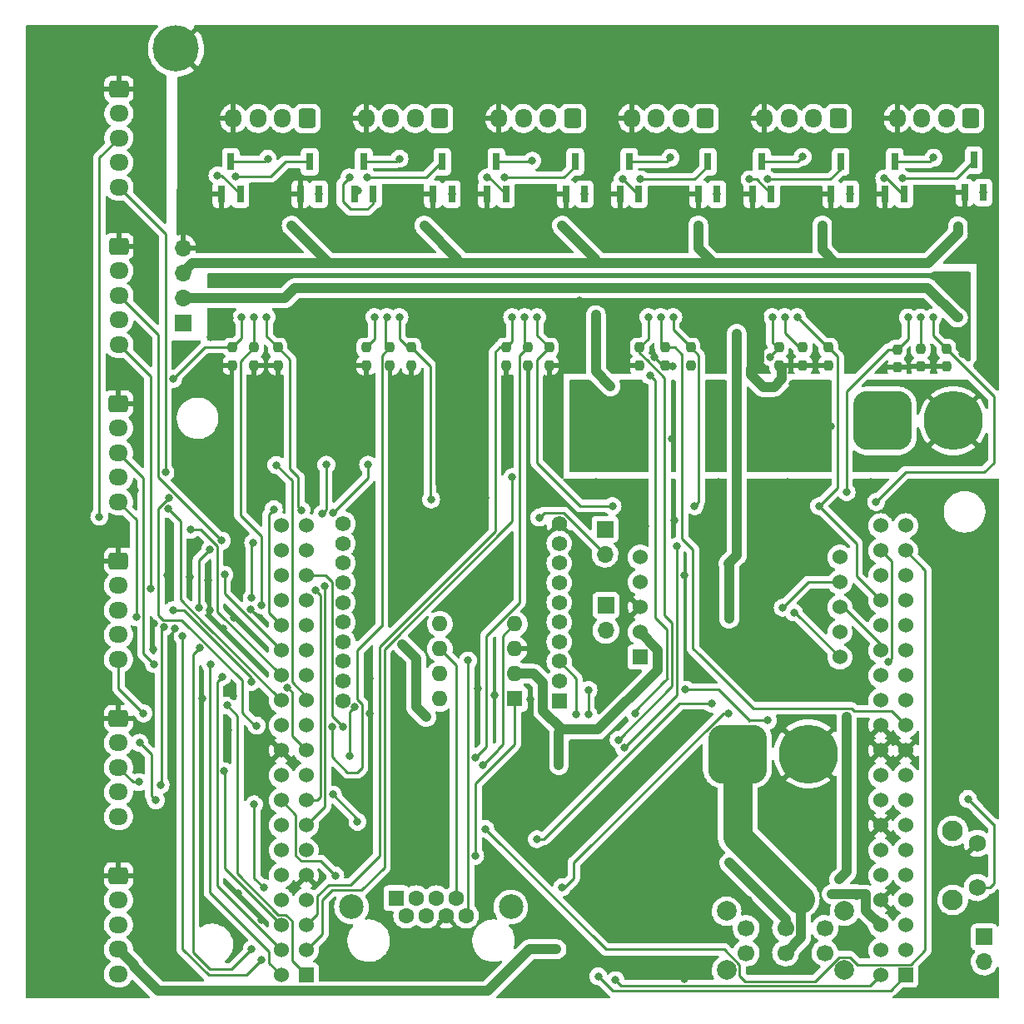
<source format=gbr>
%TF.GenerationSoftware,KiCad,Pcbnew,6.0.11-2627ca5db0~126~ubuntu20.04.1*%
%TF.CreationDate,2023-12-31T19:32:31+09:00*%
%TF.ProjectId,wheel,77686565-6c2e-46b6-9963-61645f706362,rev?*%
%TF.SameCoordinates,Original*%
%TF.FileFunction,Copper,L2,Bot*%
%TF.FilePolarity,Positive*%
%FSLAX46Y46*%
G04 Gerber Fmt 4.6, Leading zero omitted, Abs format (unit mm)*
G04 Created by KiCad (PCBNEW 6.0.11-2627ca5db0~126~ubuntu20.04.1) date 2023-12-31 19:32:31*
%MOMM*%
%LPD*%
G01*
G04 APERTURE LIST*
G04 Aperture macros list*
%AMRoundRect*
0 Rectangle with rounded corners*
0 $1 Rounding radius*
0 $2 $3 $4 $5 $6 $7 $8 $9 X,Y pos of 4 corners*
0 Add a 4 corners polygon primitive as box body*
4,1,4,$2,$3,$4,$5,$6,$7,$8,$9,$2,$3,0*
0 Add four circle primitives for the rounded corners*
1,1,$1+$1,$2,$3*
1,1,$1+$1,$4,$5*
1,1,$1+$1,$6,$7*
1,1,$1+$1,$8,$9*
0 Add four rect primitives between the rounded corners*
20,1,$1+$1,$2,$3,$4,$5,0*
20,1,$1+$1,$4,$5,$6,$7,0*
20,1,$1+$1,$6,$7,$8,$9,0*
20,1,$1+$1,$8,$9,$2,$3,0*%
G04 Aperture macros list end*
%TA.AperFunction,ComponentPad*%
%ADD10R,1.700000X1.700000*%
%TD*%
%TA.AperFunction,ComponentPad*%
%ADD11O,1.700000X1.700000*%
%TD*%
%TA.AperFunction,ComponentPad*%
%ADD12C,2.500000*%
%TD*%
%TA.AperFunction,ComponentPad*%
%ADD13R,1.600000X1.600000*%
%TD*%
%TA.AperFunction,ComponentPad*%
%ADD14C,1.600000*%
%TD*%
%TA.AperFunction,ComponentPad*%
%ADD15RoundRect,0.250000X-0.725000X0.600000X-0.725000X-0.600000X0.725000X-0.600000X0.725000X0.600000X0*%
%TD*%
%TA.AperFunction,ComponentPad*%
%ADD16O,1.950000X1.700000*%
%TD*%
%TA.AperFunction,ComponentPad*%
%ADD17RoundRect,0.250000X0.600000X0.725000X-0.600000X0.725000X-0.600000X-0.725000X0.600000X-0.725000X0*%
%TD*%
%TA.AperFunction,ComponentPad*%
%ADD18O,1.700000X1.950000*%
%TD*%
%TA.AperFunction,ComponentPad*%
%ADD19C,2.100000*%
%TD*%
%TA.AperFunction,ComponentPad*%
%ADD20C,1.750000*%
%TD*%
%TA.AperFunction,ComponentPad*%
%ADD21RoundRect,1.500000X-1.500000X-1.500000X1.500000X-1.500000X1.500000X1.500000X-1.500000X1.500000X0*%
%TD*%
%TA.AperFunction,ComponentPad*%
%ADD22C,6.000000*%
%TD*%
%TA.AperFunction,ComponentPad*%
%ADD23O,1.600000X1.600000*%
%TD*%
%TA.AperFunction,ComponentPad*%
%ADD24C,4.700000*%
%TD*%
%TA.AperFunction,ComponentPad*%
%ADD25C,2.000000*%
%TD*%
%TA.AperFunction,ComponentPad*%
%ADD26C,1.700000*%
%TD*%
%TA.AperFunction,ComponentPad*%
%ADD27R,1.570000X1.570000*%
%TD*%
%TA.AperFunction,ComponentPad*%
%ADD28C,1.570000*%
%TD*%
%TA.AperFunction,ComponentPad*%
%ADD29R,1.524000X1.524000*%
%TD*%
%TA.AperFunction,ComponentPad*%
%ADD30C,1.524000*%
%TD*%
%TA.AperFunction,ComponentPad*%
%ADD31R,1.530000X1.530000*%
%TD*%
%TA.AperFunction,ComponentPad*%
%ADD32C,1.530000*%
%TD*%
%TA.AperFunction,SMDPad,CuDef*%
%ADD33RoundRect,0.237500X0.237500X-0.250000X0.237500X0.250000X-0.237500X0.250000X-0.237500X-0.250000X0*%
%TD*%
%TA.AperFunction,SMDPad,CuDef*%
%ADD34R,0.800000X1.800000*%
%TD*%
%TA.AperFunction,SMDPad,CuDef*%
%ADD35RoundRect,0.237500X-0.237500X0.250000X-0.237500X-0.250000X0.237500X-0.250000X0.237500X0.250000X0*%
%TD*%
%TA.AperFunction,ViaPad*%
%ADD36C,0.800000*%
%TD*%
%TA.AperFunction,Conductor*%
%ADD37C,3.000000*%
%TD*%
%TA.AperFunction,Conductor*%
%ADD38C,1.000000*%
%TD*%
%TA.AperFunction,Conductor*%
%ADD39C,0.250000*%
%TD*%
G04 APERTURE END LIST*
D10*
%TO.P,Reminder1,1,Pin_1*%
%TO.N,PC12*%
X148000000Y-153250000D03*
D11*
%TO.P,Reminder1,2,Pin_2*%
%TO.N,PD2*%
X148000000Y-155790000D03*
%TD*%
D12*
%TO.P,CAN_LAN1,*%
%TO.N,*%
X99850000Y-150195000D03*
X83650000Y-150195000D03*
D13*
%TO.P,CAN_LAN1,1*%
%TO.N,unconnected-(CAN_LAN1-Pad1)*%
X88200000Y-149305000D03*
D14*
%TO.P,CAN_LAN1,2*%
%TO.N,unconnected-(CAN_LAN1-Pad2)*%
X89210000Y-151085000D03*
%TO.P,CAN_LAN1,3*%
%TO.N,unconnected-(CAN_LAN1-Pad3)*%
X90220000Y-149305000D03*
%TO.P,CAN_LAN1,4*%
%TO.N,unconnected-(CAN_LAN1-Pad4)*%
X91240000Y-151085000D03*
%TO.P,CAN_LAN1,5*%
%TO.N,unconnected-(CAN_LAN1-Pad5)*%
X92260000Y-149305000D03*
%TO.P,CAN_LAN1,6*%
%TO.N,GND*%
X93270000Y-151085000D03*
%TO.P,CAN_LAN1,7*%
%TO.N,CAN_L*%
X94290000Y-149305000D03*
%TO.P,CAN_LAN1,8*%
%TO.N,CAN_H*%
X95310000Y-151085000D03*
%TD*%
D15*
%TO.P,ENC_conn_5,1,Pin_1*%
%TO.N,GND*%
X60000000Y-67000000D03*
D16*
%TO.P,ENC_conn_5,2,Pin_2*%
%TO.N,unconnected-(ENC_conn_5-Pad2)*%
X60000000Y-69500000D03*
%TO.P,ENC_conn_5,3,Pin_3*%
%TO.N,Net-(ENC_conn_5-Pad3)*%
X60000000Y-72000000D03*
%TO.P,ENC_conn_5,4,Pin_4*%
%TO.N,Power_5V*%
X60000000Y-74500000D03*
%TO.P,ENC_conn_5,5,Pin_5*%
%TO.N,Net-(ENC_conn_5-Pad5)*%
X60000000Y-77000000D03*
%TD*%
D10*
%TO.P,Diso_Debug1,1,Pin_1*%
%TO.N,Load_5V*%
X66500000Y-90800000D03*
D11*
%TO.P,Diso_Debug1,2,Pin_2*%
%TO.N,VE1*%
X66500000Y-88260000D03*
%TO.P,Diso_Debug1,3,Pin_3*%
%TO.N,VE2*%
X66500000Y-85720000D03*
%TO.P,Diso_Debug1,4,Pin_4*%
%TO.N,Load_GND*%
X66500000Y-83180000D03*
%TD*%
D17*
%TO.P,MD_conn_3,1,Pin_1*%
%TO.N,Motor_SLP_3*%
X119640000Y-70000000D03*
D18*
%TO.P,MD_conn_3,2,Pin_2*%
%TO.N,Moter_Iso_PWM_3*%
X117140000Y-70000000D03*
%TO.P,MD_conn_3,3,Pin_3*%
%TO.N,Moter_Iso_DIR_3*%
X114640000Y-70000000D03*
%TO.P,MD_conn_3,4,Pin_4*%
%TO.N,Load_GND*%
X112140000Y-70000000D03*
%TD*%
D19*
%TO.P,SW2,*%
%TO.N,*%
X144797500Y-149485000D03*
X144797500Y-142475000D03*
D20*
%TO.P,SW2,1,A*%
%TO.N,GND*%
X147287500Y-143725000D03*
%TO.P,SW2,2,A*%
%TO.N,Net-(C19-Pad1)*%
X147287500Y-148225000D03*
%TD*%
D10*
%TO.P,RN42_Debug1,1,Pin_1*%
%TO.N,Net-(RN42-Pad12)*%
X109425000Y-111775000D03*
D11*
%TO.P,RN42_Debug1,2,Pin_2*%
%TO.N,Net-(RN42-Pad16)*%
X109425000Y-114315000D03*
%TD*%
D17*
%TO.P,MD_conn_1,1,Pin_1*%
%TO.N,Motor_SLP_1*%
X92640000Y-70000000D03*
D18*
%TO.P,MD_conn_1,2,Pin_2*%
%TO.N,Moter_Iso_PWM_1*%
X90140000Y-70000000D03*
%TO.P,MD_conn_1,3,Pin_3*%
%TO.N,Moter_Iso_DIR_1*%
X87640000Y-70000000D03*
%TO.P,MD_conn_1,4,Pin_4*%
%TO.N,Load_GND*%
X85140000Y-70000000D03*
%TD*%
D17*
%TO.P,MD_conn_2,1,Pin_1*%
%TO.N,Motor_SLP_2*%
X106140000Y-70000000D03*
D18*
%TO.P,MD_conn_2,2,Pin_2*%
%TO.N,Moter_Iso_PWM_2*%
X103640000Y-70000000D03*
%TO.P,MD_conn_2,3,Pin_3*%
%TO.N,Moter_Iso_DIR_2*%
X101140000Y-70000000D03*
%TO.P,MD_conn_2,4,Pin_4*%
%TO.N,Load_GND*%
X98640000Y-70000000D03*
%TD*%
D10*
%TO.P,SBDBT_Debug1,1,Pin_1*%
%TO.N,Net-(SBDBT1-Pad6)*%
X109525000Y-119515000D03*
D11*
%TO.P,SBDBT_Debug1,2,Pin_2*%
%TO.N,Net-(SBDBT1-Pad9)*%
X109525000Y-122055000D03*
%TD*%
D21*
%TO.P,Load1,1,Pin_1*%
%TO.N,Load_12V*%
X137650000Y-100750000D03*
D22*
%TO.P,Load1,2,Pin_2*%
%TO.N,Load_GND*%
X144850000Y-100750000D03*
%TD*%
D17*
%TO.P,MD_conn_5,1,Pin_1*%
%TO.N,Motor_SLP_5*%
X146640000Y-70000000D03*
D18*
%TO.P,MD_conn_5,2,Pin_2*%
%TO.N,Moter_Iso_PWM_5*%
X144140000Y-70000000D03*
%TO.P,MD_conn_5,3,Pin_3*%
%TO.N,Moter_Iso_DIR_5*%
X141640000Y-70000000D03*
%TO.P,MD_conn_5,4,Pin_4*%
%TO.N,Load_GND*%
X139140000Y-70000000D03*
%TD*%
D15*
%TO.P,ENC_conn_4,1,Pin_1*%
%TO.N,GND*%
X60000000Y-83000000D03*
D16*
%TO.P,ENC_conn_4,2,Pin_2*%
%TO.N,unconnected-(ENC_conn_4-Pad2)*%
X60000000Y-85500000D03*
%TO.P,ENC_conn_4,3,Pin_3*%
%TO.N,Net-(ENC_conn_4-Pad3)*%
X60000000Y-88000000D03*
%TO.P,ENC_conn_4,4,Pin_4*%
%TO.N,Power_5V*%
X60000000Y-90500000D03*
%TO.P,ENC_conn_4,5,Pin_5*%
%TO.N,Net-(ENC_conn_4-Pad5)*%
X60000000Y-93000000D03*
%TD*%
D13*
%TO.P,CAN_Recieber1,1,TXD*%
%TO.N,CAN_TD*%
X100250000Y-129025000D03*
D23*
%TO.P,CAN_Recieber1,2,VSS*%
%TO.N,Power_5V*%
X100250000Y-126485000D03*
%TO.P,CAN_Recieber1,3,VDD*%
%TO.N,GND*%
X100250000Y-123945000D03*
%TO.P,CAN_Recieber1,4,RXD*%
%TO.N,CAN_RD*%
X100250000Y-121405000D03*
%TO.P,CAN_Recieber1,5,SPLIT*%
%TO.N,unconnected-(CAN_Recieber1-Pad5)*%
X92630000Y-121405000D03*
%TO.P,CAN_Recieber1,6,CANL*%
%TO.N,CAN_L*%
X92630000Y-123945000D03*
%TO.P,CAN_Recieber1,7,CANH*%
%TO.N,CAN_H*%
X92630000Y-126485000D03*
%TO.P,CAN_Recieber1,8,STBY*%
%TO.N,Power_5V*%
X92630000Y-129025000D03*
%TD*%
D15*
%TO.P,ENC_conn_0,1,Pin_1*%
%TO.N,GND*%
X59950000Y-147000000D03*
D16*
%TO.P,ENC_conn_0,2,Pin_2*%
%TO.N,Net-(ENC_conn_0-Pad2)*%
X59950000Y-149500000D03*
%TO.P,ENC_conn_0,3,Pin_3*%
%TO.N,Net-(ENC_conn_0-Pad3)*%
X59950000Y-152000000D03*
%TO.P,ENC_conn_0,4,Pin_4*%
%TO.N,Power_5V*%
X59950000Y-154500000D03*
%TO.P,ENC_conn_0,5,Pin_5*%
%TO.N,Net-(ENC_conn_0-Pad5)*%
X59950000Y-157000000D03*
%TD*%
D24*
%TO.P,REF\u002A\u002A,1*%
%TO.N,Load_GND*%
X65800000Y-62900000D03*
%TD*%
D25*
%TO.P,SW1,*%
%TO.N,*%
X133792500Y-156625000D03*
X121792500Y-150625000D03*
X121792500Y-156625000D03*
X133792500Y-150625000D03*
D26*
%TO.P,SW1,1,A*%
%TO.N,Buttery5V*%
X123792500Y-152375000D03*
%TO.P,SW1,2,B*%
%TO.N,Power_5V*%
X127792500Y-152375000D03*
%TO.P,SW1,3,C*%
%TO.N,USB5V*%
X131792500Y-152375000D03*
%TO.P,SW1,4,A*%
%TO.N,stm_Power*%
X123792500Y-154875000D03*
%TO.P,SW1,5,B*%
%TO.N,Power_12V*%
X127792500Y-154875000D03*
%TO.P,SW1,6,C*%
%TO.N,unconnected-(SW1-Pad6)*%
X131792500Y-154875000D03*
%TD*%
D27*
%TO.P,RN42,1,VDD_3V3*%
%TO.N,Power_3V3*%
X104775000Y-129225000D03*
D28*
%TO.P,RN42,2,TXD*%
%TO.N,RN42_TX*%
X104775000Y-127225000D03*
%TO.P,RN42,3,RXD*%
%TO.N,RN42_RX*%
X104775000Y-125225000D03*
%TO.P,RN42,4,GPIO7*%
%TO.N,unconnected-(RN42-Pad4)*%
X104775000Y-123225000D03*
%TO.P,RN42,5,~{RESET}*%
%TO.N,RN42_RESET*%
X104775000Y-121225000D03*
%TO.P,RN42,6,GPIO6*%
%TO.N,unconnected-(RN42-Pad6)*%
X104775000Y-119225000D03*
%TO.P,RN42,7,GPIO9*%
%TO.N,unconnected-(RN42-Pad7)*%
X104775000Y-117225000D03*
%TO.P,RN42,8,GPIO4*%
%TO.N,unconnected-(RN42-Pad8)*%
X104775000Y-115225000D03*
%TO.P,RN42,9,GPIO11*%
%TO.N,unconnected-(RN42-Pad9)*%
X104775000Y-113225000D03*
%TO.P,RN42,10,GND*%
%TO.N,GND*%
X104775000Y-111225000D03*
%TO.P,RN42,11,GPIO8*%
%TO.N,unconnected-(RN42-Pad11)*%
X82775000Y-111225000D03*
%TO.P,RN42,12,RTS*%
%TO.N,Net-(RN42-Pad12)*%
X82775000Y-113225000D03*
%TO.P,RN42,13,GPIO2*%
%TO.N,unconnected-(RN42-Pad13)*%
X82775000Y-115225000D03*
%TO.P,RN42,14,NC*%
%TO.N,unconnected-(RN42-Pad14)*%
X82775000Y-117225000D03*
%TO.P,RN42,15,GPIO5*%
%TO.N,unconnected-(RN42-Pad15)*%
X82775000Y-119225000D03*
%TO.P,RN42,16,CTS*%
%TO.N,Net-(RN42-Pad16)*%
X82775000Y-121225000D03*
%TO.P,RN42,17,GPIO3*%
%TO.N,unconnected-(RN42-Pad17)*%
X82775000Y-123225000D03*
%TO.P,RN42,18,GPIO7*%
%TO.N,unconnected-(RN42-Pad18)*%
X82775000Y-125225000D03*
%TO.P,RN42,19,AIO0*%
%TO.N,unconnected-(RN42-Pad19)*%
X82775000Y-127225000D03*
%TO.P,RN42,20,AIO1*%
%TO.N,unconnected-(RN42-Pad20)*%
X82775000Y-129225000D03*
%TD*%
D17*
%TO.P,MD_conn_4,1,Pin_1*%
%TO.N,Motor_SLP_4*%
X133140000Y-70000000D03*
D18*
%TO.P,MD_conn_4,2,Pin_2*%
%TO.N,Moter_Iso_PWM_4*%
X130640000Y-70000000D03*
%TO.P,MD_conn_4,3,Pin_3*%
%TO.N,Moter_Iso_DIR_4*%
X128140000Y-70000000D03*
%TO.P,MD_conn_4,4,Pin_4*%
%TO.N,Load_GND*%
X125640000Y-70000000D03*
%TD*%
D15*
%TO.P,ENC_conn_2,1,Pin_1*%
%TO.N,GND*%
X59950000Y-115000000D03*
D16*
%TO.P,ENC_conn_2,2,Pin_2*%
%TO.N,unconnected-(ENC_conn_2-Pad2)*%
X59950000Y-117500000D03*
%TO.P,ENC_conn_2,3,Pin_3*%
%TO.N,Net-(ENC_conn_2-Pad3)*%
X59950000Y-120000000D03*
%TO.P,ENC_conn_2,4,Pin_4*%
%TO.N,Power_5V*%
X59950000Y-122500000D03*
%TO.P,ENC_conn_2,5,Pin_5*%
%TO.N,Net-(ENC_conn_2-Pad5)*%
X59950000Y-125000000D03*
%TD*%
D15*
%TO.P,ENC_conn_3,1,Pin_1*%
%TO.N,GND*%
X59950000Y-99000000D03*
D16*
%TO.P,ENC_conn_3,2,Pin_2*%
%TO.N,unconnected-(ENC_conn_3-Pad2)*%
X59950000Y-101500000D03*
%TO.P,ENC_conn_3,3,Pin_3*%
%TO.N,Net-(ENC_conn_3-Pad3)*%
X59950000Y-104000000D03*
%TO.P,ENC_conn_3,4,Pin_4*%
%TO.N,Power_5V*%
X59950000Y-106500000D03*
%TO.P,ENC_conn_3,5,Pin_5*%
%TO.N,Net-(ENC_conn_3-Pad5)*%
X59950000Y-109000000D03*
%TD*%
D29*
%TO.P,SBDBT1,1,I_18*%
%TO.N,unconnected-(SBDBT1-Pad1)*%
X112990000Y-124785000D03*
D30*
%TO.P,SBDBT1,2,VDD*%
%TO.N,Power_5V*%
X112990000Y-122245000D03*
%TO.P,SBDBT1,3,GND*%
%TO.N,GND*%
X112990000Y-119705000D03*
%TO.P,SBDBT1,4,I/O_21*%
%TO.N,unconnected-(SBDBT1-Pad4)*%
X112990000Y-117165000D03*
%TO.P,SBDBT1,5,I/O_22*%
%TO.N,unconnected-(SBDBT1-Pad5)*%
X112990000Y-114625000D03*
%TO.P,SBDBT1,6,0_5*%
%TO.N,Net-(SBDBT1-Pad6)*%
X133310000Y-124785000D03*
%TO.P,SBDBT1,7,0_2*%
%TO.N,BT_RX*%
X133310000Y-122245000D03*
%TO.P,SBDBT1,8,I/O_3*%
%TO.N,BT_TX*%
X133310000Y-119705000D03*
%TO.P,SBDBT1,9,I/O_4*%
%TO.N,Net-(SBDBT1-Pad9)*%
X133310000Y-117165000D03*
%TO.P,SBDBT1,10,0_1*%
%TO.N,unconnected-(SBDBT1-Pad10)*%
X133310000Y-114625000D03*
%TD*%
D15*
%TO.P,ENC_conn_1,1,Pin_1*%
%TO.N,GND*%
X59950000Y-131000000D03*
D16*
%TO.P,ENC_conn_1,2,Pin_2*%
%TO.N,Net-(ENC_conn_1-Pad2)*%
X59950000Y-133500000D03*
%TO.P,ENC_conn_1,3,Pin_3*%
%TO.N,Net-(ENC_conn_1-Pad3)*%
X59950000Y-136000000D03*
%TO.P,ENC_conn_1,4,Pin_4*%
%TO.N,Power_5V*%
X59950000Y-138500000D03*
%TO.P,ENC_conn_1,5,Pin_5*%
%TO.N,Net-(ENC_conn_1-Pad5)*%
X59950000Y-141000000D03*
%TD*%
D17*
%TO.P,MD_conn_0,1,Pin_1*%
%TO.N,Motor_SLP_0*%
X79140000Y-70000000D03*
D18*
%TO.P,MD_conn_0,2,Pin_2*%
%TO.N,Moter_Iso_PWM_0*%
X76640000Y-70000000D03*
%TO.P,MD_conn_0,3,Pin_3*%
%TO.N,Moter_Iso_DIR_0*%
X74140000Y-70000000D03*
%TO.P,MD_conn_0,4,Pin_4*%
%TO.N,Load_GND*%
X71640000Y-70000000D03*
%TD*%
D21*
%TO.P,Power1,1,Pin_1*%
%TO.N,Power_12V*%
X122900000Y-134625000D03*
D22*
%TO.P,Power1,2,Pin_2*%
%TO.N,GND*%
X130100000Y-134625000D03*
%TD*%
D31*
%TO.P,Nucleo-F446RE_1,1,PC10*%
%TO.N,ENC4_X*%
X140000000Y-157135000D03*
D32*
%TO.P,Nucleo-F446RE_1,2,PC11*%
%TO.N,ENC4_Y*%
X137460000Y-157135000D03*
%TO.P,Nucleo-F446RE_1,3,PC12*%
%TO.N,PC12*%
X140000000Y-154595000D03*
%TO.P,Nucleo-F446RE_1,4,PD2*%
%TO.N,PD2*%
X137460000Y-154595000D03*
%TO.P,Nucleo-F446RE_1,5,VDD*%
%TO.N,unconnected-(Nucleo-F446RE_1-Pad5)*%
X140000000Y-152055000D03*
%TO.P,Nucleo-F446RE_1,6,E5V*%
%TO.N,Buttery5V*%
X137460000Y-152055000D03*
%TO.P,Nucleo-F446RE_1,7,BOOT0*%
%TO.N,unconnected-(Nucleo-F446RE_1-Pad7)*%
X140000000Y-149515000D03*
%TO.P,Nucleo-F446RE_1,8,GND*%
%TO.N,GND*%
X137460000Y-149515000D03*
%TO.P,Nucleo-F446RE_1,9,NC*%
%TO.N,unconnected-(Nucleo-F446RE_1-Pad9)*%
X140000000Y-146975000D03*
%TO.P,Nucleo-F446RE_1,10,NC*%
%TO.N,unconnected-(Nucleo-F446RE_1-Pad10)*%
X137460000Y-146975000D03*
%TO.P,Nucleo-F446RE_1,11,NC*%
%TO.N,unconnected-(Nucleo-F446RE_1-Pad11)*%
X140000000Y-144435000D03*
%TO.P,Nucleo-F446RE_1,12,IOREF*%
%TO.N,unconnected-(Nucleo-F446RE_1-Pad12)*%
X137460000Y-144435000D03*
%TO.P,Nucleo-F446RE_1,13,PA13*%
%TO.N,unconnected-(Nucleo-F446RE_1-Pad13)*%
X140000000Y-141895000D03*
%TO.P,Nucleo-F446RE_1,14,RESET*%
%TO.N,GND*%
X137460000Y-141895000D03*
%TO.P,Nucleo-F446RE_1,15,PA14*%
%TO.N,unconnected-(Nucleo-F446RE_1-Pad15)*%
X140000000Y-139355000D03*
%TO.P,Nucleo-F446RE_1,16,+3V3*%
%TO.N,Net-(D1-Pad1)*%
X137460000Y-139355000D03*
%TO.P,Nucleo-F446RE_1,17,PA15*%
%TO.N,RN42_RESET*%
X140000000Y-136815000D03*
%TO.P,Nucleo-F446RE_1,18,+5V*%
%TO.N,stm5V*%
X137460000Y-136815000D03*
%TO.P,Nucleo-F446RE_1,19,GND*%
%TO.N,GND*%
X140000000Y-134275000D03*
%TO.P,Nucleo-F446RE_1,20,GND*%
X137460000Y-134275000D03*
%TO.P,Nucleo-F446RE_1,21,PB7*%
%TO.N,Moter_Signal_PWM_3*%
X140000000Y-131735000D03*
%TO.P,Nucleo-F446RE_1,22,GND*%
%TO.N,GND*%
X137460000Y-131735000D03*
%TO.P,Nucleo-F446RE_1,23,PC13*%
%TO.N,unconnected-(Nucleo-F446RE_1-Pad23)*%
X140000000Y-129195000D03*
%TO.P,Nucleo-F446RE_1,24,VIN*%
%TO.N,stm_Power*%
X137460000Y-129195000D03*
%TO.P,Nucleo-F446RE_1,25,PC14*%
%TO.N,unconnected-(Nucleo-F446RE_1-Pad25)*%
X140000000Y-126655000D03*
%TO.P,Nucleo-F446RE_1,26,NC*%
%TO.N,unconnected-(Nucleo-F446RE_1-Pad26)*%
X137460000Y-126655000D03*
%TO.P,Nucleo-F446RE_1,27,PC15*%
%TO.N,unconnected-(Nucleo-F446RE_1-Pad27)*%
X140000000Y-124115000D03*
%TO.P,Nucleo-F446RE_1,28,PA0*%
%TO.N,BT_TX*%
X137460000Y-124115000D03*
%TO.P,Nucleo-F446RE_1,29,PH0*%
%TO.N,unconnected-(Nucleo-F446RE_1-Pad29)*%
X140000000Y-121575000D03*
%TO.P,Nucleo-F446RE_1,30,PA1*%
%TO.N,BT_RX*%
X137460000Y-121575000D03*
%TO.P,Nucleo-F446RE_1,31,PH1*%
%TO.N,unconnected-(Nucleo-F446RE_1-Pad31)*%
X140000000Y-119035000D03*
%TO.P,Nucleo-F446RE_1,32,PA4*%
%TO.N,Moter_Signal_SLP*%
X137460000Y-119035000D03*
%TO.P,Nucleo-F446RE_1,33,VBAT*%
%TO.N,unconnected-(Nucleo-F446RE_1-Pad33)*%
X140000000Y-116495000D03*
%TO.P,Nucleo-F446RE_1,34,PB0*%
%TO.N,Moter_Signal_PWM_5*%
X137460000Y-116495000D03*
%TO.P,Nucleo-F446RE_1,35,PC2*%
%TO.N,ENC0_Z*%
X140000000Y-113955000D03*
%TO.P,Nucleo-F446RE_1,36,PC1*%
%TO.N,ENC0_Y*%
X137460000Y-113955000D03*
%TO.P,Nucleo-F446RE_1,37,PC3*%
%TO.N,ENC1_X*%
X140000000Y-111415000D03*
%TO.P,Nucleo-F446RE_1,38,PC0*%
%TO.N,ENC0_X*%
X137460000Y-111415000D03*
D31*
%TO.P,Nucleo-F446RE_1,39,PC9*%
%TO.N,ENC3_Y*%
X79040000Y-157135000D03*
D32*
%TO.P,Nucleo-F446RE_1,40,PC8*%
%TO.N,ENC3_X*%
X76500000Y-157135000D03*
%TO.P,Nucleo-F446RE_1,41,PB8*%
%TO.N,Moter_Signal_PWM_4*%
X79040000Y-154595000D03*
%TO.P,Nucleo-F446RE_1,42,PC6*%
%TO.N,ENC2_X*%
X76500000Y-154595000D03*
%TO.P,Nucleo-F446RE_1,43,PB9*%
%TO.N,Moter_Signal_DIR_2*%
X79040000Y-152055000D03*
%TO.P,Nucleo-F446RE_1,44,PC5*%
%TO.N,ENC1_Z*%
X76500000Y-152055000D03*
%TO.P,Nucleo-F446RE_1,45,AVDD*%
%TO.N,unconnected-(Nucleo-F446RE_1-Pad45)*%
X79040000Y-149515000D03*
%TO.P,Nucleo-F446RE_1,46,U5V*%
%TO.N,USB5V*%
X76500000Y-149515000D03*
%TO.P,Nucleo-F446RE_1,47,GND*%
%TO.N,GND*%
X79040000Y-146975000D03*
%TO.P,Nucleo-F446RE_1,48,NC*%
%TO.N,unconnected-(Nucleo-F446RE_1-Pad48)*%
X76500000Y-146975000D03*
%TO.P,Nucleo-F446RE_1,49,PA5*%
%TO.N,unconnected-(Nucleo-F446RE_1-Pad49)*%
X79040000Y-144435000D03*
%TO.P,Nucleo-F446RE_1,50,PA12*%
%TO.N,CAN_TD*%
X76500000Y-144435000D03*
%TO.P,Nucleo-F446RE_1,51,PA6*%
%TO.N,LED_R*%
X79040000Y-141895000D03*
%TO.P,Nucleo-F446RE_1,52,PA11*%
%TO.N,CAN_RD*%
X76500000Y-141895000D03*
%TO.P,Nucleo-F446RE_1,53,PA7*%
%TO.N,LED_G*%
X79040000Y-139355000D03*
%TO.P,Nucleo-F446RE_1,54,PB12*%
%TO.N,Moter_Signal_DIR_4*%
X76500000Y-139355000D03*
%TO.P,Nucleo-F446RE_1,55,PB6*%
%TO.N,Moter_Signal_PWM_2*%
X79040000Y-136815000D03*
%TO.P,Nucleo-F446RE_1,56,NC*%
%TO.N,unconnected-(Nucleo-F446RE_1-Pad56)*%
X76500000Y-136815000D03*
%TO.P,Nucleo-F446RE_1,57,PC7*%
%TO.N,ENC2_Y*%
X79040000Y-134275000D03*
%TO.P,Nucleo-F446RE_1,58,GND*%
%TO.N,GND*%
X76500000Y-134275000D03*
%TO.P,Nucleo-F446RE_1,59,PA9*%
%TO.N,RN42_TX*%
X79040000Y-131735000D03*
%TO.P,Nucleo-F446RE_1,60,PB2*%
%TO.N,Moter_Signal_DIR_1*%
X76500000Y-131735000D03*
%TO.P,Nucleo-F446RE_1,61,PA8*%
%TO.N,LED_B*%
X79040000Y-129195000D03*
%TO.P,Nucleo-F446RE_1,62,PB1*%
%TO.N,Moter_Signal_DIR_0*%
X76500000Y-129195000D03*
%TO.P,Nucleo-F446RE_1,63,PB10*%
%TO.N,Moter_Signal_DIR_3*%
X79040000Y-126655000D03*
%TO.P,Nucleo-F446RE_1,64,PB15*%
%TO.N,ENC5_Y*%
X76500000Y-126655000D03*
%TO.P,Nucleo-F446RE_1,65,PB4*%
%TO.N,Moter_Signal_PWM_0*%
X79040000Y-124115000D03*
%TO.P,Nucleo-F446RE_1,66,PB14*%
%TO.N,ENC5_X*%
X76500000Y-124115000D03*
%TO.P,Nucleo-F446RE_1,67,PB5*%
%TO.N,Moter_Signal_PWM_1*%
X79040000Y-121575000D03*
%TO.P,Nucleo-F446RE_1,68,PB13*%
%TO.N,Moter_Signal_DIR_5*%
X76500000Y-121575000D03*
%TO.P,Nucleo-F446RE_1,69,PB3*%
%TO.N,unconnected-(Nucleo-F446RE_1-Pad69)*%
X79040000Y-119035000D03*
%TO.P,Nucleo-F446RE_1,70,AGND*%
%TO.N,unconnected-(Nucleo-F446RE_1-Pad70)*%
X76500000Y-119035000D03*
%TO.P,Nucleo-F446RE_1,71,PA10*%
%TO.N,RN42_RX*%
X79040000Y-116495000D03*
%TO.P,Nucleo-F446RE_1,72,PC4*%
%TO.N,ENC1_Y*%
X76500000Y-116495000D03*
%TO.P,Nucleo-F446RE_1,73,PA2*%
%TO.N,unconnected-(Nucleo-F446RE_1-Pad73)*%
X79040000Y-113955000D03*
%TO.P,Nucleo-F446RE_1,74,NC*%
%TO.N,unconnected-(Nucleo-F446RE_1-Pad74)*%
X76500000Y-113955000D03*
%TO.P,Nucleo-F446RE_1,75,PA3*%
%TO.N,unconnected-(Nucleo-F446RE_1-Pad75)*%
X79040000Y-111415000D03*
%TO.P,Nucleo-F446RE_1,76,NC*%
%TO.N,unconnected-(Nucleo-F446RE_1-Pad76)*%
X76500000Y-111415000D03*
%TD*%
D33*
%TO.P,R48,1*%
%TO.N,GND*%
X141540000Y-95250000D03*
%TO.P,R48,2*%
%TO.N,Moter_Signal_PWM_5*%
X141540000Y-93425000D03*
%TD*%
%TO.P,R47,1*%
%TO.N,GND*%
X129540000Y-95112500D03*
%TO.P,R47,2*%
%TO.N,Moter_Signal_PWM_4*%
X129540000Y-93287500D03*
%TD*%
D34*
%TO.P,Q9,1,B*%
%TO.N,Net-(Q9-Pad1)*%
X107340000Y-77700000D03*
%TO.P,Q9,2,E*%
%TO.N,Load_GND*%
X105440000Y-77700000D03*
%TO.P,Q9,3,C*%
%TO.N,Net-(Q9-Pad3)*%
X106390000Y-74400000D03*
%TD*%
D33*
%TO.P,R50,1*%
%TO.N,GND*%
X85140000Y-95112500D03*
%TO.P,R50,2*%
%TO.N,Moter_Signal_DIR_1*%
X85140000Y-93287500D03*
%TD*%
%TO.P,R53,1*%
%TO.N,GND*%
X127140000Y-95112500D03*
%TO.P,R53,2*%
%TO.N,Moter_Signal_DIR_4*%
X127140000Y-93287500D03*
%TD*%
%TO.P,R44,1*%
%TO.N,GND*%
X87540000Y-95112500D03*
%TO.P,R44,2*%
%TO.N,Moter_Signal_PWM_1*%
X87540000Y-93287500D03*
%TD*%
D34*
%TO.P,Q8,1,B*%
%TO.N,Net-(Q8-Pad1)*%
X93840000Y-77700000D03*
%TO.P,Q8,2,E*%
%TO.N,Load_GND*%
X91940000Y-77700000D03*
%TO.P,Q8,3,C*%
%TO.N,Net-(Q8-Pad3)*%
X92890000Y-74400000D03*
%TD*%
%TO.P,Q4,1,B*%
%TO.N,Net-(Q4-Pad1)*%
X112840000Y-77700000D03*
%TO.P,Q4,2,E*%
%TO.N,Load_GND*%
X110940000Y-77700000D03*
%TO.P,Q4,3,C*%
%TO.N,Net-(Q4-Pad3)*%
X111890000Y-74400000D03*
%TD*%
D35*
%TO.P,R41,1*%
%TO.N,Moter_Signal_SLP*%
X132140000Y-93287500D03*
%TO.P,R41,2*%
%TO.N,GND*%
X132140000Y-95112500D03*
%TD*%
D34*
%TO.P,Q12,1,B*%
%TO.N,Net-(Q12-Pad1)*%
X147890000Y-77550000D03*
%TO.P,Q12,2,E*%
%TO.N,Load_GND*%
X145990000Y-77550000D03*
%TO.P,Q12,3,C*%
%TO.N,Net-(Q12-Pad3)*%
X146940000Y-74250000D03*
%TD*%
%TO.P,Q1,1,B*%
%TO.N,Net-(Q1-Pad1)*%
X72340000Y-77700000D03*
%TO.P,Q1,2,E*%
%TO.N,Load_GND*%
X70440000Y-77700000D03*
%TO.P,Q1,3,C*%
%TO.N,Net-(Q1-Pad3)*%
X71390000Y-74400000D03*
%TD*%
D33*
%TO.P,R54,1*%
%TO.N,GND*%
X139140000Y-95337500D03*
%TO.P,R54,2*%
%TO.N,Moter_Signal_DIR_5*%
X139140000Y-93512500D03*
%TD*%
D34*
%TO.P,Q7,1,B*%
%TO.N,Net-(Q7-Pad1)*%
X80340000Y-77700000D03*
%TO.P,Q7,2,E*%
%TO.N,Load_GND*%
X78440000Y-77700000D03*
%TO.P,Q7,3,C*%
%TO.N,Net-(Q7-Pad3)*%
X79390000Y-74400000D03*
%TD*%
%TO.P,Q6,1,B*%
%TO.N,Net-(Q6-Pad1)*%
X139840000Y-77700000D03*
%TO.P,Q6,2,E*%
%TO.N,Load_GND*%
X137940000Y-77700000D03*
%TO.P,Q6,3,C*%
%TO.N,Net-(Q6-Pad3)*%
X138890000Y-74400000D03*
%TD*%
%TO.P,Q3,1,B*%
%TO.N,Net-(Q3-Pad1)*%
X99340000Y-77700000D03*
%TO.P,Q3,2,E*%
%TO.N,Load_GND*%
X97440000Y-77700000D03*
%TO.P,Q3,3,C*%
%TO.N,Net-(Q3-Pad3)*%
X98390000Y-74400000D03*
%TD*%
%TO.P,Q2,1,B*%
%TO.N,Net-(Q2-Pad1)*%
X85840000Y-77700000D03*
%TO.P,Q2,2,E*%
%TO.N,Load_GND*%
X83940000Y-77700000D03*
%TO.P,Q2,3,C*%
%TO.N,Net-(Q2-Pad3)*%
X84890000Y-74400000D03*
%TD*%
D35*
%TO.P,R45,1*%
%TO.N,Moter_Signal_PWM_2*%
X101540000Y-93287500D03*
%TO.P,R45,2*%
%TO.N,GND*%
X101540000Y-95112500D03*
%TD*%
%TO.P,R40,1*%
%TO.N,Moter_Signal_SLP*%
X118140000Y-93287500D03*
%TO.P,R40,2*%
%TO.N,GND*%
X118140000Y-95112500D03*
%TD*%
D33*
%TO.P,R38,1*%
%TO.N,GND*%
X89740000Y-95112500D03*
%TO.P,R38,2*%
%TO.N,Moter_Signal_SLP*%
X89740000Y-93287500D03*
%TD*%
%TO.P,R37,1*%
%TO.N,GND*%
X76140000Y-95112500D03*
%TO.P,R37,2*%
%TO.N,Moter_Signal_SLP*%
X76140000Y-93287500D03*
%TD*%
%TO.P,R42,1*%
%TO.N,GND*%
X144140000Y-95250000D03*
%TO.P,R42,2*%
%TO.N,Moter_Signal_SLP*%
X144140000Y-93425000D03*
%TD*%
D34*
%TO.P,Q10,1,B*%
%TO.N,Net-(Q10-Pad1)*%
X120840000Y-77700000D03*
%TO.P,Q10,2,E*%
%TO.N,Load_GND*%
X118940000Y-77700000D03*
%TO.P,Q10,3,C*%
%TO.N,Net-(Q10-Pad3)*%
X119890000Y-74400000D03*
%TD*%
D33*
%TO.P,R49,1*%
%TO.N,GND*%
X71540000Y-95112500D03*
%TO.P,R49,2*%
%TO.N,Moter_Signal_DIR_0*%
X71540000Y-93287500D03*
%TD*%
%TO.P,R46,1*%
%TO.N,GND*%
X115540000Y-95112500D03*
%TO.P,R46,2*%
%TO.N,Moter_Signal_PWM_3*%
X115540000Y-93287500D03*
%TD*%
%TO.P,R52,1*%
%TO.N,GND*%
X112940000Y-95112500D03*
%TO.P,R52,2*%
%TO.N,Moter_Signal_DIR_3*%
X112940000Y-93287500D03*
%TD*%
%TO.P,R51,1*%
%TO.N,GND*%
X99340000Y-95112500D03*
%TO.P,R51,2*%
%TO.N,Moter_Signal_DIR_2*%
X99340000Y-93287500D03*
%TD*%
D35*
%TO.P,R39,1*%
%TO.N,Moter_Signal_SLP*%
X103740000Y-93287500D03*
%TO.P,R39,2*%
%TO.N,GND*%
X103740000Y-95112500D03*
%TD*%
D34*
%TO.P,Q11,1,B*%
%TO.N,Net-(Q11-Pad1)*%
X134340000Y-77700000D03*
%TO.P,Q11,2,E*%
%TO.N,Load_GND*%
X132440000Y-77700000D03*
%TO.P,Q11,3,C*%
%TO.N,Net-(Q11-Pad3)*%
X133390000Y-74400000D03*
%TD*%
D35*
%TO.P,R43,1*%
%TO.N,Moter_Signal_PWM_0*%
X73740000Y-93287500D03*
%TO.P,R43,2*%
%TO.N,GND*%
X73740000Y-95112500D03*
%TD*%
D34*
%TO.P,Q5,1,B*%
%TO.N,Net-(Q5-Pad1)*%
X126340000Y-77700000D03*
%TO.P,Q5,2,E*%
%TO.N,Load_GND*%
X124440000Y-77700000D03*
%TO.P,Q5,3,C*%
%TO.N,Net-(Q5-Pad3)*%
X125390000Y-74400000D03*
%TD*%
D36*
%TO.N,GND*%
X65700000Y-121900000D03*
X124000000Y-149500000D03*
X110000000Y-128000000D03*
X81875000Y-152000000D03*
X127140000Y-95112500D03*
X85500000Y-130500000D03*
X96000000Y-122000000D03*
X101000000Y-152500000D03*
X69340009Y-92279939D03*
X82000000Y-142525500D03*
X52500000Y-155000000D03*
X123500000Y-127000000D03*
X71100000Y-132200000D03*
X118100000Y-95200000D03*
X84350000Y-110275000D03*
X96500000Y-128000000D03*
X123600000Y-122050000D03*
X135300000Y-118850000D03*
X64000000Y-150000000D03*
X85500000Y-127000000D03*
X82500000Y-97500000D03*
X103740000Y-95112500D03*
X72125000Y-148800000D03*
X52500000Y-77500000D03*
X108500000Y-107000000D03*
X107500000Y-150000000D03*
X121000000Y-107000000D03*
X142800000Y-94400000D03*
X99500000Y-137500000D03*
X145800000Y-93974500D03*
X107500000Y-125500000D03*
X95000000Y-97500000D03*
X101540000Y-95112500D03*
X67200000Y-116600000D03*
X101500000Y-144500000D03*
X69100000Y-117000000D03*
X63500000Y-124000000D03*
X60000000Y-62500000D03*
X135000000Y-154000000D03*
X124550000Y-119000000D03*
X98500000Y-115500000D03*
X65000000Y-156000000D03*
X115000000Y-152500000D03*
X63600000Y-121400000D03*
X142500000Y-157500000D03*
X95300000Y-89600000D03*
X71700000Y-120800000D03*
X98000000Y-145500000D03*
X52500000Y-142500000D03*
X129540000Y-95112500D03*
X82500000Y-100000000D03*
X102500000Y-117500000D03*
X112700000Y-108600000D03*
X80087500Y-97800000D03*
X129000000Y-128000000D03*
X67100000Y-104700000D03*
X102500000Y-124000000D03*
X61600000Y-107800000D03*
X70600000Y-121900000D03*
X71300000Y-90300000D03*
X74525000Y-151525000D03*
X61800000Y-135100000D03*
X132140000Y-95112500D03*
X66000000Y-94500000D03*
X113500000Y-111500000D03*
X118000000Y-125500000D03*
X82000000Y-157000000D03*
X100000000Y-141000000D03*
X102500000Y-120000000D03*
X69350000Y-94350000D03*
X63200000Y-128800000D03*
X52500000Y-107500000D03*
X92650000Y-114950000D03*
X63000000Y-93500000D03*
X67700000Y-113700000D03*
X62100000Y-125800000D03*
X85500000Y-115500000D03*
X145000000Y-120000000D03*
X52500000Y-130000000D03*
X52500000Y-117500000D03*
X113500000Y-136500000D03*
X57000000Y-109000000D03*
X86000000Y-157000000D03*
X116300000Y-95200000D03*
X73700000Y-129300000D03*
X94900000Y-104850000D03*
X107000000Y-137000000D03*
X82500000Y-105000000D03*
X101800000Y-129100000D03*
X116450000Y-110850000D03*
X117500000Y-157500000D03*
X106800000Y-88500000D03*
X145000000Y-127500000D03*
X99400000Y-95100000D03*
X90000000Y-100000000D03*
X95000000Y-120000000D03*
X136500000Y-107000000D03*
X107500000Y-117500000D03*
X57500000Y-125200000D03*
X90000000Y-117500000D03*
X102000000Y-135000000D03*
X97275000Y-108600000D03*
X71500000Y-95100000D03*
X142500000Y-107500000D03*
X92000000Y-138500000D03*
X103500000Y-103000000D03*
X129500000Y-114500000D03*
X114434552Y-94265448D03*
X126000000Y-153500000D03*
X111400000Y-120000000D03*
X71600000Y-128700000D03*
X62200000Y-139600000D03*
X69200000Y-120000000D03*
X117500000Y-116500000D03*
X74500000Y-138800000D03*
X135600000Y-112150000D03*
X68500000Y-129000000D03*
X104000000Y-101500000D03*
X125000000Y-114500000D03*
X127375000Y-108525000D03*
X125100000Y-90100000D03*
X52500000Y-90000000D03*
X52500000Y-100000000D03*
X144200000Y-95200000D03*
X90600000Y-122300000D03*
X113000000Y-157000000D03*
X128000000Y-107000000D03*
X142500000Y-114000000D03*
X91000000Y-111500000D03*
X106850000Y-156525500D03*
X80500000Y-89300000D03*
X88500000Y-154500000D03*
X92300000Y-90200000D03*
X90250000Y-142350000D03*
X70000000Y-105000000D03*
X98200000Y-128650000D03*
X90000000Y-105000000D03*
X52500000Y-67500000D03*
X91500000Y-146275500D03*
X86175000Y-150400000D03*
X111000000Y-94500000D03*
X57000000Y-142000000D03*
X107500000Y-120000000D03*
X69500000Y-109000000D03*
X85050000Y-108625000D03*
X88600000Y-112050000D03*
X82000000Y-154500000D03*
X130000000Y-124500000D03*
X130500000Y-119500000D03*
X73400000Y-119900000D03*
X90000000Y-135000000D03*
X103350000Y-108600000D03*
X102000000Y-107000000D03*
X120875000Y-108600000D03*
X60000000Y-111500000D03*
X91000000Y-144500000D03*
X73740000Y-95112500D03*
X135500000Y-125000000D03*
X83300000Y-146249500D03*
X108500000Y-116500000D03*
X74000000Y-135800000D03*
X79975000Y-108625000D03*
X64900000Y-116500000D03*
X145400000Y-92200000D03*
X117500000Y-147500000D03*
X110000000Y-89000000D03*
X105000000Y-152500000D03*
X78900000Y-90200000D03*
%TO.N,Power_5V*%
X122075000Y-145712500D03*
X104500000Y-154500000D03*
X104750000Y-135750000D03*
%TO.N,Load_5V*%
X110000000Y-97250000D03*
X108500000Y-90000000D03*
%TO.N,Power_3V3*%
X88800000Y-123475000D03*
X122815000Y-91925000D03*
X91250000Y-130875000D03*
X122062500Y-120875000D03*
%TO.N,Net-(C19-Pad1)*%
X146350000Y-139200000D03*
%TO.N,CAN_TD*%
X96224500Y-145000000D03*
%TO.N,CAN_RD*%
X97000000Y-135750000D03*
%TO.N,CAN_H*%
X95500000Y-125125000D03*
%TO.N,VE1*%
X91900000Y-87260000D03*
X77890000Y-87250000D03*
X132130000Y-87260000D03*
X119650000Y-87260000D03*
X105650000Y-87260000D03*
X145315000Y-90250000D03*
%TO.N,Moter_Signal_DIR_0*%
X65500000Y-96500000D03*
X72485000Y-90200000D03*
X65000000Y-109700000D03*
%TO.N,Moter_Signal_PWM_0*%
X73755000Y-90200000D03*
X74500000Y-119500000D03*
%TO.N,Moter_Signal_SLP*%
X110200000Y-109425000D03*
X142775000Y-90250000D03*
X137000000Y-109000000D03*
X91750000Y-108750000D03*
X75025000Y-90200000D03*
X116375000Y-90200000D03*
X102525000Y-90200000D03*
X88525000Y-90200000D03*
X78550000Y-109825000D03*
X128975000Y-90200000D03*
X131200000Y-109425000D03*
X118550000Y-109425000D03*
%TO.N,Moter_Signal_DIR_1*%
X65074500Y-108600000D03*
X74000000Y-131750000D03*
X85140000Y-93287500D03*
X85985000Y-90200000D03*
%TO.N,Moter_Signal_PWM_1*%
X81665000Y-131900500D03*
X87255000Y-90200000D03*
%TO.N,Moter_Signal_DIR_2*%
X99985000Y-90200000D03*
%TO.N,Moter_Signal_PWM_2*%
X101255000Y-90200000D03*
X96250000Y-135000000D03*
%TO.N,Moter_Signal_DIR_3*%
X110815000Y-133185000D03*
X113835000Y-90200000D03*
%TO.N,Moter_Signal_PWM_3*%
X115105000Y-90200000D03*
%TO.N,Moter_Signal_DIR_4*%
X126250000Y-94250000D03*
X82000000Y-147000000D03*
X126435000Y-90200000D03*
X114000000Y-96150500D03*
X112487701Y-130487701D03*
%TO.N,Moter_Signal_PWM_4*%
X127705000Y-90200000D03*
X100000000Y-106475000D03*
X129540000Y-93287500D03*
%TO.N,Moter_Signal_DIR_5*%
X140235000Y-90250000D03*
X134000000Y-108000000D03*
X75750000Y-109750000D03*
%TO.N,Moter_Signal_PWM_5*%
X141505000Y-90250000D03*
X141540000Y-93425000D03*
%TO.N,Net-(Q1-Pad1)*%
X70015000Y-75800000D03*
%TO.N,Net-(Q1-Pad3)*%
X75127500Y-74100000D03*
%TO.N,Net-(Q2-Pad1)*%
X83427500Y-76000000D03*
%TO.N,Net-(Q2-Pad3)*%
X88527500Y-74100000D03*
%TO.N,Net-(Q3-Pad1)*%
X97427500Y-76000000D03*
%TO.N,Net-(Q3-Pad3)*%
X102027500Y-74300000D03*
%TO.N,Net-(Q4-Pad1)*%
X111227500Y-76200000D03*
%TO.N,Net-(Q4-Pad3)*%
X116087500Y-74000000D03*
%TO.N,Net-(Q5-Pad1)*%
X124127500Y-76200498D03*
%TO.N,Net-(Q5-Pad3)*%
X129527500Y-73900000D03*
%TO.N,Net-(Q6-Pad1)*%
X137827500Y-76100000D03*
%TO.N,Net-(Q6-Pad3)*%
X142837500Y-74000000D03*
%TO.N,Net-(Q7-Pad1)*%
X80340000Y-77700000D03*
%TO.N,Net-(Q7-Pad3)*%
X71862572Y-75895093D03*
%TO.N,Net-(Q8-Pad1)*%
X93840000Y-77700000D03*
%TO.N,Net-(Q8-Pad3)*%
X85252500Y-76000000D03*
%TO.N,Net-(Q9-Pad1)*%
X107340000Y-77700000D03*
%TO.N,Net-(Q9-Pad3)*%
X99250000Y-76000000D03*
%TO.N,Net-(Q10-Pad1)*%
X120840000Y-77700000D03*
%TO.N,Net-(Q10-Pad3)*%
X113052500Y-76200000D03*
%TO.N,Net-(Q11-Pad1)*%
X134340000Y-77700000D03*
%TO.N,Net-(Q11-Pad3)*%
X125952500Y-76200498D03*
%TO.N,Net-(Q12-Pad1)*%
X147890000Y-77550000D03*
%TO.N,Net-(Q12-Pad3)*%
X139652500Y-76100000D03*
%TO.N,LED_R*%
X85337500Y-105212500D03*
X81750000Y-110149500D03*
X80940500Y-117599799D03*
%TO.N,LED_G*%
X80687451Y-110187451D03*
X80000000Y-118000000D03*
X81087500Y-105212500D03*
%TO.N,LED_B*%
X76000000Y-105250000D03*
%TO.N,ENC0_X*%
X120250000Y-129500000D03*
X102500000Y-143300000D03*
%TO.N,ENC0_Y*%
X122000000Y-130500000D03*
X105070000Y-148180000D03*
X74750000Y-148250000D03*
X73750000Y-139750000D03*
X138250000Y-125250000D03*
%TO.N,ENC0_Z*%
X97250000Y-142250000D03*
X84250000Y-141529500D03*
X81750000Y-138750000D03*
%TO.N,ENC1_X*%
X111388555Y-134003559D03*
X116750000Y-113500000D03*
%TO.N,ENC1_Y*%
X64593389Y-121724500D03*
X64230498Y-137769502D03*
%TO.N,ENC1_Z*%
X70699000Y-136397357D03*
%TO.N,ENC2_X*%
X70500000Y-126800000D03*
%TO.N,ENC2_Y*%
X77113474Y-127888073D03*
%TO.N,ENC3_X*%
X69300000Y-125500000D03*
%TO.N,ENC3_Y*%
X71000000Y-129700000D03*
%TO.N,Buttery5V*%
X132500000Y-148875000D03*
%TO.N,stm_Power*%
X134000000Y-130875000D03*
X133250000Y-147375000D03*
%TO.N,Load_GND*%
X131000000Y-97000000D03*
X107500000Y-62500000D03*
X121000000Y-105500000D03*
X126000000Y-100000000D03*
X122500000Y-62500000D03*
X90000000Y-62500000D03*
X132365500Y-101287699D03*
X131350000Y-72450000D03*
X128500000Y-97000000D03*
X126000000Y-105000000D03*
X135000000Y-62500000D03*
X116250000Y-102550000D03*
X117750000Y-72550000D03*
X126000000Y-101500000D03*
X80000000Y-62500000D03*
X90400000Y-72400000D03*
X147100000Y-81000000D03*
X110000000Y-105000000D03*
X145050000Y-72550000D03*
X87200000Y-72400000D03*
X84340000Y-77350970D03*
X147425000Y-95100000D03*
X77600000Y-72600000D03*
X103900000Y-72450000D03*
%TO.N,VE2*%
X77565000Y-80900000D03*
X145315000Y-80950000D03*
X91065000Y-80900000D03*
X131515000Y-80900000D03*
X105065000Y-80900000D03*
X118915000Y-80900000D03*
%TO.N,Net-(ENC_conn_2-Pad3)*%
X65500000Y-120000000D03*
X73475719Y-127307335D03*
%TO.N,Net-(ENC_conn_3-Pad3)*%
X63575500Y-125500000D03*
%TO.N,Net-(ENC_conn_3-Pad5)*%
X61775500Y-120724500D03*
%TO.N,RN42_TX*%
X107750000Y-130625000D03*
X107750000Y-128125000D03*
%TO.N,RN42_RX*%
X82775500Y-131875000D03*
X106500000Y-130625000D03*
%TO.N,RN42_RESET*%
X117621346Y-128086637D03*
X126000000Y-131224500D03*
%TO.N,Net-(RN42-Pad16)*%
X102750000Y-110599500D03*
%TO.N,Net-(CAN_Debug1-Pad1)*%
X84000000Y-129875000D03*
X83500000Y-134875000D03*
%TO.N,Net-(ENC_conn_4-Pad3)*%
X70462299Y-112937701D03*
%TO.N,Net-(ENC_conn_4-Pad5)*%
X63224500Y-117829591D03*
%TO.N,Net-(ENC_conn_5-Pad3)*%
X58000000Y-110500000D03*
%TO.N,Net-(ENC_conn_5-Pad5)*%
X64724500Y-106000000D03*
%TO.N,Net-(SBDBT1-Pad6)*%
X128650000Y-120250000D03*
%TO.N,Net-(SBDBT1-Pad9)*%
X127500000Y-119750000D03*
%TO.N,ENC4_X*%
X108750000Y-157250000D03*
X68125049Y-119799549D03*
X69275500Y-113812299D03*
X74525500Y-155578284D03*
X66469503Y-122630497D03*
%TO.N,ENC4_Y*%
X73655000Y-113135000D03*
X68187701Y-123812299D03*
X73500000Y-154500000D03*
X110500000Y-157643000D03*
X73500000Y-118750000D03*
%TO.N,ENC5_X*%
X70724500Y-116400000D03*
%TO.N,ENC5_Y*%
X67327535Y-111828214D03*
%TO.N,Net-(ENC_conn_1-Pad2)*%
X63755899Y-139344101D03*
X62100000Y-133500000D03*
%TO.N,Net-(ENC_conn_1-Pad3)*%
X62000000Y-137500000D03*
%TO.N,Net-(ENC_conn_2-Pad5)*%
X62500000Y-130500000D03*
%TD*%
D37*
%TO.N,Power_12V*%
X122900000Y-143025000D02*
X129250000Y-149375000D01*
D38*
X129342500Y-149467500D02*
X129250000Y-149375000D01*
X129342500Y-153325000D02*
X129342500Y-149467500D01*
D37*
X122900000Y-134625000D02*
X122900000Y-143025000D01*
D38*
X127792500Y-154875000D02*
X129342500Y-153325000D01*
D39*
%TO.N,GND*%
X123500000Y-127050000D02*
X123450000Y-127100000D01*
X118140000Y-95160000D02*
X118100000Y-95200000D01*
X74975000Y-135800000D02*
X74000000Y-135800000D01*
X99387500Y-95112500D02*
X99400000Y-95100000D01*
X115627500Y-95200000D02*
X115540000Y-95112500D01*
X78900000Y-90200000D02*
X78900000Y-96612500D01*
X71512500Y-95112500D02*
X71500000Y-95100000D01*
X144140000Y-95250000D02*
X144150000Y-95250000D01*
X102000000Y-135000000D02*
X102000000Y-129300000D01*
X69340009Y-92259991D02*
X71300000Y-90300000D01*
X145400000Y-93574500D02*
X145800000Y-93974500D01*
D38*
X127400000Y-96500000D02*
X127400000Y-95372500D01*
D39*
X76500000Y-134275000D02*
X74975000Y-135800000D01*
X123500000Y-127000000D02*
X123500000Y-127050000D01*
X144150000Y-95250000D02*
X144200000Y-95200000D01*
X118140000Y-95112500D02*
X118140000Y-95160000D01*
D38*
X127400000Y-95372500D02*
X127140000Y-95112500D01*
D39*
X82000000Y-144949500D02*
X83300000Y-146249500D01*
X99340000Y-95112500D02*
X99387500Y-95112500D01*
X92300000Y-107200000D02*
X93400000Y-108300000D01*
X71500000Y-95100000D02*
X70100000Y-95100000D01*
X82000000Y-142525500D02*
X82000000Y-144949500D01*
D38*
X126600000Y-97300000D02*
X127400000Y-96500000D01*
D39*
X92300000Y-90200000D02*
X92300000Y-107200000D01*
D38*
X124300000Y-95455635D02*
X124300000Y-96100000D01*
D39*
X115281604Y-95112500D02*
X114434552Y-94265448D01*
X145400000Y-92200000D02*
X145400000Y-93574500D01*
D38*
X125500000Y-97300000D02*
X126600000Y-97300000D01*
D39*
X93400000Y-108300000D02*
X93400000Y-109100000D01*
X71540000Y-95112500D02*
X71512500Y-95112500D01*
X116300000Y-95200000D02*
X115627500Y-95200000D01*
D38*
X125100000Y-94655635D02*
X124300000Y-95455635D01*
D39*
X70100000Y-95100000D02*
X69350000Y-94350000D01*
D38*
X125100000Y-90100000D02*
X125100000Y-94655635D01*
X124300000Y-96100000D02*
X125500000Y-97300000D01*
D39*
X78900000Y-96612500D02*
X80087500Y-97800000D01*
X93400000Y-109100000D02*
X91000000Y-111500000D01*
X69340009Y-92279939D02*
X69340009Y-92259991D01*
X115540000Y-95112500D02*
X115281604Y-95112500D01*
X102000000Y-129300000D02*
X101800000Y-129100000D01*
D38*
%TO.N,Power_5V*%
X102185000Y-126485000D02*
X100250000Y-126485000D01*
X103100000Y-130225000D02*
X103100000Y-127400000D01*
X114802000Y-125352000D02*
X114802000Y-124057000D01*
X103100000Y-127400000D02*
X102185000Y-126485000D01*
X104750000Y-135750000D02*
X104750000Y-132460000D01*
X64000000Y-158750000D02*
X61500000Y-156250000D01*
X101750000Y-154500000D02*
X97500000Y-158750000D01*
X97500000Y-158750000D02*
X64000000Y-158750000D01*
X127792500Y-152375000D02*
X127792500Y-151430000D01*
X114802000Y-126073000D02*
X114802000Y-125352000D01*
X105042500Y-132167500D02*
X108707500Y-132167500D01*
X105042500Y-132167500D02*
X103100000Y-130225000D01*
X127792500Y-151430000D02*
X122075000Y-145712500D01*
X104500000Y-154500000D02*
X101750000Y-154500000D01*
X108707500Y-132167500D02*
X114802000Y-126073000D01*
X104750000Y-132460000D02*
X105042500Y-132167500D01*
X61500000Y-156250000D02*
X61500000Y-156050000D01*
X114802000Y-124057000D02*
X112990000Y-122245000D01*
X61500000Y-156050000D02*
X59950000Y-154500000D01*
%TO.N,Load_5V*%
X108500000Y-95750000D02*
X110000000Y-97250000D01*
X108500000Y-90000000D02*
X108500000Y-95750000D01*
%TO.N,Power_3V3*%
X122062500Y-115187500D02*
X122815000Y-114435000D01*
X122062500Y-120875000D02*
X122062500Y-115187500D01*
X122815000Y-91925000D02*
X122815000Y-114435000D01*
X91250000Y-130875000D02*
X90250000Y-129875000D01*
X122815000Y-114435000D02*
X122000000Y-115250000D01*
X90250000Y-124925000D02*
X88800000Y-123475000D01*
X90250000Y-129875000D02*
X90250000Y-124925000D01*
D39*
%TO.N,Net-(C19-Pad1)*%
X147287500Y-140187500D02*
X148900000Y-141800000D01*
X148575000Y-148225000D02*
X147287500Y-148225000D01*
X147287500Y-140137500D02*
X147287500Y-140187500D01*
X149000000Y-147800000D02*
X148575000Y-148225000D01*
X149000000Y-141800000D02*
X149000000Y-147800000D01*
X148900000Y-141800000D02*
X149000000Y-141800000D01*
X147287500Y-140137500D02*
X146350000Y-139200000D01*
%TO.N,CAN_TD*%
X99750000Y-134125000D02*
X96250000Y-137625000D01*
X96224500Y-145000000D02*
X96250000Y-144974500D01*
X100250000Y-133625000D02*
X99750000Y-134125000D01*
X96250000Y-144974500D02*
X96250000Y-138000000D01*
X100250000Y-129025000D02*
X100250000Y-133625000D01*
X96250000Y-137625000D02*
X96250000Y-138000000D01*
%TO.N,CAN_RD*%
X99000000Y-122655000D02*
X100250000Y-121405000D01*
X99000000Y-132875000D02*
X99000000Y-133625000D01*
X99000000Y-133625000D02*
X98500000Y-134125000D01*
X98500000Y-134250000D02*
X97000000Y-135750000D01*
X98500000Y-134125000D02*
X98500000Y-134250000D01*
X99000000Y-132875000D02*
X99000000Y-122655000D01*
%TO.N,CAN_L*%
X94290000Y-125605000D02*
X92630000Y-123945000D01*
X94290000Y-149305000D02*
X94290000Y-125605000D01*
%TO.N,CAN_H*%
X95500000Y-150895000D02*
X95500000Y-125125000D01*
X95310000Y-151085000D02*
X95500000Y-150895000D01*
D38*
%TO.N,VE1*%
X66500000Y-88260000D02*
X76880000Y-88260000D01*
X145250000Y-90250000D02*
X145315000Y-90250000D01*
X142260000Y-87260000D02*
X132130000Y-87260000D01*
X105650000Y-87260000D02*
X91900000Y-87260000D01*
X119650000Y-87260000D02*
X105650000Y-87260000D01*
X91890000Y-87250000D02*
X91900000Y-87260000D01*
X132130000Y-87260000D02*
X119650000Y-87260000D01*
X142260000Y-87260000D02*
X145250000Y-90250000D01*
X77890000Y-87250000D02*
X91890000Y-87250000D01*
X76880000Y-88260000D02*
X77890000Y-87250000D01*
D39*
%TO.N,Moter_Signal_DIR_0*%
X68595000Y-121295000D02*
X66250000Y-118950000D01*
X68600000Y-121295000D02*
X68595000Y-121295000D01*
X68600000Y-121295000D02*
X76500000Y-129195000D01*
X66250000Y-117250000D02*
X66250000Y-118950000D01*
X71540000Y-93287500D02*
X72485000Y-92342500D01*
X65000000Y-109700000D02*
X66250000Y-110950000D01*
X71540000Y-93287500D02*
X71502500Y-93250000D01*
X72485000Y-92342500D02*
X72485000Y-90200000D01*
X66250000Y-110950000D02*
X66250000Y-117250000D01*
X71502500Y-93250000D02*
X68750000Y-93250000D01*
X68750000Y-93250000D02*
X65500000Y-96500000D01*
%TO.N,Moter_Signal_PWM_0*%
X72340000Y-94687500D02*
X72340000Y-110340000D01*
X74500000Y-112500000D02*
X74500000Y-119500000D01*
X73740000Y-90215000D02*
X73755000Y-90200000D01*
X73740000Y-93287500D02*
X72340000Y-94687500D01*
X74250000Y-112250000D02*
X74500000Y-112500000D01*
X73740000Y-93287500D02*
X73740000Y-90215000D01*
X72340000Y-110340000D02*
X74250000Y-112250000D01*
%TO.N,Moter_Signal_SLP*%
X116375000Y-91522500D02*
X116375000Y-90200000D01*
X135000000Y-113225000D02*
X135000000Y-113500000D01*
X102500000Y-94527500D02*
X102500000Y-105000000D01*
X132140000Y-93287500D02*
X132062500Y-93287500D01*
X148000000Y-106000000D02*
X140000000Y-106000000D01*
X78237500Y-106487500D02*
X77390000Y-105640000D01*
X137460000Y-119035000D02*
X135000000Y-116575000D01*
X118140000Y-93287500D02*
X118940000Y-94087500D01*
X131200000Y-109425000D02*
X135000000Y-113225000D01*
X102525000Y-92072500D02*
X102525000Y-90200000D01*
X103740000Y-93287500D02*
X102525000Y-92072500D01*
X149000000Y-98285000D02*
X149000000Y-103000000D01*
X89702500Y-93250000D02*
X89390000Y-93250000D01*
X149000000Y-103000000D02*
X149000000Y-105000000D01*
X77390000Y-105640000D02*
X77390000Y-94537500D01*
X106925000Y-109425000D02*
X110200000Y-109425000D01*
X133090000Y-94237500D02*
X133090000Y-107535000D01*
X91640000Y-108640000D02*
X91750000Y-108750000D01*
X75025000Y-92172500D02*
X75025000Y-90200000D01*
X103740000Y-93287500D02*
X102500000Y-94527500D01*
X102500000Y-105000000D02*
X106925000Y-109425000D01*
X132062500Y-93287500D02*
X128975000Y-90200000D01*
X89740000Y-93287500D02*
X91640000Y-95187500D01*
X89390000Y-93250000D02*
X88525000Y-92385000D01*
X140000000Y-106000000D02*
X137000000Y-109000000D01*
X132140000Y-93287500D02*
X133090000Y-94237500D01*
X78237500Y-109512500D02*
X78237500Y-106487500D01*
X89740000Y-93287500D02*
X89702500Y-93250000D01*
X91640000Y-95187500D02*
X91640000Y-108640000D01*
X77390000Y-94537500D02*
X76140000Y-93287500D01*
X118940000Y-94087500D02*
X118940000Y-109035000D01*
X149000000Y-105000000D02*
X148000000Y-106000000D01*
X118140000Y-93287500D02*
X116375000Y-91522500D01*
X118940000Y-109035000D02*
X118550000Y-109425000D01*
X144140000Y-93425000D02*
X149000000Y-98285000D01*
X76140000Y-93287500D02*
X75025000Y-92172500D01*
X135000000Y-116575000D02*
X135000000Y-113500000D01*
X88525000Y-92385000D02*
X88525000Y-90200000D01*
X78550000Y-109825000D02*
X78237500Y-109512500D01*
X142775000Y-92060000D02*
X142775000Y-90250000D01*
X133090000Y-107535000D02*
X131200000Y-109425000D01*
X144140000Y-93425000D02*
X142775000Y-92060000D01*
%TO.N,Moter_Signal_DIR_1*%
X74000000Y-131750000D02*
X73850000Y-131750000D01*
X72550000Y-130450000D02*
X72550000Y-127150000D01*
X73850000Y-131750000D02*
X72550000Y-130450000D01*
X64000000Y-120500000D02*
X64000000Y-109674500D01*
X66400000Y-121000000D02*
X64500000Y-121000000D01*
X72550000Y-127150000D02*
X66400000Y-121000000D01*
X85985000Y-92442500D02*
X85985000Y-90200000D01*
X85140000Y-93287500D02*
X85985000Y-92442500D01*
X64500000Y-121000000D02*
X64000000Y-120500000D01*
X64000000Y-109674500D02*
X65074500Y-108600000D01*
%TO.N,Moter_Signal_PWM_1*%
X87427500Y-93287500D02*
X87140000Y-93000000D01*
X87540000Y-93287500D02*
X86740000Y-94087500D01*
X84250000Y-129099695D02*
X84725000Y-129574695D01*
X84250000Y-136500000D02*
X83250000Y-136500000D01*
X84725000Y-136025000D02*
X84250000Y-136500000D01*
X87540000Y-93287500D02*
X87427500Y-93287500D01*
X86740000Y-94087500D02*
X86740000Y-121665000D01*
X87140000Y-90315000D02*
X87255000Y-90200000D01*
X86740000Y-121665000D02*
X86660000Y-121665000D01*
X86660000Y-121665000D02*
X84250000Y-124075000D01*
X83250000Y-136500000D02*
X81665000Y-134915000D01*
X84725000Y-129574695D02*
X84725000Y-136025000D01*
X84250000Y-124075000D02*
X84250000Y-129099695D01*
X87140000Y-93000000D02*
X87140000Y-90315000D01*
X81665000Y-134915000D02*
X81665000Y-131900500D01*
%TO.N,Moter_Signal_DIR_2*%
X83575000Y-147925000D02*
X86500000Y-145000000D01*
X98250000Y-93750000D02*
X98712500Y-93287500D01*
X80200000Y-149100000D02*
X81375000Y-147925000D01*
X99340000Y-93287500D02*
X99985000Y-92642500D01*
X99985000Y-92642500D02*
X99985000Y-90200000D01*
X98250000Y-112000000D02*
X98250000Y-93750000D01*
X79040000Y-152055000D02*
X80200000Y-150895000D01*
X86500000Y-123750000D02*
X98250000Y-112000000D01*
X80200000Y-150895000D02*
X80200000Y-149100000D01*
X86500000Y-145000000D02*
X86500000Y-123750000D01*
X81375000Y-147925000D02*
X83575000Y-147925000D01*
X98712500Y-93287500D02*
X99340000Y-93287500D01*
%TO.N,Moter_Signal_PWM_2*%
X100740000Y-94087500D02*
X100740000Y-119260000D01*
X101427500Y-93287500D02*
X101255000Y-93115000D01*
X101540000Y-93287500D02*
X101427500Y-93287500D01*
X101540000Y-93287500D02*
X100740000Y-94087500D01*
X101255000Y-93115000D02*
X101255000Y-90200000D01*
X97350000Y-122650000D02*
X97350000Y-133867295D01*
X100740000Y-119260000D02*
X97350000Y-122650000D01*
X97350000Y-133867295D02*
X96250000Y-134967295D01*
X96250000Y-134967295D02*
X96250000Y-135000000D01*
%TO.N,Moter_Signal_DIR_3*%
X115500000Y-96355495D02*
X115500000Y-120500000D01*
X116250000Y-127750000D02*
X110815000Y-133185000D01*
X113714258Y-94569753D02*
X115500000Y-96355495D01*
X116250000Y-121250000D02*
X116250000Y-127750000D01*
X113680247Y-94569753D02*
X113714258Y-94569753D01*
X113835000Y-92392500D02*
X113835000Y-90200000D01*
X112940000Y-93829505D02*
X113680247Y-94569753D01*
X115500000Y-120500000D02*
X116250000Y-121250000D01*
X112940000Y-93287500D02*
X112940000Y-93829505D01*
X112940000Y-93287500D02*
X113835000Y-92392500D01*
%TO.N,Moter_Signal_PWM_3*%
X119000000Y-124500000D02*
X124500000Y-130000000D01*
X115540000Y-93287500D02*
X116537500Y-93287500D01*
X124500000Y-130000000D02*
X134500000Y-130000000D01*
X115540000Y-93287500D02*
X115177500Y-93287500D01*
X117250000Y-94000000D02*
X117250000Y-112750000D01*
X134785000Y-130285000D02*
X138550000Y-130285000D01*
X115177500Y-93287500D02*
X115105000Y-93215000D01*
X138550000Y-130285000D02*
X140000000Y-131735000D01*
X117250000Y-112750000D02*
X118375000Y-113875000D01*
X119000000Y-124500000D02*
X118375000Y-123875000D01*
X116537500Y-93287500D02*
X117250000Y-94000000D01*
X118375000Y-113875000D02*
X118375000Y-123875000D01*
X115105000Y-93215000D02*
X115105000Y-90200000D01*
X134500000Y-130000000D02*
X134785000Y-130285000D01*
%TO.N,Moter_Signal_DIR_4*%
X78525000Y-145525000D02*
X80525000Y-145525000D01*
X80525000Y-145525000D02*
X82000000Y-147000000D01*
X78000000Y-145000000D02*
X78525000Y-145525000D01*
X126250000Y-94250000D02*
X126250000Y-94177500D01*
X77950000Y-140805000D02*
X77950000Y-144950000D01*
X76500000Y-139355000D02*
X77950000Y-140805000D01*
X114500000Y-120750000D02*
X114500000Y-96650500D01*
X126435000Y-92795000D02*
X126435000Y-90200000D01*
X115681802Y-121931802D02*
X114500000Y-120750000D01*
X115500000Y-127250000D02*
X115800000Y-126950000D01*
X112487701Y-130262299D02*
X115500000Y-127250000D01*
X126250000Y-94177500D02*
X127140000Y-93287500D01*
X115500000Y-127250000D02*
X115681802Y-127068198D01*
X115681802Y-127068198D02*
X115681802Y-123318198D01*
X115681802Y-123318198D02*
X115681802Y-121931802D01*
X77950000Y-144950000D02*
X78000000Y-145000000D01*
X112487701Y-130487701D02*
X112487701Y-130262299D01*
X126927500Y-93287500D02*
X126435000Y-92795000D01*
X127140000Y-93287500D02*
X126927500Y-93287500D01*
X114500000Y-96650500D02*
X114000000Y-96150500D01*
%TO.N,Moter_Signal_PWM_4*%
X87000000Y-146175000D02*
X87000000Y-124000000D01*
X80675000Y-152960000D02*
X80675000Y-149475000D01*
X127705000Y-91815000D02*
X127705000Y-90200000D01*
X79040000Y-154595000D02*
X80675000Y-152960000D01*
X100000000Y-111000000D02*
X100000000Y-106475000D01*
X129540000Y-93287500D02*
X129177500Y-93287500D01*
X84675000Y-148500000D02*
X87000000Y-146175000D01*
X80675000Y-149475000D02*
X81650000Y-148500000D01*
X87000000Y-124000000D02*
X100000000Y-111000000D01*
X81650000Y-148500000D02*
X84675000Y-148500000D01*
X129177500Y-93287500D02*
X127705000Y-91815000D01*
%TO.N,Moter_Signal_DIR_5*%
X75225000Y-110275000D02*
X75225000Y-120300000D01*
X139140000Y-93512500D02*
X140235000Y-92417500D01*
X134875000Y-96875000D02*
X134000000Y-97750000D01*
X139140000Y-93512500D02*
X138237500Y-93512500D01*
X75225000Y-120300000D02*
X76500000Y-121575000D01*
X134000000Y-97750000D02*
X134000000Y-108000000D01*
X140235000Y-92417500D02*
X140235000Y-90250000D01*
X75750000Y-109750000D02*
X75225000Y-110275000D01*
X138237500Y-93512500D02*
X134875000Y-96875000D01*
%TO.N,Moter_Signal_PWM_5*%
X141540000Y-90285000D02*
X141505000Y-90250000D01*
X141540000Y-93425000D02*
X141540000Y-90285000D01*
%TO.N,Net-(Q1-Pad1)*%
X70440000Y-75800000D02*
X70015000Y-75800000D01*
X72340000Y-77700000D02*
X70440000Y-75800000D01*
%TO.N,Net-(Q1-Pad3)*%
X74827500Y-74400000D02*
X75127500Y-74100000D01*
X71390000Y-74400000D02*
X74827500Y-74400000D01*
%TO.N,Net-(Q2-Pad1)*%
X85840000Y-77700000D02*
X85840000Y-78660000D01*
X82750000Y-78460000D02*
X82750000Y-76677500D01*
X83540000Y-79250000D02*
X82750000Y-78460000D01*
X82750000Y-76677500D02*
X83427500Y-76000000D01*
X85250000Y-79250000D02*
X83540000Y-79250000D01*
X85840000Y-78660000D02*
X85250000Y-79250000D01*
%TO.N,Net-(Q2-Pad3)*%
X88227500Y-74400000D02*
X88527500Y-74100000D01*
X84890000Y-74400000D02*
X88227500Y-74400000D01*
%TO.N,Net-(Q3-Pad1)*%
X97640000Y-76000000D02*
X97427500Y-76000000D01*
X99340000Y-77700000D02*
X97640000Y-76000000D01*
%TO.N,Net-(Q3-Pad3)*%
X98390000Y-74400000D02*
X101927500Y-74400000D01*
X101927500Y-74400000D02*
X102027500Y-74300000D01*
%TO.N,Net-(Q4-Pad1)*%
X112840000Y-77700000D02*
X112727500Y-77700000D01*
X112727500Y-77700000D02*
X111227500Y-76200000D01*
%TO.N,Net-(Q4-Pad3)*%
X111890000Y-74400000D02*
X115687500Y-74400000D01*
X115687500Y-74400000D02*
X116087500Y-74000000D01*
%TO.N,Net-(Q5-Pad1)*%
X126340000Y-77650000D02*
X124890498Y-76200498D01*
X124890498Y-76200498D02*
X124127500Y-76200498D01*
X126340000Y-77700000D02*
X126340000Y-77650000D01*
%TO.N,Net-(Q5-Pad3)*%
X129027500Y-74400000D02*
X129527500Y-73900000D01*
X125390000Y-74400000D02*
X129027500Y-74400000D01*
%TO.N,Net-(Q6-Pad1)*%
X139840000Y-77700000D02*
X139700000Y-77700000D01*
X139700000Y-77700000D02*
X138100000Y-76100000D01*
X138100000Y-76100000D02*
X137827500Y-76100000D01*
%TO.N,Net-(Q6-Pad3)*%
X142437500Y-74400000D02*
X142837500Y-74000000D01*
X138890000Y-74400000D02*
X142437500Y-74400000D01*
%TO.N,Net-(Q7-Pad3)*%
X71862572Y-75895093D02*
X75444907Y-75895093D01*
X76940000Y-74400000D02*
X79390000Y-74400000D01*
X75444907Y-75895093D02*
X76940000Y-74400000D01*
%TO.N,Net-(Q8-Pad3)*%
X92850000Y-74400000D02*
X92890000Y-74400000D01*
X85252500Y-76000000D02*
X91250000Y-76000000D01*
X91250000Y-76000000D02*
X92850000Y-74400000D01*
%TO.N,Net-(Q9-Pad3)*%
X106390000Y-74860000D02*
X106390000Y-74400000D01*
X99250000Y-76000000D02*
X105250000Y-76000000D01*
X105250000Y-76000000D02*
X106390000Y-74860000D01*
%TO.N,Net-(Q10-Pad3)*%
X119890000Y-74860000D02*
X118550000Y-76200000D01*
X118550000Y-76200000D02*
X113052500Y-76200000D01*
X119890000Y-74400000D02*
X119890000Y-74860000D01*
%TO.N,Net-(Q11-Pad3)*%
X133390000Y-75110000D02*
X132299502Y-76200498D01*
X132299502Y-76200498D02*
X125952500Y-76200498D01*
X133390000Y-74400000D02*
X133390000Y-75110000D01*
%TO.N,Net-(Q12-Pad3)*%
X145150000Y-76100000D02*
X139652500Y-76100000D01*
X146940000Y-74250000D02*
X146940000Y-74310000D01*
X146940000Y-74310000D02*
X145150000Y-76100000D01*
%TO.N,LED_R*%
X80940500Y-139994500D02*
X80940500Y-117599799D01*
X85337500Y-106562000D02*
X85337500Y-105212500D01*
X81750000Y-110149500D02*
X85337500Y-106562000D01*
X79040000Y-141895000D02*
X80940500Y-139994500D01*
%TO.N,LED_G*%
X79040000Y-139355000D02*
X80121873Y-139355000D01*
X81087500Y-109787402D02*
X81087500Y-105212500D01*
X80490500Y-138986373D02*
X80490500Y-133250000D01*
X80490500Y-118490500D02*
X80000000Y-118000000D01*
X80687451Y-110187451D02*
X81087500Y-109787402D01*
X80121873Y-139355000D02*
X80490500Y-138986373D01*
X80490500Y-133250000D02*
X80490500Y-118490500D01*
%TO.N,LED_B*%
X77590000Y-106840000D02*
X76000000Y-105250000D01*
X79040000Y-128790000D02*
X77590000Y-127340000D01*
X79040000Y-129195000D02*
X79040000Y-128790000D01*
X77590000Y-127340000D02*
X77590000Y-106840000D01*
%TO.N,ENC0_X*%
X102500000Y-143300000D02*
X103200000Y-143300000D01*
X103200000Y-143300000D02*
X117000000Y-129500000D01*
X117000000Y-129500000D02*
X120250000Y-129500000D01*
%TO.N,ENC0_Y*%
X73750000Y-147250000D02*
X74750000Y-148250000D01*
X138550000Y-115045000D02*
X137460000Y-113955000D01*
X106250000Y-147250000D02*
X105320000Y-148180000D01*
X138550000Y-124950000D02*
X138550000Y-115045000D01*
X122000000Y-130500000D02*
X121444060Y-130500000D01*
X73750000Y-139750000D02*
X73750000Y-147250000D01*
X138250000Y-125250000D02*
X138550000Y-124950000D01*
X121444060Y-130500000D02*
X106250000Y-145694060D01*
X106250000Y-145694060D02*
X106250000Y-147250000D01*
%TO.N,ENC0_Z*%
X123117500Y-156076167D02*
X123117500Y-157173833D01*
X140545000Y-156045000D02*
X142000000Y-154590000D01*
X121541333Y-154500000D02*
X123117500Y-156076167D01*
X84250000Y-141529500D02*
X84250000Y-141250000D01*
X123718667Y-157775000D02*
X130768667Y-157775000D01*
X123117500Y-157173833D02*
X123718667Y-157775000D01*
X135086333Y-156045000D02*
X140545000Y-156045000D01*
X84250000Y-141250000D02*
X81750000Y-138750000D01*
X133243667Y-155300000D02*
X134341333Y-155300000D01*
X142000000Y-115955000D02*
X142000000Y-154500000D01*
X142000000Y-154590000D02*
X142000000Y-154500000D01*
X109500000Y-154500000D02*
X121541333Y-154500000D01*
X130768667Y-157775000D02*
X133243667Y-155300000D01*
X134341333Y-155300000D02*
X135086333Y-156045000D01*
X97250000Y-142250000D02*
X109500000Y-154500000D01*
X140000000Y-113955000D02*
X142000000Y-115955000D01*
%TO.N,ENC1_X*%
X116750000Y-128636061D02*
X111388555Y-133997506D01*
X116750000Y-113500000D02*
X116750000Y-128636061D01*
X111388555Y-133997506D02*
X111388555Y-134003559D01*
%TO.N,ENC1_Y*%
X64300000Y-137700000D02*
X64230498Y-137769502D01*
X64593389Y-121724500D02*
X64300000Y-122017889D01*
X64300000Y-122017889D02*
X64300000Y-137700000D01*
%TO.N,ENC1_Z*%
X70750000Y-136448357D02*
X70699000Y-136397357D01*
X76500000Y-152055000D02*
X70750000Y-146305000D01*
X70750000Y-146305000D02*
X70750000Y-136448357D01*
%TO.N,ENC2_X*%
X76500000Y-154595000D02*
X69974500Y-148069500D01*
X69974500Y-129750000D02*
X69974500Y-127325500D01*
X69974500Y-127325500D02*
X70500000Y-126800000D01*
X69974500Y-148069500D02*
X69974500Y-129750000D01*
%TO.N,ENC2_Y*%
X77590000Y-128340000D02*
X77590000Y-132825000D01*
X77590000Y-132825000D02*
X79040000Y-134275000D01*
X77138073Y-127888073D02*
X77590000Y-128340000D01*
X77113474Y-127888073D02*
X77138073Y-127888073D01*
%TO.N,ENC3_X*%
X69250000Y-148750000D02*
X75250000Y-154750000D01*
X75250000Y-155885000D02*
X76500000Y-157135000D01*
X69300000Y-125500000D02*
X69250000Y-125550000D01*
X69250000Y-125550000D02*
X69250000Y-148750000D01*
X75250000Y-154750000D02*
X75250000Y-155885000D01*
%TO.N,ENC3_Y*%
X77590000Y-151603507D02*
X77590000Y-155685000D01*
X76215000Y-150965000D02*
X76951493Y-150965000D01*
X76951493Y-150965000D02*
X77590000Y-151603507D01*
X71000000Y-129700000D02*
X72050000Y-130750000D01*
X72050000Y-146800000D02*
X76215000Y-150965000D01*
X72050000Y-130750000D02*
X72050000Y-146800000D01*
X77590000Y-155685000D02*
X79040000Y-157135000D01*
D38*
%TO.N,Buttery5V*%
X135995000Y-150590000D02*
X135995000Y-149000000D01*
X137460000Y-152055000D02*
X135995000Y-150590000D01*
X135920000Y-148925000D02*
X132550000Y-148925000D01*
X134280000Y-148875000D02*
X134875000Y-148875000D01*
X134250000Y-148875000D02*
X133750000Y-148875000D01*
X135995000Y-149000000D02*
X135920000Y-148925000D01*
X132550000Y-148925000D02*
X132500000Y-148875000D01*
X133750000Y-148875000D02*
X132500000Y-148875000D01*
X134280000Y-148875000D02*
X134250000Y-148875000D01*
X134875000Y-148875000D02*
X135000000Y-149000000D01*
%TO.N,stm_Power*%
X134000000Y-146625000D02*
X134000000Y-130875000D01*
X133250000Y-147375000D02*
X134000000Y-146625000D01*
%TO.N,Load_GND*%
X148200000Y-83100000D02*
X148200000Y-82100000D01*
D39*
X83940000Y-77700000D02*
X83990970Y-77700000D01*
D38*
X148200000Y-94325000D02*
X148200000Y-83100000D01*
X148200000Y-82100000D02*
X147100000Y-81000000D01*
D39*
X83990970Y-77700000D02*
X84340000Y-77350970D01*
D38*
X147425000Y-95100000D02*
X148200000Y-94325000D01*
%TO.N,VE2*%
X94420000Y-84255000D02*
X91065000Y-80900000D01*
X118915000Y-83215000D02*
X118915000Y-80900000D01*
X108420000Y-84255000D02*
X105065000Y-80900000D01*
X145315000Y-81685000D02*
X145315000Y-80950000D01*
X133170000Y-84720000D02*
X142280000Y-84720000D01*
X131515000Y-83375000D02*
X131515000Y-80900000D01*
X133170000Y-84720000D02*
X120420000Y-84720000D01*
X94420000Y-84720000D02*
X94420000Y-84255000D01*
X94420000Y-84720000D02*
X82720000Y-84720000D01*
X108420000Y-84720000D02*
X94420000Y-84720000D01*
X81385000Y-84720000D02*
X77565000Y-80900000D01*
X133170000Y-84720000D02*
X132860000Y-84720000D01*
X120420000Y-84720000D02*
X118915000Y-83215000D01*
X82720000Y-84720000D02*
X81385000Y-84720000D01*
X67500000Y-84720000D02*
X82720000Y-84720000D01*
X108420000Y-84720000D02*
X108420000Y-84255000D01*
X120420000Y-84720000D02*
X108420000Y-84720000D01*
X142280000Y-84720000D02*
X145315000Y-81685000D01*
X132860000Y-84720000D02*
X131515000Y-83375000D01*
X66500000Y-85720000D02*
X67500000Y-84720000D01*
D39*
%TO.N,Net-(ENC_conn_2-Pad3)*%
X72905000Y-126305000D02*
X73475719Y-126875719D01*
X66600000Y-120000000D02*
X72905000Y-126305000D01*
X73475719Y-126875719D02*
X73475719Y-127307335D01*
X65500000Y-120000000D02*
X66600000Y-120000000D01*
%TO.N,Net-(ENC_conn_3-Pad3)*%
X62500000Y-124424500D02*
X62500000Y-106550000D01*
X62500000Y-106550000D02*
X59950000Y-104000000D01*
X63575500Y-125500000D02*
X62500000Y-124424500D01*
%TO.N,Net-(ENC_conn_3-Pad5)*%
X61775500Y-110825500D02*
X61775500Y-120724500D01*
X59950000Y-109000000D02*
X61775500Y-110825500D01*
%TO.N,RN42_TX*%
X107750000Y-130625000D02*
X107750000Y-128125000D01*
%TO.N,RN42_RX*%
X106500000Y-130625000D02*
X106500000Y-126950000D01*
X106500000Y-126950000D02*
X104775000Y-125225000D01*
X79040000Y-116495000D02*
X81035000Y-116495000D01*
X81035000Y-116495000D02*
X81665000Y-117125000D01*
X81665000Y-129684778D02*
X81665000Y-130764500D01*
X81665000Y-117125000D02*
X81665000Y-129684778D01*
X81665000Y-130764500D02*
X82775500Y-131875000D01*
%TO.N,RN42_RESET*%
X123937500Y-131062500D02*
X124115747Y-131240747D01*
X120961637Y-128086637D02*
X123937500Y-131062500D01*
X117621346Y-128086637D02*
X120961637Y-128086637D01*
X124099500Y-131224500D02*
X126000000Y-131224500D01*
X123937500Y-131062500D02*
X124099500Y-131224500D01*
%TO.N,Net-(RN42-Pad16)*%
X102750000Y-110599500D02*
X103237250Y-110112250D01*
X105709889Y-110590111D02*
X105232028Y-110112250D01*
X105232028Y-110112250D02*
X103237250Y-110112250D01*
X109425000Y-114315000D02*
X105709889Y-110599889D01*
%TO.N,BT_TX*%
X137460000Y-123505000D02*
X137460000Y-124115000D01*
X133660000Y-119705000D02*
X137460000Y-123505000D01*
X133310000Y-119705000D02*
X133660000Y-119705000D01*
%TO.N,Net-(CAN_Debug1-Pad1)*%
X83500000Y-130375000D02*
X84000000Y-129875000D01*
X83500000Y-134875000D02*
X83500000Y-130375000D01*
%TO.N,Net-(ENC_conn_4-Pad3)*%
X64000000Y-105700000D02*
X64000000Y-106000000D01*
X60000000Y-88000000D02*
X64000000Y-92000000D01*
X70462299Y-112937701D02*
X64000000Y-106475402D01*
X64000000Y-92000000D02*
X64000000Y-105700000D01*
X64000000Y-106000000D02*
X64000000Y-106500000D01*
X64000000Y-106475402D02*
X64000000Y-105700000D01*
%TO.N,Net-(ENC_conn_4-Pad5)*%
X63224500Y-117829591D02*
X63224500Y-96224500D01*
X63224500Y-96224500D02*
X60000000Y-93000000D01*
%TO.N,Net-(ENC_conn_5-Pad3)*%
X60000000Y-72000000D02*
X58000000Y-74000000D01*
X58000000Y-74000000D02*
X58000000Y-110500000D01*
%TO.N,Net-(ENC_conn_5-Pad5)*%
X60000000Y-77000000D02*
X64724500Y-81724500D01*
X64724500Y-81724500D02*
X64724500Y-106000000D01*
%TO.N,Net-(SBDBT1-Pad6)*%
X128775000Y-120250000D02*
X133310000Y-124785000D01*
X128650000Y-120250000D02*
X128775000Y-120250000D01*
%TO.N,Net-(SBDBT1-Pad9)*%
X131065000Y-117165000D02*
X133310000Y-117165000D01*
X131065000Y-117165000D02*
X130085000Y-117165000D01*
X130085000Y-117165000D02*
X127500000Y-119750000D01*
%TO.N,ENC4_X*%
X110175000Y-158675000D02*
X110675000Y-158675000D01*
X66469503Y-122630497D02*
X66469503Y-154469503D01*
X72978784Y-157125000D02*
X74525500Y-155578284D01*
X69125000Y-157125000D02*
X72978784Y-157125000D01*
X108750000Y-157250000D02*
X110175000Y-158675000D01*
X69275500Y-113812299D02*
X68125049Y-114962750D01*
X138460000Y-158675000D02*
X110675000Y-158675000D01*
X140000000Y-157135000D02*
X138460000Y-158675000D01*
X66469503Y-154469503D02*
X69125000Y-157125000D01*
X68125049Y-114962750D02*
X68125049Y-119799549D01*
%TO.N,ENC4_Y*%
X111082000Y-158225000D02*
X113025000Y-158225000D01*
X67524999Y-124475001D02*
X67524999Y-154818073D01*
X73500000Y-113290000D02*
X73655000Y-113135000D01*
X137460000Y-157135000D02*
X136370000Y-158225000D01*
X73500000Y-118750000D02*
X73500000Y-113290000D01*
X71478463Y-156521537D02*
X73500000Y-154500000D01*
X136370000Y-158225000D02*
X113025000Y-158225000D01*
X69228463Y-156521537D02*
X71478463Y-156521537D01*
X110500000Y-157643000D02*
X111082000Y-158225000D01*
X67524999Y-154818073D02*
X69228463Y-156521537D01*
X68187701Y-123812299D02*
X67524999Y-124475001D01*
%TO.N,ENC5_X*%
X70724500Y-116400000D02*
X70724500Y-118339500D01*
X70724500Y-118339500D02*
X76500000Y-124115000D01*
%TO.N,ENC5_Y*%
X67327535Y-111828214D02*
X68328214Y-111828214D01*
X70000000Y-113500000D02*
X70000000Y-120155000D01*
X68328214Y-111828214D02*
X70000000Y-113500000D01*
X70000000Y-120155000D02*
X76500000Y-126655000D01*
%TO.N,Net-(ENC_conn_1-Pad2)*%
X63300000Y-134700000D02*
X62100000Y-133500000D01*
X63755899Y-139344101D02*
X63300000Y-138888202D01*
X63300000Y-138888202D02*
X63300000Y-134700000D01*
%TO.N,Net-(ENC_conn_1-Pad3)*%
X62000000Y-137500000D02*
X61450000Y-137500000D01*
X61450000Y-137500000D02*
X59950000Y-136000000D01*
%TO.N,Net-(ENC_conn_2-Pad5)*%
X59950000Y-127950000D02*
X59950000Y-125000000D01*
X62500000Y-130500000D02*
X59950000Y-127950000D01*
%TD*%
%TA.AperFunction,Conductor*%
%TO.N,Load_GND*%
G36*
X107939696Y-96620002D02*
G01*
X107960670Y-96636905D01*
X108677692Y-97353926D01*
X109322075Y-97998309D01*
X109436261Y-98092102D01*
X109610563Y-98185562D01*
X109719219Y-98218782D01*
X109793800Y-98241584D01*
X109793802Y-98241584D01*
X109799698Y-98243387D01*
X109857551Y-98249264D01*
X109990334Y-98262752D01*
X109990339Y-98262752D01*
X109996462Y-98263374D01*
X110120525Y-98251646D01*
X110187229Y-98245341D01*
X110187231Y-98245341D01*
X110193362Y-98244761D01*
X110288129Y-98216510D01*
X110376993Y-98190019D01*
X110376995Y-98190018D01*
X110382896Y-98188259D01*
X110557846Y-98096018D01*
X110567516Y-98088188D01*
X110706757Y-97975432D01*
X110706758Y-97975431D01*
X110711547Y-97971553D01*
X110723105Y-97957680D01*
X110834205Y-97824335D01*
X110834208Y-97824330D01*
X110838146Y-97819604D01*
X110932821Y-97645959D01*
X110991965Y-97457232D01*
X110995093Y-97428444D01*
X111012659Y-97266736D01*
X111012659Y-97266732D01*
X111013324Y-97260611D01*
X110996087Y-97063587D01*
X110940909Y-96873663D01*
X110894424Y-96783984D01*
X110880833Y-96714302D01*
X110907073Y-96648332D01*
X110964814Y-96607022D01*
X111006289Y-96600000D01*
X113137728Y-96600000D01*
X113205849Y-96620002D01*
X113246846Y-96662998D01*
X113260960Y-96687444D01*
X113265378Y-96692351D01*
X113265379Y-96692352D01*
X113285143Y-96714302D01*
X113388747Y-96829366D01*
X113457856Y-96879577D01*
X113513655Y-96920117D01*
X113543248Y-96941618D01*
X113549276Y-96944302D01*
X113549278Y-96944303D01*
X113683051Y-97003862D01*
X113717712Y-97019294D01*
X113766697Y-97029706D01*
X113829170Y-97063434D01*
X113863492Y-97125584D01*
X113866500Y-97152953D01*
X113866500Y-105874000D01*
X113846498Y-105942121D01*
X113792842Y-105988614D01*
X113740500Y-106000000D01*
X105926000Y-106000000D01*
X105857879Y-105979998D01*
X105811386Y-105926342D01*
X105800000Y-105874000D01*
X105800000Y-96726000D01*
X105820002Y-96657879D01*
X105873658Y-96611386D01*
X105926000Y-96600000D01*
X107871575Y-96600000D01*
X107939696Y-96620002D01*
G37*
%TD.AperFunction*%
%TA.AperFunction,Conductor*%
G36*
X146435027Y-96620002D02*
G01*
X146455999Y-96636903D01*
X147395501Y-97576406D01*
X148329595Y-98510500D01*
X148363621Y-98572812D01*
X148366500Y-98599595D01*
X148366500Y-99442139D01*
X148346498Y-99510260D01*
X148292842Y-99556753D01*
X148222568Y-99566857D01*
X148157988Y-99537363D01*
X148122869Y-99487294D01*
X148060296Y-99324286D01*
X148057620Y-99318275D01*
X147893683Y-98996532D01*
X147890387Y-98990823D01*
X147693721Y-98687984D01*
X147689854Y-98682662D01*
X147516322Y-98468366D01*
X147504067Y-98459900D01*
X147492976Y-98466234D01*
X145222022Y-100737188D01*
X145214408Y-100751132D01*
X145214539Y-100752965D01*
X145218790Y-100759580D01*
X147492110Y-103032900D01*
X147505186Y-103040040D01*
X147515554Y-103032582D01*
X147689854Y-102817338D01*
X147693721Y-102812016D01*
X147890387Y-102509177D01*
X147893683Y-102503468D01*
X148057620Y-102181725D01*
X148060296Y-102175714D01*
X148122869Y-102012706D01*
X148165955Y-101956278D01*
X148232708Y-101932102D01*
X148301936Y-101947853D01*
X148351658Y-101998531D01*
X148366500Y-102057861D01*
X148366500Y-104685405D01*
X148346498Y-104753526D01*
X148329595Y-104774501D01*
X147774499Y-105329596D01*
X147712187Y-105363621D01*
X147685404Y-105366500D01*
X140078768Y-105366500D01*
X140067585Y-105365973D01*
X140060092Y-105364298D01*
X140052166Y-105364547D01*
X140052165Y-105364547D01*
X139992002Y-105366438D01*
X139988044Y-105366500D01*
X139960144Y-105366500D01*
X139956154Y-105367004D01*
X139944320Y-105367936D01*
X139900111Y-105369326D01*
X139892495Y-105371539D01*
X139892493Y-105371539D01*
X139880652Y-105374979D01*
X139861293Y-105378988D01*
X139859983Y-105379154D01*
X139841203Y-105381526D01*
X139833837Y-105384442D01*
X139833831Y-105384444D01*
X139800098Y-105397800D01*
X139788868Y-105401645D01*
X139787526Y-105402035D01*
X139746407Y-105413981D01*
X139739584Y-105418016D01*
X139728966Y-105424295D01*
X139711213Y-105432992D01*
X139703568Y-105436019D01*
X139692383Y-105440448D01*
X139685968Y-105445109D01*
X139656612Y-105466437D01*
X139646695Y-105472951D01*
X139608638Y-105495458D01*
X139594317Y-105509779D01*
X139579284Y-105522619D01*
X139562893Y-105534528D01*
X139557842Y-105540634D01*
X139534702Y-105568605D01*
X139526712Y-105577384D01*
X139141001Y-105963095D01*
X139078689Y-105997121D01*
X139051906Y-106000000D01*
X134759500Y-106000000D01*
X134691379Y-105979998D01*
X134644886Y-105926342D01*
X134633500Y-105874000D01*
X134633500Y-103869497D01*
X134653502Y-103801376D01*
X134707158Y-103754883D01*
X134777432Y-103744779D01*
X134842163Y-103774404D01*
X134938303Y-103857977D01*
X134941994Y-103860374D01*
X134941998Y-103860377D01*
X135095860Y-103960296D01*
X135173882Y-104010964D01*
X135177868Y-104012823D01*
X135177874Y-104012826D01*
X135424466Y-104127813D01*
X135424471Y-104127815D01*
X135428460Y-104129675D01*
X135432673Y-104130963D01*
X135432678Y-104130965D01*
X135595486Y-104180741D01*
X135697082Y-104211802D01*
X135701422Y-104212489D01*
X135701429Y-104212491D01*
X135898753Y-104243743D01*
X135974520Y-104255743D01*
X135978081Y-104255898D01*
X135978086Y-104255899D01*
X136036287Y-104258440D01*
X136036291Y-104258440D01*
X136037663Y-104258500D01*
X137648829Y-104258500D01*
X139262336Y-104258499D01*
X139263705Y-104258439D01*
X139263716Y-104258439D01*
X139321914Y-104255899D01*
X139321920Y-104255898D01*
X139325480Y-104255743D01*
X139401247Y-104243743D01*
X139598571Y-104212491D01*
X139598578Y-104212489D01*
X139602918Y-104211802D01*
X139704514Y-104180741D01*
X139867322Y-104130965D01*
X139867327Y-104130963D01*
X139871540Y-104129675D01*
X139875529Y-104127815D01*
X139875534Y-104127813D01*
X140122126Y-104012826D01*
X140122132Y-104012823D01*
X140126118Y-104010964D01*
X140204140Y-103960296D01*
X140358002Y-103860377D01*
X140358006Y-103860374D01*
X140361697Y-103857977D01*
X140573692Y-103673692D01*
X140757977Y-103461697D01*
X140794676Y-103405186D01*
X142559960Y-103405186D01*
X142567418Y-103415554D01*
X142782662Y-103589854D01*
X142787984Y-103593721D01*
X143090823Y-103790387D01*
X143096532Y-103793683D01*
X143418275Y-103957620D01*
X143424286Y-103960296D01*
X143761395Y-104089700D01*
X143767672Y-104091740D01*
X144116463Y-104185198D01*
X144122901Y-104186567D01*
X144479560Y-104243055D01*
X144486104Y-104243743D01*
X144846699Y-104262641D01*
X144853301Y-104262641D01*
X145213896Y-104243743D01*
X145220440Y-104243055D01*
X145577099Y-104186567D01*
X145583537Y-104185198D01*
X145932328Y-104091740D01*
X145938605Y-104089700D01*
X146275714Y-103960296D01*
X146281725Y-103957620D01*
X146603468Y-103793683D01*
X146609177Y-103790387D01*
X146912016Y-103593721D01*
X146917338Y-103589854D01*
X147131634Y-103416322D01*
X147140100Y-103404067D01*
X147133766Y-103392976D01*
X144862812Y-101122022D01*
X144848868Y-101114408D01*
X144847035Y-101114539D01*
X144840420Y-101118790D01*
X142567100Y-103392110D01*
X142559960Y-103405186D01*
X140794676Y-103405186D01*
X140795403Y-103404067D01*
X140908563Y-103229815D01*
X140910964Y-103226118D01*
X140912823Y-103222132D01*
X140912826Y-103222126D01*
X141027813Y-102975534D01*
X141027815Y-102975529D01*
X141029675Y-102971540D01*
X141111802Y-102702918D01*
X141112489Y-102698578D01*
X141112491Y-102698571D01*
X141155185Y-102429003D01*
X141155743Y-102425480D01*
X141158500Y-102362337D01*
X141158500Y-101468494D01*
X141178502Y-101400373D01*
X141232158Y-101353880D01*
X141302432Y-101343776D01*
X141367012Y-101373270D01*
X141405396Y-101432996D01*
X141408949Y-101448785D01*
X141413433Y-101477097D01*
X141414802Y-101483537D01*
X141508260Y-101832328D01*
X141510300Y-101838605D01*
X141639704Y-102175714D01*
X141642380Y-102181725D01*
X141806317Y-102503468D01*
X141809613Y-102509177D01*
X142006279Y-102812016D01*
X142010146Y-102817338D01*
X142183678Y-103031634D01*
X142195933Y-103040100D01*
X142207024Y-103033766D01*
X144477978Y-100762812D01*
X144485592Y-100748868D01*
X144485461Y-100747035D01*
X144481210Y-100740420D01*
X142207890Y-98467100D01*
X142194814Y-98459960D01*
X142184446Y-98467418D01*
X142010146Y-98682662D01*
X142006279Y-98687984D01*
X141809613Y-98990823D01*
X141806317Y-98996532D01*
X141642380Y-99318275D01*
X141639704Y-99324286D01*
X141510300Y-99661395D01*
X141508260Y-99667672D01*
X141414802Y-100016463D01*
X141413434Y-100022898D01*
X141408948Y-100051220D01*
X141378535Y-100115373D01*
X141318267Y-100152900D01*
X141247277Y-100151886D01*
X141188106Y-100112653D01*
X141159538Y-100047657D01*
X141158499Y-100031509D01*
X141158499Y-99137664D01*
X141155743Y-99074520D01*
X141123601Y-98871577D01*
X141112491Y-98801429D01*
X141112489Y-98801422D01*
X141111802Y-98797082D01*
X141072580Y-98668794D01*
X141030965Y-98532678D01*
X141030963Y-98532673D01*
X141029675Y-98528460D01*
X141027813Y-98524466D01*
X140912826Y-98277874D01*
X140912823Y-98277868D01*
X140910964Y-98273882D01*
X140858613Y-98193269D01*
X140795403Y-98095933D01*
X142559900Y-98095933D01*
X142566234Y-98107024D01*
X144837188Y-100377978D01*
X144851132Y-100385592D01*
X144852965Y-100385461D01*
X144859580Y-100381210D01*
X147132900Y-98107890D01*
X147140040Y-98094814D01*
X147132582Y-98084446D01*
X146917338Y-97910146D01*
X146912016Y-97906279D01*
X146609177Y-97709613D01*
X146603468Y-97706317D01*
X146281725Y-97542380D01*
X146275714Y-97539704D01*
X145938605Y-97410300D01*
X145932328Y-97408260D01*
X145583537Y-97314802D01*
X145577099Y-97313433D01*
X145220440Y-97256945D01*
X145213896Y-97256257D01*
X144853301Y-97237359D01*
X144846699Y-97237359D01*
X144486104Y-97256257D01*
X144479560Y-97256945D01*
X144122901Y-97313433D01*
X144116463Y-97314802D01*
X143767672Y-97408260D01*
X143761395Y-97410300D01*
X143424286Y-97539704D01*
X143418275Y-97542380D01*
X143096532Y-97706317D01*
X143090823Y-97709613D01*
X142787984Y-97906279D01*
X142782662Y-97910146D01*
X142568366Y-98083678D01*
X142559900Y-98095933D01*
X140795403Y-98095933D01*
X140760377Y-98041998D01*
X140760374Y-98041994D01*
X140757977Y-98038303D01*
X140573692Y-97826308D01*
X140361697Y-97642023D01*
X140358006Y-97639626D01*
X140358002Y-97639623D01*
X140129815Y-97491437D01*
X140126118Y-97489036D01*
X140122132Y-97487177D01*
X140122126Y-97487174D01*
X139875534Y-97372187D01*
X139875529Y-97372185D01*
X139871540Y-97370325D01*
X139867327Y-97369037D01*
X139867322Y-97369035D01*
X139685457Y-97313433D01*
X139602918Y-97288198D01*
X139598578Y-97287511D01*
X139598571Y-97287509D01*
X139329003Y-97244815D01*
X139325480Y-97244257D01*
X139321919Y-97244102D01*
X139321914Y-97244101D01*
X139263713Y-97241560D01*
X139263709Y-97241560D01*
X139262337Y-97241500D01*
X137651171Y-97241500D01*
X136037664Y-97241501D01*
X136036295Y-97241561D01*
X136036284Y-97241561D01*
X135978086Y-97244101D01*
X135978080Y-97244102D01*
X135974520Y-97244257D01*
X135919514Y-97252969D01*
X135701429Y-97287509D01*
X135701422Y-97287511D01*
X135697082Y-97288198D01*
X135691535Y-97289894D01*
X135691080Y-97289899D01*
X135688590Y-97290474D01*
X135688464Y-97289928D01*
X135620544Y-97290685D01*
X135560394Y-97252969D01*
X135530183Y-97188721D01*
X135539503Y-97118339D01*
X135565598Y-97080306D01*
X136008999Y-96636905D01*
X136071311Y-96602879D01*
X136098094Y-96600000D01*
X146366906Y-96600000D01*
X146435027Y-96620002D01*
G37*
%TD.AperFunction*%
%TA.AperFunction,Conductor*%
G36*
X116558621Y-96620002D02*
G01*
X116605114Y-96673658D01*
X116616500Y-96726000D01*
X116616500Y-105874000D01*
X116596498Y-105942121D01*
X116542842Y-105988614D01*
X116490500Y-106000000D01*
X116259500Y-106000000D01*
X116191379Y-105979998D01*
X116144886Y-105926342D01*
X116133500Y-105874000D01*
X116133500Y-96726000D01*
X116153502Y-96657879D01*
X116207158Y-96611386D01*
X116259500Y-96600000D01*
X116490500Y-96600000D01*
X116558621Y-96620002D01*
G37*
%TD.AperFunction*%
%TA.AperFunction,Conductor*%
G36*
X121748621Y-96620002D02*
G01*
X121795114Y-96673658D01*
X121806500Y-96726000D01*
X121806500Y-105874000D01*
X121786498Y-105942121D01*
X121732842Y-105988614D01*
X121680500Y-106000000D01*
X119699500Y-106000000D01*
X119631379Y-105979998D01*
X119584886Y-105926342D01*
X119573500Y-105874000D01*
X119573500Y-96726000D01*
X119593502Y-96657879D01*
X119647158Y-96611386D01*
X119699500Y-96600000D01*
X121680500Y-96600000D01*
X121748621Y-96620002D01*
G37*
%TD.AperFunction*%
%TA.AperFunction,Conductor*%
G36*
X132398621Y-96620002D02*
G01*
X132445114Y-96673658D01*
X132456500Y-96726000D01*
X132456500Y-105874000D01*
X132436498Y-105942121D01*
X132382842Y-105988614D01*
X132330500Y-106000000D01*
X123949500Y-106000000D01*
X123881379Y-105979998D01*
X123834886Y-105926342D01*
X123823500Y-105874000D01*
X123823500Y-97353926D01*
X123843502Y-97285805D01*
X123897158Y-97239312D01*
X123967432Y-97229208D01*
X124032012Y-97258702D01*
X124038595Y-97264830D01*
X124743149Y-97969383D01*
X124752251Y-97979527D01*
X124775968Y-98009025D01*
X124814456Y-98041320D01*
X124818075Y-98044478D01*
X124819890Y-98046124D01*
X124822075Y-98048309D01*
X124824455Y-98050264D01*
X124824465Y-98050273D01*
X124855236Y-98075549D01*
X124856251Y-98076391D01*
X124879642Y-98096018D01*
X124927474Y-98136154D01*
X124932148Y-98138723D01*
X124936261Y-98142102D01*
X124941698Y-98145017D01*
X124941699Y-98145018D01*
X124956080Y-98152729D01*
X125016986Y-98185386D01*
X125018047Y-98185955D01*
X125019177Y-98186568D01*
X125100787Y-98231433D01*
X125105869Y-98233045D01*
X125110563Y-98235562D01*
X125199531Y-98262762D01*
X125200559Y-98263082D01*
X125289306Y-98291235D01*
X125294602Y-98291829D01*
X125299698Y-98293387D01*
X125392257Y-98302790D01*
X125393393Y-98302911D01*
X125427008Y-98306681D01*
X125439730Y-98308108D01*
X125439734Y-98308108D01*
X125443227Y-98308500D01*
X125446754Y-98308500D01*
X125447739Y-98308555D01*
X125453419Y-98309002D01*
X125482825Y-98311989D01*
X125490337Y-98312752D01*
X125490339Y-98312752D01*
X125496462Y-98313374D01*
X125542108Y-98309059D01*
X125553967Y-98308500D01*
X126538157Y-98308500D01*
X126551764Y-98309237D01*
X126583262Y-98312659D01*
X126583267Y-98312659D01*
X126589388Y-98313324D01*
X126615638Y-98311027D01*
X126639388Y-98308950D01*
X126644214Y-98308621D01*
X126646686Y-98308500D01*
X126649769Y-98308500D01*
X126661738Y-98307326D01*
X126692506Y-98304310D01*
X126693819Y-98304188D01*
X126738084Y-98300315D01*
X126786413Y-98296087D01*
X126791532Y-98294600D01*
X126796833Y-98294080D01*
X126885834Y-98267209D01*
X126886967Y-98266874D01*
X126970414Y-98242630D01*
X126970418Y-98242628D01*
X126976336Y-98240909D01*
X126981068Y-98238456D01*
X126986169Y-98236916D01*
X126993173Y-98233192D01*
X127068260Y-98193269D01*
X127069426Y-98192657D01*
X127146453Y-98152729D01*
X127151926Y-98149892D01*
X127156089Y-98146569D01*
X127160796Y-98144066D01*
X127232918Y-98085245D01*
X127233774Y-98084554D01*
X127272973Y-98053262D01*
X127275477Y-98050758D01*
X127276195Y-98050116D01*
X127280528Y-98046415D01*
X127314062Y-98019065D01*
X127343291Y-97983733D01*
X127351272Y-97974963D01*
X128069383Y-97256851D01*
X128079527Y-97247749D01*
X128104218Y-97227897D01*
X128109025Y-97224032D01*
X128141292Y-97185578D01*
X128144472Y-97181931D01*
X128146115Y-97180119D01*
X128148309Y-97177925D01*
X128175642Y-97144651D01*
X128176348Y-97143800D01*
X128187429Y-97130595D01*
X128236154Y-97072526D01*
X128238722Y-97067856D01*
X128242103Y-97063739D01*
X128285977Y-96981914D01*
X128286606Y-96980755D01*
X128328462Y-96904619D01*
X128328465Y-96904611D01*
X128331433Y-96899213D01*
X128333045Y-96894131D01*
X128335562Y-96889437D01*
X128362747Y-96800523D01*
X128363139Y-96799265D01*
X128389372Y-96716567D01*
X128391235Y-96710694D01*
X128391829Y-96705403D01*
X128393388Y-96700302D01*
X128393554Y-96698667D01*
X128426652Y-96637342D01*
X128488797Y-96603012D01*
X128516182Y-96600000D01*
X132330500Y-96600000D01*
X132398621Y-96620002D01*
G37*
%TD.AperFunction*%
%TA.AperFunction,Conductor*%
G36*
X149433621Y-60528502D02*
G01*
X149480114Y-60582158D01*
X149491500Y-60634500D01*
X149491500Y-97576406D01*
X149471498Y-97644527D01*
X149417842Y-97691020D01*
X149347568Y-97701124D01*
X149282988Y-97671630D01*
X149276405Y-97665501D01*
X147236905Y-95626000D01*
X147202879Y-95563688D01*
X147200000Y-95536905D01*
X147200000Y-84800000D01*
X143930425Y-84800000D01*
X143862304Y-84779998D01*
X143815811Y-84726342D01*
X143805707Y-84656068D01*
X143835201Y-84591488D01*
X143841330Y-84584905D01*
X145984379Y-82441855D01*
X145994522Y-82432753D01*
X146019218Y-82412897D01*
X146024025Y-82409032D01*
X146056292Y-82370578D01*
X146059472Y-82366931D01*
X146061115Y-82365119D01*
X146063309Y-82362925D01*
X146090642Y-82329651D01*
X146091348Y-82328800D01*
X146147195Y-82262244D01*
X146151154Y-82257526D01*
X146153722Y-82252856D01*
X146157103Y-82248739D01*
X146200977Y-82166914D01*
X146201606Y-82165755D01*
X146243462Y-82089619D01*
X146243465Y-82089611D01*
X146246433Y-82084213D01*
X146248045Y-82079131D01*
X146250562Y-82074437D01*
X146277762Y-81985469D01*
X146278108Y-81984358D01*
X146302423Y-81907712D01*
X146306235Y-81895694D01*
X146306829Y-81890398D01*
X146308387Y-81885302D01*
X146317790Y-81792743D01*
X146317911Y-81791607D01*
X146323500Y-81741773D01*
X146323500Y-81738246D01*
X146323555Y-81737261D01*
X146324002Y-81731581D01*
X146328374Y-81688538D01*
X146324059Y-81642891D01*
X146323500Y-81631033D01*
X146323500Y-80900231D01*
X146323039Y-80895523D01*
X146309681Y-80759301D01*
X146309080Y-80753167D01*
X146251916Y-80563831D01*
X146159066Y-80389204D01*
X146088709Y-80302938D01*
X146037960Y-80240713D01*
X146037957Y-80240710D01*
X146034065Y-80235938D01*
X146027724Y-80230692D01*
X145886425Y-80113799D01*
X145886421Y-80113797D01*
X145881675Y-80109870D01*
X145707701Y-80015802D01*
X145518768Y-79957318D01*
X145512643Y-79956674D01*
X145512642Y-79956674D01*
X145328204Y-79937289D01*
X145328202Y-79937289D01*
X145322075Y-79936645D01*
X145239576Y-79944153D01*
X145131251Y-79954011D01*
X145131248Y-79954012D01*
X145125112Y-79954570D01*
X145119206Y-79956308D01*
X145119202Y-79956309D01*
X145014076Y-79987249D01*
X144935381Y-80010410D01*
X144929923Y-80013263D01*
X144929919Y-80013265D01*
X144852036Y-80053982D01*
X144760110Y-80102040D01*
X144605975Y-80225968D01*
X144478846Y-80377474D01*
X144475879Y-80382872D01*
X144475875Y-80382877D01*
X144409266Y-80504041D01*
X144383567Y-80550787D01*
X144381706Y-80556654D01*
X144381705Y-80556656D01*
X144336584Y-80698895D01*
X144323765Y-80739306D01*
X144306500Y-80893227D01*
X144306500Y-81215075D01*
X144286498Y-81283196D01*
X144269595Y-81304170D01*
X141899171Y-83674595D01*
X141836859Y-83708620D01*
X141810076Y-83711500D01*
X133329926Y-83711500D01*
X133261805Y-83691498D01*
X133240831Y-83674596D01*
X132560405Y-82994171D01*
X132526380Y-82931858D01*
X132523500Y-82905075D01*
X132523500Y-80850231D01*
X132522814Y-80843227D01*
X132514584Y-80759301D01*
X132509080Y-80703167D01*
X132505941Y-80692768D01*
X132465370Y-80558392D01*
X132451916Y-80513831D01*
X132359066Y-80339204D01*
X132266713Y-80225968D01*
X132237960Y-80190713D01*
X132237957Y-80190710D01*
X132234065Y-80185938D01*
X132225010Y-80178447D01*
X132086425Y-80063799D01*
X132086421Y-80063797D01*
X132081675Y-80059870D01*
X131907701Y-79965802D01*
X131718768Y-79907318D01*
X131712643Y-79906674D01*
X131712642Y-79906674D01*
X131528204Y-79887289D01*
X131528202Y-79887289D01*
X131522075Y-79886645D01*
X131439576Y-79894153D01*
X131331251Y-79904011D01*
X131331248Y-79904012D01*
X131325112Y-79904570D01*
X131319206Y-79906308D01*
X131319202Y-79906309D01*
X131216129Y-79936645D01*
X131135381Y-79960410D01*
X131129923Y-79963263D01*
X131129919Y-79963265D01*
X131043069Y-80008670D01*
X130960110Y-80052040D01*
X130805975Y-80175968D01*
X130678846Y-80327474D01*
X130675879Y-80332872D01*
X130675875Y-80332877D01*
X130597095Y-80476180D01*
X130583567Y-80500787D01*
X130581706Y-80506654D01*
X130581705Y-80506656D01*
X130525627Y-80683436D01*
X130523765Y-80689306D01*
X130506500Y-80843227D01*
X130506500Y-83313157D01*
X130505763Y-83326764D01*
X130501676Y-83364388D01*
X130502213Y-83370523D01*
X130506050Y-83414388D01*
X130506379Y-83419214D01*
X130506500Y-83421686D01*
X130506500Y-83424769D01*
X130506801Y-83427837D01*
X130510690Y-83467506D01*
X130510812Y-83468819D01*
X130514564Y-83511703D01*
X130518913Y-83561413D01*
X130520005Y-83565172D01*
X130520847Y-83571088D01*
X130520921Y-83571843D01*
X130518384Y-83572092D01*
X130513021Y-83631692D01*
X130469438Y-83687737D01*
X130395793Y-83711500D01*
X120889924Y-83711500D01*
X120821803Y-83691498D01*
X120800829Y-83674595D01*
X119960405Y-82834171D01*
X119926379Y-82771859D01*
X119923500Y-82745076D01*
X119923500Y-80850231D01*
X119922814Y-80843227D01*
X119914584Y-80759301D01*
X119909080Y-80703167D01*
X119905941Y-80692768D01*
X119865370Y-80558392D01*
X119851916Y-80513831D01*
X119759066Y-80339204D01*
X119666713Y-80225968D01*
X119637960Y-80190713D01*
X119637957Y-80190710D01*
X119634065Y-80185938D01*
X119625010Y-80178447D01*
X119486425Y-80063799D01*
X119486421Y-80063797D01*
X119481675Y-80059870D01*
X119307701Y-79965802D01*
X119118768Y-79907318D01*
X119112643Y-79906674D01*
X119112642Y-79906674D01*
X118928204Y-79887289D01*
X118928202Y-79887289D01*
X118922075Y-79886645D01*
X118839576Y-79894153D01*
X118731251Y-79904011D01*
X118731248Y-79904012D01*
X118725112Y-79904570D01*
X118719206Y-79906308D01*
X118719202Y-79906309D01*
X118616129Y-79936645D01*
X118535381Y-79960410D01*
X118529923Y-79963263D01*
X118529919Y-79963265D01*
X118443069Y-80008670D01*
X118360110Y-80052040D01*
X118205975Y-80175968D01*
X118078846Y-80327474D01*
X118075879Y-80332872D01*
X118075875Y-80332877D01*
X117997095Y-80476180D01*
X117983567Y-80500787D01*
X117981706Y-80506654D01*
X117981705Y-80506656D01*
X117925627Y-80683436D01*
X117923765Y-80689306D01*
X117906500Y-80843227D01*
X117906500Y-83153157D01*
X117905763Y-83166764D01*
X117901676Y-83204388D01*
X117902213Y-83210523D01*
X117906050Y-83254388D01*
X117906379Y-83259214D01*
X117906500Y-83261686D01*
X117906500Y-83264769D01*
X117906801Y-83267837D01*
X117910690Y-83307506D01*
X117910812Y-83308819D01*
X117918913Y-83401413D01*
X117920400Y-83406532D01*
X117920920Y-83411833D01*
X117947791Y-83500834D01*
X117948126Y-83501967D01*
X117962182Y-83550346D01*
X117961980Y-83621342D01*
X117923426Y-83680959D01*
X117858762Y-83710268D01*
X117841185Y-83711500D01*
X109338000Y-83711500D01*
X109269879Y-83691498D01*
X109240362Y-83665141D01*
X109205221Y-83622054D01*
X109204483Y-83621139D01*
X109173262Y-83582028D01*
X109170771Y-83579537D01*
X109170121Y-83578810D01*
X109166406Y-83574461D01*
X109153565Y-83558717D01*
X109139065Y-83540938D01*
X109134323Y-83537015D01*
X109134321Y-83537013D01*
X109103727Y-83511703D01*
X109094947Y-83503713D01*
X105742925Y-80151691D01*
X105628739Y-80057897D01*
X105536930Y-80008670D01*
X105459870Y-79967351D01*
X105459869Y-79967351D01*
X105454437Y-79964438D01*
X105345781Y-79931218D01*
X105271200Y-79908416D01*
X105271198Y-79908416D01*
X105265302Y-79906613D01*
X105207449Y-79900736D01*
X105074666Y-79887248D01*
X105074661Y-79887248D01*
X105068538Y-79886626D01*
X104944475Y-79898354D01*
X104877771Y-79904659D01*
X104877769Y-79904659D01*
X104871638Y-79905239D01*
X104776871Y-79933490D01*
X104688007Y-79959981D01*
X104688005Y-79959982D01*
X104682104Y-79961741D01*
X104507154Y-80053982D01*
X104502368Y-80057858D01*
X104502366Y-80057859D01*
X104447807Y-80102040D01*
X104353453Y-80178447D01*
X104226854Y-80330396D01*
X104132178Y-80504041D01*
X104073035Y-80692768D01*
X104072370Y-80698891D01*
X104072369Y-80698895D01*
X104052341Y-80883263D01*
X104051676Y-80889388D01*
X104068913Y-81086413D01*
X104070632Y-81092330D01*
X104070633Y-81092335D01*
X104106293Y-81215075D01*
X104124091Y-81276336D01*
X104215108Y-81451926D01*
X104218948Y-81456736D01*
X104309542Y-81570223D01*
X104309549Y-81570230D01*
X104311738Y-81572973D01*
X106235170Y-83496405D01*
X106269196Y-83558717D01*
X106264131Y-83629532D01*
X106221584Y-83686368D01*
X106155064Y-83711179D01*
X106146075Y-83711500D01*
X95338000Y-83711500D01*
X95269879Y-83691498D01*
X95240362Y-83665141D01*
X95205221Y-83622054D01*
X95204483Y-83621139D01*
X95173262Y-83582028D01*
X95170771Y-83579537D01*
X95170121Y-83578810D01*
X95166406Y-83574461D01*
X95153565Y-83558717D01*
X95139065Y-83540938D01*
X95134323Y-83537015D01*
X95134321Y-83537013D01*
X95103727Y-83511703D01*
X95094947Y-83503713D01*
X91742925Y-80151691D01*
X91628739Y-80057897D01*
X91536930Y-80008670D01*
X91459870Y-79967351D01*
X91459869Y-79967351D01*
X91454437Y-79964438D01*
X91345781Y-79931218D01*
X91271200Y-79908416D01*
X91271198Y-79908416D01*
X91265302Y-79906613D01*
X91207449Y-79900736D01*
X91074666Y-79887248D01*
X91074661Y-79887248D01*
X91068538Y-79886626D01*
X90944475Y-79898354D01*
X90877771Y-79904659D01*
X90877769Y-79904659D01*
X90871638Y-79905239D01*
X90776871Y-79933490D01*
X90688007Y-79959981D01*
X90688005Y-79959982D01*
X90682104Y-79961741D01*
X90507154Y-80053982D01*
X90502368Y-80057858D01*
X90502366Y-80057859D01*
X90447807Y-80102040D01*
X90353453Y-80178447D01*
X90226854Y-80330396D01*
X90132178Y-80504041D01*
X90073035Y-80692768D01*
X90072370Y-80698891D01*
X90072369Y-80698895D01*
X90052341Y-80883263D01*
X90051676Y-80889388D01*
X90068913Y-81086413D01*
X90070632Y-81092330D01*
X90070633Y-81092335D01*
X90106293Y-81215075D01*
X90124091Y-81276336D01*
X90215108Y-81451926D01*
X90218948Y-81456736D01*
X90309542Y-81570223D01*
X90309549Y-81570230D01*
X90311738Y-81572973D01*
X92235170Y-83496405D01*
X92269196Y-83558717D01*
X92264131Y-83629532D01*
X92221584Y-83686368D01*
X92155064Y-83711179D01*
X92146075Y-83711500D01*
X81854924Y-83711500D01*
X81786803Y-83691498D01*
X81765829Y-83674595D01*
X78242925Y-80151691D01*
X78128739Y-80057897D01*
X78036930Y-80008670D01*
X77959870Y-79967351D01*
X77959869Y-79967351D01*
X77954437Y-79964438D01*
X77845781Y-79931218D01*
X77771200Y-79908416D01*
X77771198Y-79908416D01*
X77765302Y-79906613D01*
X77707449Y-79900736D01*
X77574666Y-79887248D01*
X77574661Y-79887248D01*
X77568538Y-79886626D01*
X77444475Y-79898354D01*
X77377771Y-79904659D01*
X77377769Y-79904659D01*
X77371638Y-79905239D01*
X77276871Y-79933490D01*
X77188007Y-79959981D01*
X77188005Y-79959982D01*
X77182104Y-79961741D01*
X77007154Y-80053982D01*
X77002368Y-80057858D01*
X77002366Y-80057859D01*
X76947807Y-80102040D01*
X76853453Y-80178447D01*
X76726854Y-80330396D01*
X76632178Y-80504041D01*
X76573035Y-80692768D01*
X76572370Y-80698891D01*
X76572369Y-80698895D01*
X76552341Y-80883263D01*
X76551676Y-80889388D01*
X76568913Y-81086413D01*
X76570632Y-81092330D01*
X76570633Y-81092335D01*
X76606293Y-81215075D01*
X76624091Y-81276336D01*
X76715108Y-81451926D01*
X76718948Y-81456736D01*
X76809542Y-81570223D01*
X76809549Y-81570230D01*
X76811738Y-81572973D01*
X77779580Y-82540814D01*
X78735171Y-83496405D01*
X78769196Y-83558717D01*
X78764132Y-83629532D01*
X78721585Y-83686368D01*
X78655065Y-83711179D01*
X78646076Y-83711500D01*
X67927856Y-83711500D01*
X67859735Y-83691498D01*
X67813242Y-83637842D01*
X67803138Y-83567568D01*
X67807298Y-83548871D01*
X67830377Y-83472910D01*
X67832555Y-83462837D01*
X67833986Y-83451962D01*
X67831775Y-83437778D01*
X67818617Y-83434000D01*
X66372000Y-83434000D01*
X66303879Y-83413998D01*
X66257386Y-83360342D01*
X66246000Y-83308000D01*
X66246000Y-82907885D01*
X66754000Y-82907885D01*
X66758475Y-82923124D01*
X66759865Y-82924329D01*
X66767548Y-82926000D01*
X67818344Y-82926000D01*
X67831875Y-82922027D01*
X67833180Y-82912947D01*
X67791214Y-82745875D01*
X67787894Y-82736124D01*
X67702972Y-82540814D01*
X67698105Y-82531739D01*
X67582426Y-82352926D01*
X67576136Y-82344757D01*
X67432806Y-82187240D01*
X67425273Y-82180215D01*
X67258139Y-82048222D01*
X67249552Y-82042517D01*
X67063117Y-81939599D01*
X67053705Y-81935369D01*
X66852959Y-81864280D01*
X66842988Y-81861646D01*
X66771837Y-81848972D01*
X66758540Y-81850432D01*
X66754000Y-81864989D01*
X66754000Y-82907885D01*
X66246000Y-82907885D01*
X66246000Y-81863102D01*
X66242082Y-81849758D01*
X66227806Y-81847771D01*
X66189324Y-81853660D01*
X66179288Y-81856051D01*
X66027811Y-81905561D01*
X65956847Y-81907712D01*
X65895985Y-81871156D01*
X65864549Y-81807498D01*
X65862668Y-81785023D01*
X65863223Y-81694663D01*
X65881934Y-78644669D01*
X69532001Y-78644669D01*
X69532371Y-78651490D01*
X69537895Y-78702352D01*
X69541521Y-78717604D01*
X69586676Y-78838054D01*
X69595214Y-78853649D01*
X69671715Y-78955724D01*
X69684276Y-78968285D01*
X69786351Y-79044786D01*
X69801946Y-79053324D01*
X69922394Y-79098478D01*
X69937649Y-79102105D01*
X69988514Y-79107631D01*
X69995328Y-79108000D01*
X70167885Y-79108000D01*
X70183124Y-79103525D01*
X70184329Y-79102135D01*
X70186000Y-79094452D01*
X70186000Y-77972115D01*
X70181525Y-77956876D01*
X70180135Y-77955671D01*
X70172452Y-77954000D01*
X69550116Y-77954000D01*
X69534877Y-77958475D01*
X69533672Y-77959865D01*
X69532001Y-77967548D01*
X69532001Y-78644669D01*
X65881934Y-78644669D01*
X65899386Y-75800000D01*
X69101496Y-75800000D01*
X69121458Y-75989928D01*
X69180473Y-76171556D01*
X69183776Y-76177278D01*
X69183777Y-76177279D01*
X69206954Y-76217422D01*
X69275960Y-76336944D01*
X69280378Y-76341851D01*
X69280379Y-76341852D01*
X69372602Y-76444276D01*
X69403747Y-76478866D01*
X69474227Y-76530073D01*
X69494541Y-76544832D01*
X69537895Y-76601054D01*
X69543062Y-76675917D01*
X69537895Y-76697648D01*
X69532369Y-76748514D01*
X69532000Y-76755328D01*
X69532000Y-77427885D01*
X69536475Y-77443124D01*
X69537865Y-77444329D01*
X69545548Y-77446000D01*
X70568000Y-77446000D01*
X70636121Y-77466002D01*
X70682614Y-77519658D01*
X70694000Y-77572000D01*
X70694000Y-79089884D01*
X70698475Y-79105123D01*
X70699865Y-79106328D01*
X70707548Y-79107999D01*
X70884669Y-79107999D01*
X70891490Y-79107629D01*
X70942352Y-79102105D01*
X70957604Y-79098479D01*
X71078054Y-79053324D01*
X71093649Y-79044786D01*
X71195724Y-78968285D01*
X71208285Y-78955724D01*
X71288861Y-78848211D01*
X71345720Y-78805696D01*
X71416538Y-78800670D01*
X71478832Y-78834730D01*
X71490513Y-78848209D01*
X71576739Y-78963261D01*
X71693295Y-79050615D01*
X71829684Y-79101745D01*
X71891866Y-79108500D01*
X72788134Y-79108500D01*
X72850316Y-79101745D01*
X72986705Y-79050615D01*
X73103261Y-78963261D01*
X73190615Y-78846705D01*
X73241745Y-78710316D01*
X73248500Y-78648134D01*
X73248500Y-78644669D01*
X77532001Y-78644669D01*
X77532371Y-78651490D01*
X77537895Y-78702352D01*
X77541521Y-78717604D01*
X77586676Y-78838054D01*
X77595214Y-78853649D01*
X77671715Y-78955724D01*
X77684276Y-78968285D01*
X77786351Y-79044786D01*
X77801946Y-79053324D01*
X77922394Y-79098478D01*
X77937649Y-79102105D01*
X77988514Y-79107631D01*
X77995328Y-79108000D01*
X78167885Y-79108000D01*
X78183124Y-79103525D01*
X78184329Y-79102135D01*
X78186000Y-79094452D01*
X78186000Y-79089884D01*
X78694000Y-79089884D01*
X78698475Y-79105123D01*
X78699865Y-79106328D01*
X78707548Y-79107999D01*
X78884669Y-79107999D01*
X78891490Y-79107629D01*
X78942352Y-79102105D01*
X78957604Y-79098479D01*
X79078054Y-79053324D01*
X79093649Y-79044786D01*
X79195724Y-78968285D01*
X79208285Y-78955724D01*
X79288861Y-78848211D01*
X79345720Y-78805696D01*
X79416538Y-78800670D01*
X79478832Y-78834730D01*
X79490513Y-78848209D01*
X79576739Y-78963261D01*
X79693295Y-79050615D01*
X79829684Y-79101745D01*
X79891866Y-79108500D01*
X80788134Y-79108500D01*
X80850316Y-79101745D01*
X80986705Y-79050615D01*
X81103261Y-78963261D01*
X81190615Y-78846705D01*
X81241745Y-78710316D01*
X81248500Y-78648134D01*
X81248500Y-77754216D01*
X81249190Y-77741045D01*
X81252814Y-77706565D01*
X81253504Y-77700000D01*
X81249190Y-77658955D01*
X81248500Y-77645784D01*
X81248500Y-76751866D01*
X81241745Y-76689684D01*
X81229658Y-76657443D01*
X82111780Y-76657443D01*
X82112526Y-76665335D01*
X82115941Y-76701461D01*
X82116500Y-76713319D01*
X82116500Y-78381233D01*
X82115973Y-78392416D01*
X82114298Y-78399909D01*
X82114547Y-78407835D01*
X82114547Y-78407836D01*
X82116438Y-78467986D01*
X82116500Y-78471945D01*
X82116500Y-78499856D01*
X82116997Y-78503790D01*
X82116997Y-78503791D01*
X82117005Y-78503856D01*
X82117938Y-78515693D01*
X82119327Y-78559889D01*
X82121601Y-78567715D01*
X82124978Y-78579339D01*
X82128987Y-78598700D01*
X82131526Y-78618797D01*
X82134445Y-78626168D01*
X82134445Y-78626170D01*
X82147804Y-78659912D01*
X82151649Y-78671142D01*
X82161093Y-78703649D01*
X82163982Y-78713593D01*
X82168015Y-78720412D01*
X82168017Y-78720417D01*
X82174293Y-78731028D01*
X82182988Y-78748776D01*
X82190448Y-78767617D01*
X82195110Y-78774033D01*
X82195110Y-78774034D01*
X82216436Y-78803387D01*
X82222952Y-78813307D01*
X82237588Y-78838054D01*
X82245458Y-78851362D01*
X82259779Y-78865683D01*
X82272619Y-78880716D01*
X82284528Y-78897107D01*
X82290634Y-78902158D01*
X82318605Y-78925298D01*
X82327384Y-78933288D01*
X83036343Y-79642247D01*
X83043887Y-79650537D01*
X83048000Y-79657018D01*
X83053777Y-79662443D01*
X83097667Y-79703658D01*
X83100509Y-79706413D01*
X83120231Y-79726135D01*
X83123373Y-79728572D01*
X83123433Y-79728619D01*
X83132445Y-79736317D01*
X83145878Y-79748931D01*
X83164679Y-79766586D01*
X83171622Y-79770403D01*
X83182431Y-79776345D01*
X83198953Y-79787198D01*
X83214959Y-79799614D01*
X83222237Y-79802764D01*
X83222238Y-79802764D01*
X83255537Y-79817174D01*
X83266187Y-79822391D01*
X83304940Y-79843695D01*
X83312615Y-79845666D01*
X83312616Y-79845666D01*
X83324562Y-79848733D01*
X83343267Y-79855137D01*
X83361855Y-79863181D01*
X83369678Y-79864420D01*
X83369688Y-79864423D01*
X83405524Y-79870099D01*
X83417144Y-79872505D01*
X83448959Y-79880673D01*
X83459970Y-79883500D01*
X83480224Y-79883500D01*
X83499934Y-79885051D01*
X83519943Y-79888220D01*
X83527835Y-79887474D01*
X83546580Y-79885702D01*
X83563962Y-79884059D01*
X83575819Y-79883500D01*
X85171233Y-79883500D01*
X85182416Y-79884027D01*
X85189909Y-79885702D01*
X85197835Y-79885453D01*
X85197836Y-79885453D01*
X85257986Y-79883562D01*
X85261945Y-79883500D01*
X85289856Y-79883500D01*
X85293791Y-79883003D01*
X85293856Y-79882995D01*
X85305693Y-79882062D01*
X85337951Y-79881048D01*
X85341970Y-79880922D01*
X85349889Y-79880673D01*
X85369343Y-79875021D01*
X85388700Y-79871013D01*
X85400930Y-79869468D01*
X85400931Y-79869468D01*
X85408797Y-79868474D01*
X85416168Y-79865555D01*
X85416170Y-79865555D01*
X85449912Y-79852196D01*
X85461142Y-79848351D01*
X85495983Y-79838229D01*
X85495984Y-79838229D01*
X85503593Y-79836018D01*
X85510412Y-79831985D01*
X85510417Y-79831983D01*
X85521028Y-79825707D01*
X85538776Y-79817012D01*
X85557617Y-79809552D01*
X85593387Y-79783564D01*
X85603307Y-79777048D01*
X85634535Y-79758580D01*
X85634538Y-79758578D01*
X85641362Y-79754542D01*
X85655683Y-79740221D01*
X85670717Y-79727380D01*
X85680693Y-79720132D01*
X85687107Y-79715472D01*
X85715288Y-79681407D01*
X85723278Y-79672626D01*
X86232258Y-79163647D01*
X86240537Y-79156113D01*
X86247018Y-79152000D01*
X86252448Y-79146218D01*
X86255933Y-79142507D01*
X86317146Y-79106543D01*
X86334171Y-79103499D01*
X86336549Y-79103241D01*
X86350316Y-79101745D01*
X86486705Y-79050615D01*
X86603261Y-78963261D01*
X86690615Y-78846705D01*
X86741745Y-78710316D01*
X86748500Y-78648134D01*
X86748500Y-78644669D01*
X91032001Y-78644669D01*
X91032371Y-78651490D01*
X91037895Y-78702352D01*
X91041521Y-78717604D01*
X91086676Y-78838054D01*
X91095214Y-78853649D01*
X91171715Y-78955724D01*
X91184276Y-78968285D01*
X91286351Y-79044786D01*
X91301946Y-79053324D01*
X91422394Y-79098478D01*
X91437649Y-79102105D01*
X91488514Y-79107631D01*
X91495328Y-79108000D01*
X91667885Y-79108000D01*
X91683124Y-79103525D01*
X91684329Y-79102135D01*
X91686000Y-79094452D01*
X91686000Y-77972115D01*
X91681525Y-77956876D01*
X91680135Y-77955671D01*
X91672452Y-77954000D01*
X91050116Y-77954000D01*
X91034877Y-77958475D01*
X91033672Y-77959865D01*
X91032001Y-77967548D01*
X91032001Y-78644669D01*
X86748500Y-78644669D01*
X86748500Y-76759500D01*
X86768502Y-76691379D01*
X86822158Y-76644886D01*
X86874500Y-76633500D01*
X90906000Y-76633500D01*
X90974121Y-76653502D01*
X91020614Y-76707158D01*
X91032000Y-76759500D01*
X91032000Y-77427885D01*
X91036475Y-77443124D01*
X91037865Y-77444329D01*
X91045548Y-77446000D01*
X92068000Y-77446000D01*
X92136121Y-77466002D01*
X92182614Y-77519658D01*
X92194000Y-77572000D01*
X92194000Y-79089884D01*
X92198475Y-79105123D01*
X92199865Y-79106328D01*
X92207548Y-79107999D01*
X92384669Y-79107999D01*
X92391490Y-79107629D01*
X92442352Y-79102105D01*
X92457604Y-79098479D01*
X92578054Y-79053324D01*
X92593649Y-79044786D01*
X92695724Y-78968285D01*
X92708285Y-78955724D01*
X92788861Y-78848211D01*
X92845720Y-78805696D01*
X92916538Y-78800670D01*
X92978832Y-78834730D01*
X92990513Y-78848209D01*
X93076739Y-78963261D01*
X93193295Y-79050615D01*
X93329684Y-79101745D01*
X93391866Y-79108500D01*
X94288134Y-79108500D01*
X94350316Y-79101745D01*
X94486705Y-79050615D01*
X94603261Y-78963261D01*
X94690615Y-78846705D01*
X94741745Y-78710316D01*
X94748500Y-78648134D01*
X94748500Y-78644669D01*
X96532001Y-78644669D01*
X96532371Y-78651490D01*
X96537895Y-78702352D01*
X96541521Y-78717604D01*
X96586676Y-78838054D01*
X96595214Y-78853649D01*
X96671715Y-78955724D01*
X96684276Y-78968285D01*
X96786351Y-79044786D01*
X96801946Y-79053324D01*
X96922394Y-79098478D01*
X96937649Y-79102105D01*
X96988514Y-79107631D01*
X96995328Y-79108000D01*
X97167885Y-79108000D01*
X97183124Y-79103525D01*
X97184329Y-79102135D01*
X97186000Y-79094452D01*
X97186000Y-77972115D01*
X97181525Y-77956876D01*
X97180135Y-77955671D01*
X97172452Y-77954000D01*
X96550116Y-77954000D01*
X96534877Y-77958475D01*
X96533672Y-77959865D01*
X96532001Y-77967548D01*
X96532001Y-78644669D01*
X94748500Y-78644669D01*
X94748500Y-77754216D01*
X94749190Y-77741045D01*
X94752814Y-77706565D01*
X94753504Y-77700000D01*
X94749190Y-77658955D01*
X94748500Y-77645784D01*
X94748500Y-76751866D01*
X94741745Y-76689684D01*
X94690615Y-76553295D01*
X94603261Y-76436739D01*
X94486705Y-76349385D01*
X94350316Y-76298255D01*
X94294440Y-76292185D01*
X94291531Y-76291869D01*
X94288134Y-76291500D01*
X93391866Y-76291500D01*
X93388469Y-76291869D01*
X93385560Y-76292185D01*
X93329684Y-76298255D01*
X93193295Y-76349385D01*
X93076739Y-76436739D01*
X92993698Y-76547540D01*
X92990513Y-76551790D01*
X92933653Y-76594304D01*
X92862835Y-76599329D01*
X92800542Y-76565270D01*
X92788861Y-76551789D01*
X92708285Y-76444276D01*
X92695724Y-76431715D01*
X92593649Y-76355214D01*
X92578054Y-76346676D01*
X92457606Y-76301522D01*
X92442351Y-76297895D01*
X92391486Y-76292369D01*
X92384672Y-76292000D01*
X92158094Y-76292000D01*
X92089973Y-76271998D01*
X92043480Y-76218342D01*
X92033376Y-76148068D01*
X92062870Y-76083488D01*
X92068999Y-76076905D01*
X92145904Y-76000000D01*
X96513996Y-76000000D01*
X96514686Y-76006565D01*
X96533108Y-76181837D01*
X96533958Y-76189928D01*
X96592973Y-76371556D01*
X96596273Y-76377272D01*
X96596274Y-76377274D01*
X96609372Y-76399961D01*
X96626110Y-76468957D01*
X96601079Y-76538527D01*
X96595212Y-76546356D01*
X96586676Y-76561946D01*
X96541522Y-76682394D01*
X96537895Y-76697649D01*
X96532369Y-76748514D01*
X96532000Y-76755328D01*
X96532000Y-77427885D01*
X96536475Y-77443124D01*
X96537865Y-77444329D01*
X96545548Y-77446000D01*
X97568000Y-77446000D01*
X97636121Y-77466002D01*
X97682614Y-77519658D01*
X97694000Y-77572000D01*
X97694000Y-79089884D01*
X97698475Y-79105123D01*
X97699865Y-79106328D01*
X97707548Y-79107999D01*
X97884669Y-79107999D01*
X97891490Y-79107629D01*
X97942352Y-79102105D01*
X97957604Y-79098479D01*
X98078054Y-79053324D01*
X98093649Y-79044786D01*
X98195724Y-78968285D01*
X98208285Y-78955724D01*
X98288861Y-78848211D01*
X98345720Y-78805696D01*
X98416538Y-78800670D01*
X98478832Y-78834730D01*
X98490513Y-78848209D01*
X98576739Y-78963261D01*
X98693295Y-79050615D01*
X98829684Y-79101745D01*
X98891866Y-79108500D01*
X99788134Y-79108500D01*
X99850316Y-79101745D01*
X99986705Y-79050615D01*
X100103261Y-78963261D01*
X100190615Y-78846705D01*
X100241745Y-78710316D01*
X100248500Y-78648134D01*
X100248500Y-78644669D01*
X104532001Y-78644669D01*
X104532371Y-78651490D01*
X104537895Y-78702352D01*
X104541521Y-78717604D01*
X104586676Y-78838054D01*
X104595214Y-78853649D01*
X104671715Y-78955724D01*
X104684276Y-78968285D01*
X104786351Y-79044786D01*
X104801946Y-79053324D01*
X104922394Y-79098478D01*
X104937649Y-79102105D01*
X104988514Y-79107631D01*
X104995328Y-79108000D01*
X105167885Y-79108000D01*
X105183124Y-79103525D01*
X105184329Y-79102135D01*
X105186000Y-79094452D01*
X105186000Y-77972115D01*
X105181525Y-77956876D01*
X105180135Y-77955671D01*
X105172452Y-77954000D01*
X104550116Y-77954000D01*
X104534877Y-77958475D01*
X104533672Y-77959865D01*
X104532001Y-77967548D01*
X104532001Y-78644669D01*
X100248500Y-78644669D01*
X100248500Y-76759500D01*
X100268502Y-76691379D01*
X100322158Y-76644886D01*
X100374500Y-76633500D01*
X104406000Y-76633500D01*
X104474121Y-76653502D01*
X104520614Y-76707158D01*
X104532000Y-76759500D01*
X104532000Y-77427885D01*
X104536475Y-77443124D01*
X104537865Y-77444329D01*
X104545548Y-77446000D01*
X105568000Y-77446000D01*
X105636121Y-77466002D01*
X105682614Y-77519658D01*
X105694000Y-77572000D01*
X105694000Y-79089884D01*
X105698475Y-79105123D01*
X105699865Y-79106328D01*
X105707548Y-79107999D01*
X105884669Y-79107999D01*
X105891490Y-79107629D01*
X105942352Y-79102105D01*
X105957604Y-79098479D01*
X106078054Y-79053324D01*
X106093649Y-79044786D01*
X106195724Y-78968285D01*
X106208285Y-78955724D01*
X106288861Y-78848211D01*
X106345720Y-78805696D01*
X106416538Y-78800670D01*
X106478832Y-78834730D01*
X106490513Y-78848209D01*
X106576739Y-78963261D01*
X106693295Y-79050615D01*
X106829684Y-79101745D01*
X106891866Y-79108500D01*
X107788134Y-79108500D01*
X107850316Y-79101745D01*
X107986705Y-79050615D01*
X108103261Y-78963261D01*
X108190615Y-78846705D01*
X108241745Y-78710316D01*
X108248500Y-78648134D01*
X108248500Y-78644669D01*
X110032001Y-78644669D01*
X110032371Y-78651490D01*
X110037895Y-78702352D01*
X110041521Y-78717604D01*
X110086676Y-78838054D01*
X110095214Y-78853649D01*
X110171715Y-78955724D01*
X110184276Y-78968285D01*
X110286351Y-79044786D01*
X110301946Y-79053324D01*
X110422394Y-79098478D01*
X110437649Y-79102105D01*
X110488514Y-79107631D01*
X110495328Y-79108000D01*
X110667885Y-79108000D01*
X110683124Y-79103525D01*
X110684329Y-79102135D01*
X110686000Y-79094452D01*
X110686000Y-77972115D01*
X110681525Y-77956876D01*
X110680135Y-77955671D01*
X110672452Y-77954000D01*
X110050116Y-77954000D01*
X110034877Y-77958475D01*
X110033672Y-77959865D01*
X110032001Y-77967548D01*
X110032001Y-78644669D01*
X108248500Y-78644669D01*
X108248500Y-77754216D01*
X108249190Y-77741045D01*
X108252814Y-77706565D01*
X108253504Y-77700000D01*
X108249190Y-77658955D01*
X108248500Y-77645784D01*
X108248500Y-77427885D01*
X110032000Y-77427885D01*
X110036475Y-77443124D01*
X110037865Y-77444329D01*
X110045548Y-77446000D01*
X111068000Y-77446000D01*
X111136121Y-77466002D01*
X111182614Y-77519658D01*
X111194000Y-77572000D01*
X111194000Y-79089884D01*
X111198475Y-79105123D01*
X111199865Y-79106328D01*
X111207548Y-79107999D01*
X111384669Y-79107999D01*
X111391490Y-79107629D01*
X111442352Y-79102105D01*
X111457604Y-79098479D01*
X111578054Y-79053324D01*
X111593649Y-79044786D01*
X111695724Y-78968285D01*
X111708285Y-78955724D01*
X111788861Y-78848211D01*
X111845720Y-78805696D01*
X111916538Y-78800670D01*
X111978832Y-78834730D01*
X111990513Y-78848209D01*
X112076739Y-78963261D01*
X112193295Y-79050615D01*
X112329684Y-79101745D01*
X112391866Y-79108500D01*
X113288134Y-79108500D01*
X113350316Y-79101745D01*
X113486705Y-79050615D01*
X113603261Y-78963261D01*
X113690615Y-78846705D01*
X113741745Y-78710316D01*
X113748500Y-78648134D01*
X113748500Y-78644669D01*
X118032001Y-78644669D01*
X118032371Y-78651490D01*
X118037895Y-78702352D01*
X118041521Y-78717604D01*
X118086676Y-78838054D01*
X118095214Y-78853649D01*
X118171715Y-78955724D01*
X118184276Y-78968285D01*
X118286351Y-79044786D01*
X118301946Y-79053324D01*
X118422394Y-79098478D01*
X118437649Y-79102105D01*
X118488514Y-79107631D01*
X118495328Y-79108000D01*
X118667885Y-79108000D01*
X118683124Y-79103525D01*
X118684329Y-79102135D01*
X118686000Y-79094452D01*
X118686000Y-77972115D01*
X118681525Y-77956876D01*
X118680135Y-77955671D01*
X118672452Y-77954000D01*
X118050116Y-77954000D01*
X118034877Y-77958475D01*
X118033672Y-77959865D01*
X118032001Y-77967548D01*
X118032001Y-78644669D01*
X113748500Y-78644669D01*
X113748500Y-76959500D01*
X113768502Y-76891379D01*
X113822158Y-76844886D01*
X113874500Y-76833500D01*
X117906000Y-76833500D01*
X117974121Y-76853502D01*
X118020614Y-76907158D01*
X118032000Y-76959500D01*
X118032000Y-77427885D01*
X118036475Y-77443124D01*
X118037865Y-77444329D01*
X118045548Y-77446000D01*
X119068000Y-77446000D01*
X119136121Y-77466002D01*
X119182614Y-77519658D01*
X119194000Y-77572000D01*
X119194000Y-79089884D01*
X119198475Y-79105123D01*
X119199865Y-79106328D01*
X119207548Y-79107999D01*
X119384669Y-79107999D01*
X119391490Y-79107629D01*
X119442352Y-79102105D01*
X119457604Y-79098479D01*
X119578054Y-79053324D01*
X119593649Y-79044786D01*
X119695724Y-78968285D01*
X119708285Y-78955724D01*
X119788861Y-78848211D01*
X119845720Y-78805696D01*
X119916538Y-78800670D01*
X119978832Y-78834730D01*
X119990513Y-78848209D01*
X120076739Y-78963261D01*
X120193295Y-79050615D01*
X120329684Y-79101745D01*
X120391866Y-79108500D01*
X121288134Y-79108500D01*
X121350316Y-79101745D01*
X121486705Y-79050615D01*
X121603261Y-78963261D01*
X121690615Y-78846705D01*
X121741745Y-78710316D01*
X121748500Y-78648134D01*
X121748500Y-78644669D01*
X123532001Y-78644669D01*
X123532371Y-78651490D01*
X123537895Y-78702352D01*
X123541521Y-78717604D01*
X123586676Y-78838054D01*
X123595214Y-78853649D01*
X123671715Y-78955724D01*
X123684276Y-78968285D01*
X123786351Y-79044786D01*
X123801946Y-79053324D01*
X123922394Y-79098478D01*
X123937649Y-79102105D01*
X123988514Y-79107631D01*
X123995328Y-79108000D01*
X124167885Y-79108000D01*
X124183124Y-79103525D01*
X124184329Y-79102135D01*
X124186000Y-79094452D01*
X124186000Y-77972115D01*
X124181525Y-77956876D01*
X124180135Y-77955671D01*
X124172452Y-77954000D01*
X123550116Y-77954000D01*
X123534877Y-77958475D01*
X123533672Y-77959865D01*
X123532001Y-77967548D01*
X123532001Y-78644669D01*
X121748500Y-78644669D01*
X121748500Y-77754216D01*
X121749190Y-77741045D01*
X121752814Y-77706565D01*
X121753504Y-77700000D01*
X121749190Y-77658955D01*
X121748500Y-77645784D01*
X121748500Y-76751866D01*
X121741745Y-76689684D01*
X121690615Y-76553295D01*
X121603261Y-76436739D01*
X121486705Y-76349385D01*
X121350316Y-76298255D01*
X121294440Y-76292185D01*
X121291531Y-76291869D01*
X121288134Y-76291500D01*
X120391866Y-76291500D01*
X120388469Y-76291869D01*
X120385560Y-76292185D01*
X120329684Y-76298255D01*
X120193295Y-76349385D01*
X120076739Y-76436739D01*
X119993698Y-76547540D01*
X119990513Y-76551790D01*
X119933653Y-76594304D01*
X119862835Y-76599329D01*
X119800542Y-76565270D01*
X119788861Y-76551789D01*
X119708285Y-76444276D01*
X119695724Y-76431715D01*
X119593649Y-76355214D01*
X119578057Y-76346677D01*
X119558502Y-76339347D01*
X119501737Y-76296706D01*
X119477036Y-76230145D01*
X119483537Y-76200498D01*
X123213996Y-76200498D01*
X123214686Y-76207063D01*
X123232684Y-76378300D01*
X123233958Y-76390426D01*
X123292973Y-76572054D01*
X123296276Y-76577776D01*
X123296277Y-76577777D01*
X123305819Y-76594304D01*
X123388460Y-76737442D01*
X123392878Y-76742349D01*
X123392879Y-76742350D01*
X123499636Y-76860916D01*
X123530354Y-76924923D01*
X123532000Y-76945226D01*
X123532000Y-77427885D01*
X123536475Y-77443124D01*
X123537865Y-77444329D01*
X123545548Y-77446000D01*
X124568000Y-77446000D01*
X124636121Y-77466002D01*
X124682614Y-77519658D01*
X124694000Y-77572000D01*
X124694000Y-79089884D01*
X124698475Y-79105123D01*
X124699865Y-79106328D01*
X124707548Y-79107999D01*
X124884669Y-79107999D01*
X124891490Y-79107629D01*
X124942352Y-79102105D01*
X124957604Y-79098479D01*
X125078054Y-79053324D01*
X125093649Y-79044786D01*
X125195724Y-78968285D01*
X125208285Y-78955724D01*
X125288861Y-78848211D01*
X125345720Y-78805696D01*
X125416538Y-78800670D01*
X125478832Y-78834730D01*
X125490513Y-78848209D01*
X125576739Y-78963261D01*
X125693295Y-79050615D01*
X125829684Y-79101745D01*
X125891866Y-79108500D01*
X126788134Y-79108500D01*
X126850316Y-79101745D01*
X126986705Y-79050615D01*
X127103261Y-78963261D01*
X127190615Y-78846705D01*
X127241745Y-78710316D01*
X127248500Y-78648134D01*
X127248500Y-78644669D01*
X131532001Y-78644669D01*
X131532371Y-78651490D01*
X131537895Y-78702352D01*
X131541521Y-78717604D01*
X131586676Y-78838054D01*
X131595214Y-78853649D01*
X131671715Y-78955724D01*
X131684276Y-78968285D01*
X131786351Y-79044786D01*
X131801946Y-79053324D01*
X131922394Y-79098478D01*
X131937649Y-79102105D01*
X131988514Y-79107631D01*
X131995328Y-79108000D01*
X132167885Y-79108000D01*
X132183124Y-79103525D01*
X132184329Y-79102135D01*
X132186000Y-79094452D01*
X132186000Y-77972115D01*
X132181525Y-77956876D01*
X132180135Y-77955671D01*
X132172452Y-77954000D01*
X131550116Y-77954000D01*
X131534877Y-77958475D01*
X131533672Y-77959865D01*
X131532001Y-77967548D01*
X131532001Y-78644669D01*
X127248500Y-78644669D01*
X127248500Y-76959998D01*
X127268502Y-76891877D01*
X127322158Y-76845384D01*
X127374500Y-76833998D01*
X131406000Y-76833998D01*
X131474121Y-76854000D01*
X131520614Y-76907656D01*
X131532000Y-76959998D01*
X131532000Y-77427885D01*
X131536475Y-77443124D01*
X131537865Y-77444329D01*
X131545548Y-77446000D01*
X132568000Y-77446000D01*
X132636121Y-77466002D01*
X132682614Y-77519658D01*
X132694000Y-77572000D01*
X132694000Y-79089884D01*
X132698475Y-79105123D01*
X132699865Y-79106328D01*
X132707548Y-79107999D01*
X132884669Y-79107999D01*
X132891490Y-79107629D01*
X132942352Y-79102105D01*
X132957604Y-79098479D01*
X133078054Y-79053324D01*
X133093649Y-79044786D01*
X133195724Y-78968285D01*
X133208285Y-78955724D01*
X133288861Y-78848211D01*
X133345720Y-78805696D01*
X133416538Y-78800670D01*
X133478832Y-78834730D01*
X133490513Y-78848209D01*
X133576739Y-78963261D01*
X133693295Y-79050615D01*
X133829684Y-79101745D01*
X133891866Y-79108500D01*
X134788134Y-79108500D01*
X134850316Y-79101745D01*
X134986705Y-79050615D01*
X135103261Y-78963261D01*
X135190615Y-78846705D01*
X135241745Y-78710316D01*
X135248500Y-78648134D01*
X135248500Y-78644669D01*
X137032001Y-78644669D01*
X137032371Y-78651490D01*
X137037895Y-78702352D01*
X137041521Y-78717604D01*
X137086676Y-78838054D01*
X137095214Y-78853649D01*
X137171715Y-78955724D01*
X137184276Y-78968285D01*
X137286351Y-79044786D01*
X137301946Y-79053324D01*
X137422394Y-79098478D01*
X137437649Y-79102105D01*
X137488514Y-79107631D01*
X137495328Y-79108000D01*
X137667885Y-79108000D01*
X137683124Y-79103525D01*
X137684329Y-79102135D01*
X137686000Y-79094452D01*
X137686000Y-77972115D01*
X137681525Y-77956876D01*
X137680135Y-77955671D01*
X137672452Y-77954000D01*
X137050116Y-77954000D01*
X137034877Y-77958475D01*
X137033672Y-77959865D01*
X137032001Y-77967548D01*
X137032001Y-78644669D01*
X135248500Y-78644669D01*
X135248500Y-77754216D01*
X135249190Y-77741045D01*
X135252814Y-77706565D01*
X135253504Y-77700000D01*
X135249190Y-77658955D01*
X135248500Y-77645784D01*
X135248500Y-76751866D01*
X135241745Y-76689684D01*
X135190615Y-76553295D01*
X135103261Y-76436739D01*
X134986705Y-76349385D01*
X134850316Y-76298255D01*
X134794440Y-76292185D01*
X134791531Y-76291869D01*
X134788134Y-76291500D01*
X133891866Y-76291500D01*
X133888469Y-76291869D01*
X133885560Y-76292185D01*
X133829684Y-76298255D01*
X133693295Y-76349385D01*
X133576739Y-76436739D01*
X133493698Y-76547540D01*
X133490513Y-76551790D01*
X133433653Y-76594304D01*
X133362835Y-76599329D01*
X133300542Y-76565270D01*
X133288861Y-76551789D01*
X133208285Y-76444276D01*
X133195725Y-76431716D01*
X133179670Y-76419683D01*
X133137156Y-76362823D01*
X133132132Y-76292004D01*
X133166142Y-76229762D01*
X133178483Y-76217422D01*
X133295905Y-76100000D01*
X136913996Y-76100000D01*
X136914686Y-76106565D01*
X136932074Y-76271998D01*
X136933958Y-76289928D01*
X136992973Y-76471556D01*
X136996276Y-76477278D01*
X136996277Y-76477279D01*
X137013545Y-76507188D01*
X137036843Y-76547540D01*
X137040585Y-76554022D01*
X137057323Y-76623017D01*
X137049448Y-76661252D01*
X137041519Y-76682401D01*
X137037895Y-76697643D01*
X137032369Y-76748514D01*
X137032000Y-76755328D01*
X137032000Y-77427885D01*
X137036475Y-77443124D01*
X137037865Y-77444329D01*
X137045548Y-77446000D01*
X138068000Y-77446000D01*
X138136121Y-77466002D01*
X138182614Y-77519658D01*
X138194000Y-77572000D01*
X138194000Y-79089884D01*
X138198475Y-79105123D01*
X138199865Y-79106328D01*
X138207548Y-79107999D01*
X138384669Y-79107999D01*
X138391490Y-79107629D01*
X138442352Y-79102105D01*
X138457604Y-79098479D01*
X138578054Y-79053324D01*
X138593649Y-79044786D01*
X138695724Y-78968285D01*
X138708285Y-78955724D01*
X138788861Y-78848211D01*
X138845720Y-78805696D01*
X138916538Y-78800670D01*
X138978832Y-78834730D01*
X138990513Y-78848209D01*
X139076739Y-78963261D01*
X139193295Y-79050615D01*
X139329684Y-79101745D01*
X139391866Y-79108500D01*
X140288134Y-79108500D01*
X140350316Y-79101745D01*
X140486705Y-79050615D01*
X140603261Y-78963261D01*
X140690615Y-78846705D01*
X140741745Y-78710316D01*
X140748500Y-78648134D01*
X140748500Y-78494669D01*
X145082001Y-78494669D01*
X145082371Y-78501490D01*
X145087895Y-78552352D01*
X145091521Y-78567604D01*
X145136676Y-78688054D01*
X145145214Y-78703649D01*
X145221715Y-78805724D01*
X145234276Y-78818285D01*
X145336351Y-78894786D01*
X145351946Y-78903324D01*
X145472394Y-78948478D01*
X145487649Y-78952105D01*
X145538514Y-78957631D01*
X145545328Y-78958000D01*
X145717885Y-78958000D01*
X145733124Y-78953525D01*
X145734329Y-78952135D01*
X145736000Y-78944452D01*
X145736000Y-77822115D01*
X145731525Y-77806876D01*
X145730135Y-77805671D01*
X145722452Y-77804000D01*
X145100116Y-77804000D01*
X145084877Y-77808475D01*
X145083672Y-77809865D01*
X145082001Y-77817548D01*
X145082001Y-78494669D01*
X140748500Y-78494669D01*
X140748500Y-76859500D01*
X140768502Y-76791379D01*
X140822158Y-76744886D01*
X140874500Y-76733500D01*
X144956000Y-76733500D01*
X145024121Y-76753502D01*
X145070614Y-76807158D01*
X145082000Y-76859500D01*
X145082000Y-77277885D01*
X145086475Y-77293124D01*
X145087865Y-77294329D01*
X145095548Y-77296000D01*
X146118000Y-77296000D01*
X146186121Y-77316002D01*
X146232614Y-77369658D01*
X146244000Y-77422000D01*
X146244000Y-78939884D01*
X146248475Y-78955123D01*
X146249865Y-78956328D01*
X146257548Y-78957999D01*
X146434669Y-78957999D01*
X146441490Y-78957629D01*
X146492352Y-78952105D01*
X146507604Y-78948479D01*
X146628054Y-78903324D01*
X146643649Y-78894786D01*
X146745724Y-78818285D01*
X146758285Y-78805724D01*
X146838861Y-78698211D01*
X146895720Y-78655696D01*
X146966538Y-78650670D01*
X147028832Y-78684730D01*
X147040513Y-78698209D01*
X147126739Y-78813261D01*
X147243295Y-78900615D01*
X147379684Y-78951745D01*
X147441866Y-78958500D01*
X148338134Y-78958500D01*
X148400316Y-78951745D01*
X148536705Y-78900615D01*
X148653261Y-78813261D01*
X148740615Y-78696705D01*
X148791745Y-78560316D01*
X148798500Y-78498134D01*
X148798500Y-77604216D01*
X148799190Y-77591045D01*
X148802814Y-77556565D01*
X148803504Y-77550000D01*
X148799190Y-77508955D01*
X148798500Y-77495784D01*
X148798500Y-76601866D01*
X148791745Y-76539684D01*
X148740615Y-76403295D01*
X148653261Y-76286739D01*
X148536705Y-76199385D01*
X148400316Y-76148255D01*
X148338134Y-76141500D01*
X147441866Y-76141500D01*
X147379684Y-76148255D01*
X147243295Y-76199385D01*
X147126739Y-76286739D01*
X147052861Y-76385314D01*
X147040513Y-76401790D01*
X146983653Y-76444304D01*
X146912835Y-76449329D01*
X146850542Y-76415270D01*
X146838861Y-76401789D01*
X146758285Y-76294276D01*
X146745724Y-76281715D01*
X146643649Y-76205214D01*
X146628054Y-76196676D01*
X146507606Y-76151522D01*
X146492351Y-76147895D01*
X146441486Y-76142369D01*
X146434672Y-76142000D01*
X146308094Y-76142000D01*
X146239973Y-76121998D01*
X146193480Y-76068342D01*
X146183376Y-75998068D01*
X146212870Y-75933488D01*
X146218999Y-75926905D01*
X146450499Y-75695405D01*
X146512811Y-75661379D01*
X146539594Y-75658500D01*
X147388134Y-75658500D01*
X147450316Y-75651745D01*
X147586705Y-75600615D01*
X147703261Y-75513261D01*
X147790615Y-75396705D01*
X147841745Y-75260316D01*
X147848500Y-75198134D01*
X147848500Y-73301866D01*
X147841745Y-73239684D01*
X147790615Y-73103295D01*
X147703261Y-72986739D01*
X147586705Y-72899385D01*
X147450316Y-72848255D01*
X147388134Y-72841500D01*
X146491866Y-72841500D01*
X146429684Y-72848255D01*
X146293295Y-72899385D01*
X146176739Y-72986739D01*
X146089385Y-73103295D01*
X146038255Y-73239684D01*
X146031500Y-73301866D01*
X146031500Y-74270405D01*
X146011498Y-74338526D01*
X145994595Y-74359500D01*
X144924500Y-75429595D01*
X144862188Y-75463621D01*
X144835405Y-75466500D01*
X140360700Y-75466500D01*
X140292579Y-75446498D01*
X140273353Y-75430157D01*
X140273080Y-75430460D01*
X140268168Y-75426037D01*
X140263753Y-75421134D01*
X140185693Y-75364420D01*
X140114594Y-75312763D01*
X140114593Y-75312762D01*
X140109252Y-75308882D01*
X140103224Y-75306198D01*
X140103222Y-75306197D01*
X140032269Y-75274607D01*
X139978173Y-75228627D01*
X139957524Y-75160700D01*
X139976876Y-75092391D01*
X140030087Y-75045390D01*
X140083518Y-75033500D01*
X142358733Y-75033500D01*
X142369916Y-75034027D01*
X142377409Y-75035702D01*
X142385335Y-75035453D01*
X142385336Y-75035453D01*
X142445486Y-75033562D01*
X142449445Y-75033500D01*
X142477356Y-75033500D01*
X142481291Y-75033003D01*
X142481356Y-75032995D01*
X142493193Y-75032062D01*
X142525451Y-75031048D01*
X142529470Y-75030922D01*
X142537389Y-75030673D01*
X142556843Y-75025021D01*
X142576200Y-75021013D01*
X142588430Y-75019468D01*
X142588431Y-75019468D01*
X142596297Y-75018474D01*
X142603668Y-75015555D01*
X142603670Y-75015555D01*
X142637412Y-75002196D01*
X142648642Y-74998351D01*
X142683483Y-74988229D01*
X142683484Y-74988229D01*
X142691093Y-74986018D01*
X142697912Y-74981985D01*
X142697917Y-74981983D01*
X142708528Y-74975707D01*
X142726276Y-74967012D01*
X142745117Y-74959552D01*
X142780887Y-74933564D01*
X142790785Y-74927061D01*
X142792485Y-74926055D01*
X142856639Y-74908500D01*
X142932987Y-74908500D01*
X142939439Y-74907128D01*
X142939444Y-74907128D01*
X143026957Y-74888526D01*
X143119788Y-74868794D01*
X143125819Y-74866109D01*
X143288222Y-74793803D01*
X143288224Y-74793802D01*
X143294252Y-74791118D01*
X143311116Y-74778866D01*
X143428194Y-74693803D01*
X143448753Y-74678866D01*
X143576540Y-74536944D01*
X143672027Y-74371556D01*
X143731042Y-74189928D01*
X143732601Y-74175100D01*
X143750314Y-74006565D01*
X143751004Y-74000000D01*
X143741184Y-73906565D01*
X143731732Y-73816635D01*
X143731732Y-73816633D01*
X143731042Y-73810072D01*
X143672027Y-73628444D01*
X143576540Y-73463056D01*
X143566465Y-73451866D01*
X143453175Y-73326045D01*
X143453174Y-73326044D01*
X143448753Y-73321134D01*
X143317875Y-73226045D01*
X143299594Y-73212763D01*
X143299593Y-73212762D01*
X143294252Y-73208882D01*
X143288224Y-73206198D01*
X143288222Y-73206197D01*
X143125819Y-73133891D01*
X143125818Y-73133891D01*
X143119788Y-73131206D01*
X143026387Y-73111353D01*
X142939444Y-73092872D01*
X142939439Y-73092872D01*
X142932987Y-73091500D01*
X142742013Y-73091500D01*
X142735561Y-73092872D01*
X142735556Y-73092872D01*
X142648613Y-73111353D01*
X142555212Y-73131206D01*
X142549182Y-73133891D01*
X142549181Y-73133891D01*
X142386778Y-73206197D01*
X142386776Y-73206198D01*
X142380748Y-73208882D01*
X142375407Y-73212762D01*
X142375406Y-73212763D01*
X142357125Y-73226045D01*
X142226247Y-73321134D01*
X142221826Y-73326044D01*
X142221825Y-73326045D01*
X142108536Y-73451866D01*
X142098460Y-73463056D01*
X142002973Y-73628444D01*
X142000931Y-73634729D01*
X142000930Y-73634731D01*
X141986405Y-73679435D01*
X141946332Y-73738041D01*
X141880936Y-73765679D01*
X141866572Y-73766500D01*
X139924500Y-73766500D01*
X139856379Y-73746498D01*
X139809886Y-73692842D01*
X139798500Y-73640500D01*
X139798500Y-73451866D01*
X139791745Y-73389684D01*
X139740615Y-73253295D01*
X139653261Y-73136739D01*
X139536705Y-73049385D01*
X139400316Y-72998255D01*
X139338134Y-72991500D01*
X138441866Y-72991500D01*
X138379684Y-72998255D01*
X138243295Y-73049385D01*
X138126739Y-73136739D01*
X138039385Y-73253295D01*
X137988255Y-73389684D01*
X137981500Y-73451866D01*
X137981500Y-75065500D01*
X137961498Y-75133621D01*
X137907842Y-75180114D01*
X137855500Y-75191500D01*
X137732013Y-75191500D01*
X137725561Y-75192872D01*
X137725556Y-75192872D01*
X137638613Y-75211353D01*
X137545212Y-75231206D01*
X137539182Y-75233891D01*
X137539181Y-75233891D01*
X137376778Y-75306197D01*
X137376776Y-75306198D01*
X137370748Y-75308882D01*
X137365407Y-75312762D01*
X137365406Y-75312763D01*
X137340022Y-75331206D01*
X137216247Y-75421134D01*
X137211826Y-75426044D01*
X137211825Y-75426045D01*
X137117810Y-75530460D01*
X137088460Y-75563056D01*
X136992973Y-75728444D01*
X136933958Y-75910072D01*
X136933268Y-75916633D01*
X136933268Y-75916635D01*
X136920202Y-76040949D01*
X136913996Y-76100000D01*
X133295905Y-76100000D01*
X133550501Y-75845404D01*
X133612813Y-75811379D01*
X133639596Y-75808500D01*
X133838134Y-75808500D01*
X133900316Y-75801745D01*
X134036705Y-75750615D01*
X134153261Y-75663261D01*
X134240615Y-75546705D01*
X134291745Y-75410316D01*
X134298500Y-75348134D01*
X134298500Y-73451866D01*
X134291745Y-73389684D01*
X134240615Y-73253295D01*
X134153261Y-73136739D01*
X134036705Y-73049385D01*
X133900316Y-72998255D01*
X133838134Y-72991500D01*
X132941866Y-72991500D01*
X132879684Y-72998255D01*
X132743295Y-73049385D01*
X132626739Y-73136739D01*
X132539385Y-73253295D01*
X132488255Y-73389684D01*
X132481500Y-73451866D01*
X132481500Y-75070405D01*
X132461498Y-75138526D01*
X132444595Y-75159501D01*
X132074001Y-75530094D01*
X132011689Y-75564119D01*
X131984906Y-75566998D01*
X126660700Y-75566998D01*
X126592579Y-75546996D01*
X126573353Y-75530655D01*
X126573080Y-75530958D01*
X126568168Y-75526535D01*
X126563753Y-75521632D01*
X126542171Y-75505952D01*
X126414594Y-75413261D01*
X126414593Y-75413260D01*
X126409252Y-75409380D01*
X126403223Y-75406696D01*
X126403220Y-75406694D01*
X126373252Y-75393352D01*
X126319156Y-75347372D01*
X126298500Y-75278245D01*
X126298500Y-75159500D01*
X126318502Y-75091379D01*
X126372158Y-75044886D01*
X126424500Y-75033500D01*
X128948733Y-75033500D01*
X128959916Y-75034027D01*
X128967409Y-75035702D01*
X128975335Y-75035453D01*
X128975336Y-75035453D01*
X129035486Y-75033562D01*
X129039445Y-75033500D01*
X129067356Y-75033500D01*
X129071291Y-75033003D01*
X129071356Y-75032995D01*
X129083193Y-75032062D01*
X129115451Y-75031048D01*
X129119470Y-75030922D01*
X129127389Y-75030673D01*
X129146843Y-75025021D01*
X129166200Y-75021013D01*
X129178430Y-75019468D01*
X129178431Y-75019468D01*
X129186297Y-75018474D01*
X129193668Y-75015555D01*
X129193670Y-75015555D01*
X129227412Y-75002196D01*
X129238642Y-74998351D01*
X129273483Y-74988229D01*
X129273484Y-74988229D01*
X129281093Y-74986018D01*
X129287912Y-74981985D01*
X129287917Y-74981983D01*
X129298528Y-74975707D01*
X129316276Y-74967012D01*
X129335117Y-74959552D01*
X129370887Y-74933564D01*
X129380807Y-74927048D01*
X129412035Y-74908580D01*
X129412038Y-74908578D01*
X129418862Y-74904542D01*
X129433183Y-74890221D01*
X129448217Y-74877380D01*
X129458193Y-74870132D01*
X129464607Y-74865472D01*
X129473942Y-74854187D01*
X129532775Y-74814447D01*
X129571029Y-74808500D01*
X129622987Y-74808500D01*
X129629439Y-74807128D01*
X129629444Y-74807128D01*
X129744135Y-74782749D01*
X129809788Y-74768794D01*
X129815819Y-74766109D01*
X129978222Y-74693803D01*
X129978224Y-74693802D01*
X129984252Y-74691118D01*
X130001116Y-74678866D01*
X130039657Y-74650864D01*
X130138753Y-74578866D01*
X130218833Y-74489928D01*
X130262121Y-74441852D01*
X130262122Y-74441851D01*
X130266540Y-74436944D01*
X130362027Y-74271556D01*
X130421042Y-74089928D01*
X130441004Y-73900000D01*
X130434438Y-73837531D01*
X130421732Y-73716635D01*
X130421732Y-73716633D01*
X130421042Y-73710072D01*
X130362027Y-73528444D01*
X130266540Y-73363056D01*
X130175282Y-73261703D01*
X130143175Y-73226045D01*
X130143174Y-73226044D01*
X130138753Y-73221134D01*
X130018674Y-73133891D01*
X129989594Y-73112763D01*
X129989593Y-73112762D01*
X129984252Y-73108882D01*
X129978224Y-73106198D01*
X129978222Y-73106197D01*
X129815819Y-73033891D01*
X129815818Y-73033891D01*
X129809788Y-73031206D01*
X129716388Y-73011353D01*
X129629444Y-72992872D01*
X129629439Y-72992872D01*
X129622987Y-72991500D01*
X129432013Y-72991500D01*
X129425561Y-72992872D01*
X129425556Y-72992872D01*
X129338612Y-73011353D01*
X129245212Y-73031206D01*
X129239182Y-73033891D01*
X129239181Y-73033891D01*
X129076778Y-73106197D01*
X129076776Y-73106198D01*
X129070748Y-73108882D01*
X129065407Y-73112762D01*
X129065406Y-73112763D01*
X129036326Y-73133891D01*
X128916247Y-73221134D01*
X128911826Y-73226044D01*
X128911825Y-73226045D01*
X128879719Y-73261703D01*
X128788460Y-73363056D01*
X128692973Y-73528444D01*
X128643913Y-73679435D01*
X128643912Y-73679437D01*
X128603838Y-73738042D01*
X128538441Y-73765679D01*
X128524079Y-73766500D01*
X126424500Y-73766500D01*
X126356379Y-73746498D01*
X126309886Y-73692842D01*
X126298500Y-73640500D01*
X126298500Y-73451866D01*
X126291745Y-73389684D01*
X126240615Y-73253295D01*
X126153261Y-73136739D01*
X126036705Y-73049385D01*
X125900316Y-72998255D01*
X125838134Y-72991500D01*
X124941866Y-72991500D01*
X124879684Y-72998255D01*
X124743295Y-73049385D01*
X124626739Y-73136739D01*
X124539385Y-73253295D01*
X124488255Y-73389684D01*
X124481500Y-73451866D01*
X124481500Y-75191349D01*
X124461498Y-75259470D01*
X124407842Y-75305963D01*
X124337568Y-75316067D01*
X124329303Y-75314596D01*
X124229444Y-75293370D01*
X124229439Y-75293370D01*
X124222987Y-75291998D01*
X124032013Y-75291998D01*
X124025561Y-75293370D01*
X124025556Y-75293370D01*
X123965212Y-75306197D01*
X123845212Y-75331704D01*
X123839182Y-75334389D01*
X123839181Y-75334389D01*
X123676778Y-75406695D01*
X123676776Y-75406696D01*
X123670748Y-75409380D01*
X123665407Y-75413260D01*
X123665406Y-75413261D01*
X123642151Y-75430157D01*
X123516247Y-75521632D01*
X123511826Y-75526542D01*
X123511825Y-75526543D01*
X123393011Y-75658500D01*
X123388460Y-75663554D01*
X123385159Y-75669272D01*
X123303868Y-75810072D01*
X123292973Y-75828942D01*
X123233958Y-76010570D01*
X123233268Y-76017131D01*
X123233268Y-76017133D01*
X123218169Y-76160796D01*
X123213996Y-76200498D01*
X119483537Y-76200498D01*
X119492242Y-76160796D01*
X119513635Y-76132269D01*
X119800499Y-75845405D01*
X119862811Y-75811379D01*
X119889594Y-75808500D01*
X120338134Y-75808500D01*
X120400316Y-75801745D01*
X120536705Y-75750615D01*
X120653261Y-75663261D01*
X120740615Y-75546705D01*
X120791745Y-75410316D01*
X120798500Y-75348134D01*
X120798500Y-73451866D01*
X120791745Y-73389684D01*
X120740615Y-73253295D01*
X120653261Y-73136739D01*
X120536705Y-73049385D01*
X120400316Y-72998255D01*
X120338134Y-72991500D01*
X119441866Y-72991500D01*
X119379684Y-72998255D01*
X119243295Y-73049385D01*
X119126739Y-73136739D01*
X119039385Y-73253295D01*
X118988255Y-73389684D01*
X118981500Y-73451866D01*
X118981500Y-74820405D01*
X118961498Y-74888526D01*
X118944595Y-74909500D01*
X118324500Y-75529595D01*
X118262188Y-75563621D01*
X118235405Y-75566500D01*
X113760700Y-75566500D01*
X113692579Y-75546498D01*
X113673353Y-75530157D01*
X113673080Y-75530460D01*
X113668168Y-75526037D01*
X113663753Y-75521134D01*
X113588556Y-75466500D01*
X113514594Y-75412763D01*
X113514593Y-75412762D01*
X113509252Y-75408882D01*
X113503224Y-75406198D01*
X113503222Y-75406197D01*
X113340819Y-75333891D01*
X113340818Y-75333891D01*
X113334788Y-75331206D01*
X113241387Y-75311353D01*
X113154444Y-75292872D01*
X113154439Y-75292872D01*
X113147987Y-75291500D01*
X112957013Y-75291500D01*
X112950556Y-75292872D01*
X112943985Y-75293563D01*
X112943854Y-75292319D01*
X112879915Y-75287444D01*
X112823279Y-75244632D01*
X112798780Y-75177996D01*
X112798500Y-75169596D01*
X112798500Y-75159500D01*
X112818502Y-75091379D01*
X112872158Y-75044886D01*
X112924500Y-75033500D01*
X115608733Y-75033500D01*
X115619916Y-75034027D01*
X115627409Y-75035702D01*
X115635335Y-75035453D01*
X115635336Y-75035453D01*
X115695486Y-75033562D01*
X115699445Y-75033500D01*
X115727356Y-75033500D01*
X115731291Y-75033003D01*
X115731356Y-75032995D01*
X115743193Y-75032062D01*
X115775451Y-75031048D01*
X115779470Y-75030922D01*
X115787389Y-75030673D01*
X115806843Y-75025021D01*
X115826200Y-75021013D01*
X115838430Y-75019468D01*
X115838431Y-75019468D01*
X115846297Y-75018474D01*
X115853668Y-75015555D01*
X115853670Y-75015555D01*
X115887412Y-75002196D01*
X115898642Y-74998351D01*
X115933483Y-74988229D01*
X115933484Y-74988229D01*
X115941093Y-74986018D01*
X115947912Y-74981985D01*
X115947917Y-74981983D01*
X115958528Y-74975707D01*
X115976276Y-74967012D01*
X115995117Y-74959552D01*
X116030887Y-74933564D01*
X116040785Y-74927061D01*
X116042485Y-74926055D01*
X116106639Y-74908500D01*
X116182987Y-74908500D01*
X116189439Y-74907128D01*
X116189444Y-74907128D01*
X116276957Y-74888526D01*
X116369788Y-74868794D01*
X116375819Y-74866109D01*
X116538222Y-74793803D01*
X116538224Y-74793802D01*
X116544252Y-74791118D01*
X116561116Y-74778866D01*
X116678194Y-74693803D01*
X116698753Y-74678866D01*
X116826540Y-74536944D01*
X116922027Y-74371556D01*
X116981042Y-74189928D01*
X116982601Y-74175100D01*
X117000314Y-74006565D01*
X117001004Y-74000000D01*
X116991184Y-73906565D01*
X116981732Y-73816635D01*
X116981732Y-73816633D01*
X116981042Y-73810072D01*
X116922027Y-73628444D01*
X116826540Y-73463056D01*
X116816465Y-73451866D01*
X116703175Y-73326045D01*
X116703174Y-73326044D01*
X116698753Y-73321134D01*
X116567875Y-73226045D01*
X116549594Y-73212763D01*
X116549593Y-73212762D01*
X116544252Y-73208882D01*
X116538224Y-73206198D01*
X116538222Y-73206197D01*
X116375819Y-73133891D01*
X116375818Y-73133891D01*
X116369788Y-73131206D01*
X116276387Y-73111353D01*
X116189444Y-73092872D01*
X116189439Y-73092872D01*
X116182987Y-73091500D01*
X115992013Y-73091500D01*
X115985561Y-73092872D01*
X115985556Y-73092872D01*
X115898613Y-73111353D01*
X115805212Y-73131206D01*
X115799182Y-73133891D01*
X115799181Y-73133891D01*
X115636778Y-73206197D01*
X115636776Y-73206198D01*
X115630748Y-73208882D01*
X115625407Y-73212762D01*
X115625406Y-73212763D01*
X115607125Y-73226045D01*
X115476247Y-73321134D01*
X115471826Y-73326044D01*
X115471825Y-73326045D01*
X115358536Y-73451866D01*
X115348460Y-73463056D01*
X115252973Y-73628444D01*
X115250931Y-73634729D01*
X115250930Y-73634731D01*
X115236405Y-73679435D01*
X115196332Y-73738041D01*
X115130936Y-73765679D01*
X115116572Y-73766500D01*
X112924500Y-73766500D01*
X112856379Y-73746498D01*
X112809886Y-73692842D01*
X112798500Y-73640500D01*
X112798500Y-73451866D01*
X112791745Y-73389684D01*
X112740615Y-73253295D01*
X112653261Y-73136739D01*
X112536705Y-73049385D01*
X112400316Y-72998255D01*
X112338134Y-72991500D01*
X111441866Y-72991500D01*
X111379684Y-72998255D01*
X111243295Y-73049385D01*
X111126739Y-73136739D01*
X111039385Y-73253295D01*
X110988255Y-73389684D01*
X110981500Y-73451866D01*
X110981500Y-75233224D01*
X110961498Y-75301345D01*
X110906748Y-75348331D01*
X110776781Y-75406195D01*
X110776774Y-75406199D01*
X110770748Y-75408882D01*
X110765407Y-75412762D01*
X110765406Y-75412763D01*
X110735173Y-75434729D01*
X110616247Y-75521134D01*
X110611826Y-75526044D01*
X110611825Y-75526045D01*
X110530258Y-75616635D01*
X110488460Y-75663056D01*
X110441017Y-75745229D01*
X110402826Y-75811379D01*
X110392973Y-75828444D01*
X110333958Y-76010072D01*
X110333268Y-76016633D01*
X110333268Y-76016635D01*
X110319143Y-76151029D01*
X110313996Y-76200000D01*
X110319626Y-76253562D01*
X110306854Y-76323399D01*
X110269881Y-76367558D01*
X110184276Y-76431715D01*
X110171715Y-76444276D01*
X110095214Y-76546351D01*
X110086676Y-76561946D01*
X110041522Y-76682394D01*
X110037895Y-76697649D01*
X110032369Y-76748514D01*
X110032000Y-76755328D01*
X110032000Y-77427885D01*
X108248500Y-77427885D01*
X108248500Y-76751866D01*
X108241745Y-76689684D01*
X108190615Y-76553295D01*
X108103261Y-76436739D01*
X107986705Y-76349385D01*
X107850316Y-76298255D01*
X107794440Y-76292185D01*
X107791531Y-76291869D01*
X107788134Y-76291500D01*
X106891866Y-76291500D01*
X106888469Y-76291869D01*
X106885560Y-76292185D01*
X106829684Y-76298255D01*
X106693295Y-76349385D01*
X106576739Y-76436739D01*
X106493698Y-76547540D01*
X106490513Y-76551790D01*
X106433653Y-76594304D01*
X106362835Y-76599329D01*
X106300542Y-76565270D01*
X106288861Y-76551789D01*
X106208285Y-76444276D01*
X106195724Y-76431715D01*
X106093649Y-76355214D01*
X106078057Y-76346677D01*
X106058502Y-76339347D01*
X106001737Y-76296706D01*
X105977036Y-76230145D01*
X105992242Y-76160796D01*
X106013635Y-76132269D01*
X106300499Y-75845405D01*
X106362811Y-75811379D01*
X106389594Y-75808500D01*
X106838134Y-75808500D01*
X106900316Y-75801745D01*
X107036705Y-75750615D01*
X107153261Y-75663261D01*
X107240615Y-75546705D01*
X107291745Y-75410316D01*
X107298500Y-75348134D01*
X107298500Y-73451866D01*
X107291745Y-73389684D01*
X107240615Y-73253295D01*
X107153261Y-73136739D01*
X107036705Y-73049385D01*
X106900316Y-72998255D01*
X106838134Y-72991500D01*
X105941866Y-72991500D01*
X105879684Y-72998255D01*
X105743295Y-73049385D01*
X105626739Y-73136739D01*
X105539385Y-73253295D01*
X105488255Y-73389684D01*
X105481500Y-73451866D01*
X105481500Y-74820405D01*
X105461498Y-74888526D01*
X105444595Y-74909500D01*
X105024500Y-75329595D01*
X104962188Y-75363621D01*
X104935405Y-75366500D01*
X102458518Y-75366500D01*
X102390397Y-75346498D01*
X102343904Y-75292842D01*
X102333800Y-75222568D01*
X102363294Y-75157988D01*
X102407269Y-75125393D01*
X102478222Y-75093803D01*
X102478224Y-75093802D01*
X102484252Y-75091118D01*
X102638753Y-74978866D01*
X102649432Y-74967006D01*
X102762121Y-74841852D01*
X102762122Y-74841851D01*
X102766540Y-74836944D01*
X102862027Y-74671556D01*
X102921042Y-74489928D01*
X102922372Y-74477279D01*
X102940314Y-74306565D01*
X102941004Y-74300000D01*
X102938014Y-74271556D01*
X102921732Y-74116635D01*
X102921732Y-74116633D01*
X102921042Y-74110072D01*
X102862027Y-73928444D01*
X102842983Y-73895458D01*
X102787863Y-73799988D01*
X102766540Y-73763056D01*
X102744017Y-73738041D01*
X102643175Y-73626045D01*
X102643174Y-73626044D01*
X102638753Y-73621134D01*
X102484252Y-73508882D01*
X102478224Y-73506198D01*
X102478222Y-73506197D01*
X102315819Y-73433891D01*
X102315818Y-73433891D01*
X102309788Y-73431206D01*
X102216387Y-73411353D01*
X102129444Y-73392872D01*
X102129439Y-73392872D01*
X102122987Y-73391500D01*
X101932013Y-73391500D01*
X101925561Y-73392872D01*
X101925556Y-73392872D01*
X101838613Y-73411353D01*
X101745212Y-73431206D01*
X101739182Y-73433891D01*
X101739181Y-73433891D01*
X101576778Y-73506197D01*
X101576776Y-73506198D01*
X101570748Y-73508882D01*
X101416247Y-73621134D01*
X101337474Y-73708621D01*
X101322897Y-73724810D01*
X101262451Y-73762050D01*
X101229261Y-73766500D01*
X99424500Y-73766500D01*
X99356379Y-73746498D01*
X99309886Y-73692842D01*
X99298500Y-73640500D01*
X99298500Y-73451866D01*
X99291745Y-73389684D01*
X99240615Y-73253295D01*
X99153261Y-73136739D01*
X99036705Y-73049385D01*
X98900316Y-72998255D01*
X98838134Y-72991500D01*
X97941866Y-72991500D01*
X97879684Y-72998255D01*
X97743295Y-73049385D01*
X97626739Y-73136739D01*
X97539385Y-73253295D01*
X97488255Y-73389684D01*
X97481500Y-73451866D01*
X97481500Y-74965500D01*
X97461498Y-75033621D01*
X97407842Y-75080114D01*
X97355500Y-75091500D01*
X97332013Y-75091500D01*
X97325561Y-75092872D01*
X97325556Y-75092872D01*
X97258348Y-75107158D01*
X97145212Y-75131206D01*
X97139182Y-75133891D01*
X97139181Y-75133891D01*
X96976778Y-75206197D01*
X96976776Y-75206198D01*
X96970748Y-75208882D01*
X96965407Y-75212762D01*
X96965406Y-75212763D01*
X96951911Y-75222568D01*
X96816247Y-75321134D01*
X96811826Y-75326044D01*
X96811825Y-75326045D01*
X96717810Y-75430460D01*
X96688460Y-75463056D01*
X96592973Y-75628444D01*
X96533958Y-75810072D01*
X96533268Y-75816633D01*
X96533268Y-75816635D01*
X96520987Y-75933488D01*
X96513996Y-76000000D01*
X92145904Y-76000000D01*
X92304952Y-75840952D01*
X92367264Y-75806926D01*
X92407653Y-75804784D01*
X92438464Y-75808131D01*
X92438474Y-75808132D01*
X92441866Y-75808500D01*
X93338134Y-75808500D01*
X93400316Y-75801745D01*
X93536705Y-75750615D01*
X93653261Y-75663261D01*
X93740615Y-75546705D01*
X93791745Y-75410316D01*
X93798500Y-75348134D01*
X93798500Y-73451866D01*
X93791745Y-73389684D01*
X93740615Y-73253295D01*
X93653261Y-73136739D01*
X93536705Y-73049385D01*
X93400316Y-72998255D01*
X93338134Y-72991500D01*
X92441866Y-72991500D01*
X92379684Y-72998255D01*
X92243295Y-73049385D01*
X92126739Y-73136739D01*
X92039385Y-73253295D01*
X91988255Y-73389684D01*
X91981500Y-73451866D01*
X91981500Y-74320406D01*
X91961498Y-74388527D01*
X91944599Y-74409497D01*
X91024498Y-75329597D01*
X90962188Y-75363621D01*
X90935405Y-75366500D01*
X85960700Y-75366500D01*
X85892579Y-75346498D01*
X85873353Y-75330157D01*
X85873080Y-75330460D01*
X85868168Y-75326038D01*
X85863753Y-75321134D01*
X85850439Y-75311461D01*
X85807086Y-75255240D01*
X85798500Y-75209525D01*
X85798500Y-75159500D01*
X85818502Y-75091379D01*
X85872158Y-75044886D01*
X85924500Y-75033500D01*
X88148733Y-75033500D01*
X88159916Y-75034027D01*
X88167409Y-75035702D01*
X88175335Y-75035453D01*
X88175336Y-75035453D01*
X88235486Y-75033562D01*
X88239445Y-75033500D01*
X88267356Y-75033500D01*
X88271291Y-75033003D01*
X88271356Y-75032995D01*
X88283193Y-75032062D01*
X88315451Y-75031048D01*
X88319470Y-75030922D01*
X88327389Y-75030673D01*
X88346843Y-75025021D01*
X88366200Y-75021013D01*
X88378431Y-75019468D01*
X88378433Y-75019468D01*
X88386297Y-75018474D01*
X88393668Y-75015555D01*
X88401346Y-75013584D01*
X88401698Y-75014954D01*
X88435523Y-75008500D01*
X88622987Y-75008500D01*
X88629439Y-75007128D01*
X88629444Y-75007128D01*
X88744135Y-74982749D01*
X88809788Y-74968794D01*
X88815819Y-74966109D01*
X88978222Y-74893803D01*
X88978224Y-74893802D01*
X88984252Y-74891118D01*
X89138753Y-74778866D01*
X89147822Y-74768794D01*
X89262121Y-74641852D01*
X89262122Y-74641851D01*
X89266540Y-74636944D01*
X89362027Y-74471556D01*
X89421042Y-74289928D01*
X89422372Y-74277279D01*
X89440314Y-74106565D01*
X89441004Y-74100000D01*
X89427193Y-73968598D01*
X89421732Y-73916635D01*
X89421732Y-73916633D01*
X89421042Y-73910072D01*
X89362027Y-73728444D01*
X89266540Y-73563056D01*
X89150240Y-73433891D01*
X89143175Y-73426045D01*
X89143174Y-73426044D01*
X89138753Y-73421134D01*
X89007875Y-73326045D01*
X88989594Y-73312763D01*
X88989593Y-73312762D01*
X88984252Y-73308882D01*
X88978224Y-73306198D01*
X88978222Y-73306197D01*
X88815819Y-73233891D01*
X88815818Y-73233891D01*
X88809788Y-73231206D01*
X88716387Y-73211353D01*
X88629444Y-73192872D01*
X88629439Y-73192872D01*
X88622987Y-73191500D01*
X88432013Y-73191500D01*
X88425561Y-73192872D01*
X88425556Y-73192872D01*
X88338613Y-73211353D01*
X88245212Y-73231206D01*
X88239182Y-73233891D01*
X88239181Y-73233891D01*
X88076778Y-73306197D01*
X88076776Y-73306198D01*
X88070748Y-73308882D01*
X88065407Y-73312762D01*
X88065406Y-73312763D01*
X88047125Y-73326045D01*
X87916247Y-73421134D01*
X87911826Y-73426044D01*
X87911825Y-73426045D01*
X87904761Y-73433891D01*
X87788460Y-73563056D01*
X87785161Y-73568769D01*
X87785158Y-73568774D01*
X87707374Y-73703500D01*
X87655991Y-73752493D01*
X87598255Y-73766500D01*
X85924500Y-73766500D01*
X85856379Y-73746498D01*
X85809886Y-73692842D01*
X85798500Y-73640500D01*
X85798500Y-73451866D01*
X85791745Y-73389684D01*
X85740615Y-73253295D01*
X85653261Y-73136739D01*
X85536705Y-73049385D01*
X85400316Y-72998255D01*
X85338134Y-72991500D01*
X84441866Y-72991500D01*
X84379684Y-72998255D01*
X84243295Y-73049385D01*
X84126739Y-73136739D01*
X84039385Y-73253295D01*
X83988255Y-73389684D01*
X83981500Y-73451866D01*
X83981500Y-75058156D01*
X83961498Y-75126277D01*
X83907842Y-75172770D01*
X83837568Y-75182874D01*
X83804252Y-75173263D01*
X83715823Y-75133892D01*
X83715815Y-75133889D01*
X83709788Y-75131206D01*
X83596652Y-75107158D01*
X83529444Y-75092872D01*
X83529439Y-75092872D01*
X83522987Y-75091500D01*
X83332013Y-75091500D01*
X83325561Y-75092872D01*
X83325556Y-75092872D01*
X83258348Y-75107158D01*
X83145212Y-75131206D01*
X83139182Y-75133891D01*
X83139181Y-75133891D01*
X82976778Y-75206197D01*
X82976776Y-75206198D01*
X82970748Y-75208882D01*
X82965407Y-75212762D01*
X82965406Y-75212763D01*
X82951911Y-75222568D01*
X82816247Y-75321134D01*
X82811826Y-75326044D01*
X82811825Y-75326045D01*
X82717810Y-75430460D01*
X82688460Y-75463056D01*
X82592973Y-75628444D01*
X82533958Y-75810072D01*
X82533268Y-75816633D01*
X82533268Y-75816635D01*
X82516593Y-75975292D01*
X82489580Y-76040949D01*
X82480378Y-76051217D01*
X82357747Y-76173848D01*
X82349461Y-76181388D01*
X82342982Y-76185500D01*
X82337557Y-76191277D01*
X82296357Y-76235151D01*
X82293602Y-76237993D01*
X82273865Y-76257730D01*
X82271385Y-76260927D01*
X82263682Y-76269947D01*
X82233414Y-76302179D01*
X82229595Y-76309125D01*
X82229593Y-76309128D01*
X82223652Y-76319934D01*
X82212801Y-76336453D01*
X82200386Y-76352459D01*
X82197241Y-76359728D01*
X82197238Y-76359732D01*
X82182826Y-76393037D01*
X82177609Y-76403687D01*
X82156305Y-76442440D01*
X82154334Y-76450115D01*
X82154334Y-76450116D01*
X82151267Y-76462062D01*
X82144863Y-76480766D01*
X82136819Y-76499355D01*
X82135580Y-76507178D01*
X82135577Y-76507188D01*
X82129901Y-76543024D01*
X82127495Y-76554644D01*
X82123153Y-76571556D01*
X82116500Y-76597470D01*
X82116500Y-76617724D01*
X82114949Y-76637434D01*
X82111780Y-76657443D01*
X81229658Y-76657443D01*
X81190615Y-76553295D01*
X81103261Y-76436739D01*
X80986705Y-76349385D01*
X80850316Y-76298255D01*
X80794440Y-76292185D01*
X80791531Y-76291869D01*
X80788134Y-76291500D01*
X79891866Y-76291500D01*
X79888469Y-76291869D01*
X79885560Y-76292185D01*
X79829684Y-76298255D01*
X79693295Y-76349385D01*
X79576739Y-76436739D01*
X79493698Y-76547540D01*
X79490513Y-76551790D01*
X79433653Y-76594304D01*
X79362835Y-76599329D01*
X79300542Y-76565270D01*
X79288861Y-76551789D01*
X79208285Y-76444276D01*
X79195724Y-76431715D01*
X79093649Y-76355214D01*
X79078054Y-76346676D01*
X78957606Y-76301522D01*
X78942351Y-76297895D01*
X78891486Y-76292369D01*
X78884672Y-76292000D01*
X78712115Y-76292000D01*
X78696876Y-76296475D01*
X78695671Y-76297865D01*
X78694000Y-76305548D01*
X78694000Y-79089884D01*
X78186000Y-79089884D01*
X78186000Y-77972115D01*
X78181525Y-77956876D01*
X78180135Y-77955671D01*
X78172452Y-77954000D01*
X77550116Y-77954000D01*
X77534877Y-77958475D01*
X77533672Y-77959865D01*
X77532001Y-77967548D01*
X77532001Y-78644669D01*
X73248500Y-78644669D01*
X73248500Y-77427885D01*
X77532000Y-77427885D01*
X77536475Y-77443124D01*
X77537865Y-77444329D01*
X77545548Y-77446000D01*
X78167885Y-77446000D01*
X78183124Y-77441525D01*
X78184329Y-77440135D01*
X78186000Y-77432452D01*
X78186000Y-76310116D01*
X78181525Y-76294877D01*
X78180135Y-76293672D01*
X78172452Y-76292001D01*
X77995331Y-76292001D01*
X77988510Y-76292371D01*
X77937648Y-76297895D01*
X77922396Y-76301521D01*
X77801946Y-76346676D01*
X77786351Y-76355214D01*
X77684276Y-76431715D01*
X77671715Y-76444276D01*
X77595214Y-76546351D01*
X77586676Y-76561946D01*
X77541522Y-76682394D01*
X77537895Y-76697649D01*
X77532369Y-76748514D01*
X77532000Y-76755328D01*
X77532000Y-77427885D01*
X73248500Y-77427885D01*
X73248500Y-76751866D01*
X73241745Y-76689684D01*
X73239341Y-76683272D01*
X73243019Y-76612839D01*
X73284465Y-76555196D01*
X73350496Y-76529110D01*
X73361900Y-76528593D01*
X75366140Y-76528593D01*
X75377323Y-76529120D01*
X75384816Y-76530795D01*
X75392742Y-76530546D01*
X75392743Y-76530546D01*
X75452893Y-76528655D01*
X75456852Y-76528593D01*
X75484763Y-76528593D01*
X75488698Y-76528096D01*
X75488763Y-76528088D01*
X75500600Y-76527155D01*
X75532858Y-76526141D01*
X75536877Y-76526015D01*
X75544796Y-76525766D01*
X75564250Y-76520114D01*
X75583607Y-76516106D01*
X75595837Y-76514561D01*
X75595838Y-76514561D01*
X75603704Y-76513567D01*
X75611075Y-76510648D01*
X75611077Y-76510648D01*
X75644819Y-76497289D01*
X75656049Y-76493444D01*
X75690890Y-76483322D01*
X75690891Y-76483322D01*
X75698500Y-76481111D01*
X75705319Y-76477078D01*
X75705324Y-76477076D01*
X75715935Y-76470800D01*
X75733683Y-76462105D01*
X75752524Y-76454645D01*
X75766758Y-76444304D01*
X75788294Y-76428657D01*
X75798214Y-76422141D01*
X75829442Y-76403673D01*
X75829445Y-76403671D01*
X75836269Y-76399635D01*
X75850590Y-76385314D01*
X75865624Y-76372473D01*
X75872389Y-76367558D01*
X75882014Y-76360565D01*
X75910205Y-76326488D01*
X75918195Y-76317709D01*
X77165500Y-75070405D01*
X77227812Y-75036379D01*
X77254595Y-75033500D01*
X78355500Y-75033500D01*
X78423621Y-75053502D01*
X78470114Y-75107158D01*
X78481500Y-75159500D01*
X78481500Y-75348134D01*
X78488255Y-75410316D01*
X78539385Y-75546705D01*
X78626739Y-75663261D01*
X78743295Y-75750615D01*
X78879684Y-75801745D01*
X78941866Y-75808500D01*
X79838134Y-75808500D01*
X79900316Y-75801745D01*
X80036705Y-75750615D01*
X80153261Y-75663261D01*
X80240615Y-75546705D01*
X80291745Y-75410316D01*
X80298500Y-75348134D01*
X80298500Y-73451866D01*
X80291745Y-73389684D01*
X80240615Y-73253295D01*
X80153261Y-73136739D01*
X80036705Y-73049385D01*
X79900316Y-72998255D01*
X79838134Y-72991500D01*
X78941866Y-72991500D01*
X78879684Y-72998255D01*
X78743295Y-73049385D01*
X78626739Y-73136739D01*
X78539385Y-73253295D01*
X78488255Y-73389684D01*
X78481500Y-73451866D01*
X78481500Y-73640500D01*
X78461498Y-73708621D01*
X78407842Y-73755114D01*
X78355500Y-73766500D01*
X77018767Y-73766500D01*
X77007584Y-73765973D01*
X77000091Y-73764298D01*
X76992165Y-73764547D01*
X76992164Y-73764547D01*
X76932001Y-73766438D01*
X76928043Y-73766500D01*
X76900144Y-73766500D01*
X76896154Y-73767004D01*
X76884320Y-73767936D01*
X76840111Y-73769326D01*
X76832497Y-73771538D01*
X76832492Y-73771539D01*
X76820659Y-73774977D01*
X76801296Y-73778988D01*
X76781203Y-73781526D01*
X76773836Y-73784443D01*
X76773831Y-73784444D01*
X76740092Y-73797802D01*
X76728865Y-73801646D01*
X76686407Y-73813982D01*
X76679581Y-73818019D01*
X76668972Y-73824293D01*
X76651224Y-73832988D01*
X76632383Y-73840448D01*
X76625967Y-73845110D01*
X76625966Y-73845110D01*
X76596613Y-73866436D01*
X76586693Y-73872952D01*
X76555465Y-73891420D01*
X76555462Y-73891422D01*
X76548638Y-73895458D01*
X76534317Y-73909779D01*
X76519284Y-73922619D01*
X76502893Y-73934528D01*
X76497843Y-73940632D01*
X76497838Y-73940637D01*
X76474707Y-73968598D01*
X76466717Y-73977378D01*
X76255409Y-74188686D01*
X76193097Y-74222712D01*
X76122282Y-74217647D01*
X76065446Y-74175100D01*
X76040635Y-74108580D01*
X76040500Y-74104796D01*
X76041004Y-74100000D01*
X76027193Y-73968598D01*
X76021732Y-73916635D01*
X76021732Y-73916633D01*
X76021042Y-73910072D01*
X75962027Y-73728444D01*
X75866540Y-73563056D01*
X75750240Y-73433891D01*
X75743175Y-73426045D01*
X75743174Y-73426044D01*
X75738753Y-73421134D01*
X75607875Y-73326045D01*
X75589594Y-73312763D01*
X75589593Y-73312762D01*
X75584252Y-73308882D01*
X75578224Y-73306198D01*
X75578222Y-73306197D01*
X75415819Y-73233891D01*
X75415818Y-73233891D01*
X75409788Y-73231206D01*
X75316387Y-73211353D01*
X75229444Y-73192872D01*
X75229439Y-73192872D01*
X75222987Y-73191500D01*
X75032013Y-73191500D01*
X75025561Y-73192872D01*
X75025556Y-73192872D01*
X74938613Y-73211353D01*
X74845212Y-73231206D01*
X74839182Y-73233891D01*
X74839181Y-73233891D01*
X74676778Y-73306197D01*
X74676776Y-73306198D01*
X74670748Y-73308882D01*
X74665407Y-73312762D01*
X74665406Y-73312763D01*
X74647125Y-73326045D01*
X74516247Y-73421134D01*
X74511826Y-73426044D01*
X74511825Y-73426045D01*
X74504761Y-73433891D01*
X74388460Y-73563056D01*
X74385161Y-73568769D01*
X74385158Y-73568774D01*
X74307374Y-73703500D01*
X74255991Y-73752493D01*
X74198255Y-73766500D01*
X72424500Y-73766500D01*
X72356379Y-73746498D01*
X72309886Y-73692842D01*
X72298500Y-73640500D01*
X72298500Y-73451866D01*
X72291745Y-73389684D01*
X72240615Y-73253295D01*
X72153261Y-73136739D01*
X72036705Y-73049385D01*
X71900316Y-72998255D01*
X71838134Y-72991500D01*
X70941866Y-72991500D01*
X70879684Y-72998255D01*
X70743295Y-73049385D01*
X70626739Y-73136739D01*
X70539385Y-73253295D01*
X70488255Y-73389684D01*
X70481500Y-73451866D01*
X70481500Y-74819199D01*
X70461498Y-74887320D01*
X70407842Y-74933813D01*
X70337568Y-74943917D01*
X70309625Y-74935856D01*
X70309600Y-74935932D01*
X70307335Y-74935196D01*
X70304253Y-74934307D01*
X70303319Y-74933891D01*
X70303318Y-74933891D01*
X70297288Y-74931206D01*
X70190842Y-74908580D01*
X70116944Y-74892872D01*
X70116939Y-74892872D01*
X70110487Y-74891500D01*
X69919513Y-74891500D01*
X69913061Y-74892872D01*
X69913056Y-74892872D01*
X69839158Y-74908580D01*
X69732712Y-74931206D01*
X69726682Y-74933891D01*
X69726681Y-74933891D01*
X69564278Y-75006197D01*
X69564276Y-75006198D01*
X69558248Y-75008882D01*
X69552907Y-75012762D01*
X69552906Y-75012763D01*
X69520402Y-75036379D01*
X69403747Y-75121134D01*
X69399326Y-75126044D01*
X69399325Y-75126045D01*
X69282998Y-75255240D01*
X69275960Y-75263056D01*
X69236326Y-75331704D01*
X69191480Y-75409380D01*
X69180473Y-75428444D01*
X69121458Y-75610072D01*
X69120768Y-75616633D01*
X69120768Y-75616635D01*
X69106355Y-75753767D01*
X69101496Y-75800000D01*
X65899386Y-75800000D01*
X65933312Y-70270193D01*
X70289410Y-70270193D01*
X70296124Y-70349325D01*
X70297914Y-70359797D01*
X70353130Y-70572535D01*
X70356665Y-70582575D01*
X70446937Y-70782970D01*
X70452106Y-70792256D01*
X70574850Y-70974575D01*
X70581519Y-70982870D01*
X70733228Y-71141900D01*
X70741186Y-71148941D01*
X70917525Y-71280141D01*
X70926562Y-71285745D01*
X71122484Y-71385357D01*
X71132335Y-71389357D01*
X71342240Y-71454534D01*
X71352624Y-71456817D01*
X71368043Y-71458861D01*
X71382207Y-71456665D01*
X71386000Y-71443478D01*
X71386000Y-71441192D01*
X71894000Y-71441192D01*
X71897973Y-71454723D01*
X71908580Y-71456248D01*
X72026421Y-71431523D01*
X72036617Y-71428463D01*
X72241029Y-71347737D01*
X72250561Y-71343006D01*
X72438462Y-71228984D01*
X72447052Y-71222720D01*
X72613052Y-71078673D01*
X72620472Y-71071042D01*
X72759826Y-70901089D01*
X72765848Y-70892326D01*
X72781238Y-70865289D01*
X72832320Y-70815982D01*
X72901951Y-70802120D01*
X72968022Y-70828103D01*
X72995261Y-70857253D01*
X73024773Y-70901089D01*
X73077441Y-70979319D01*
X73081120Y-70983176D01*
X73081122Y-70983178D01*
X73142710Y-71047738D01*
X73236576Y-71146135D01*
X73421542Y-71283754D01*
X73426293Y-71286170D01*
X73426297Y-71286172D01*
X73489481Y-71318296D01*
X73627051Y-71388240D01*
X73632145Y-71389822D01*
X73632148Y-71389823D01*
X73797583Y-71441192D01*
X73847227Y-71456607D01*
X73852516Y-71457308D01*
X74070489Y-71486198D01*
X74070494Y-71486198D01*
X74075774Y-71486898D01*
X74081103Y-71486698D01*
X74081105Y-71486698D01*
X74190966Y-71482573D01*
X74306158Y-71478249D01*
X74328802Y-71473498D01*
X74526572Y-71432002D01*
X74531791Y-71430907D01*
X74536750Y-71428949D01*
X74536752Y-71428948D01*
X74741256Y-71348185D01*
X74741258Y-71348184D01*
X74746221Y-71346224D01*
X74751525Y-71343006D01*
X74938757Y-71229390D01*
X74938756Y-71229390D01*
X74943317Y-71226623D01*
X74983134Y-71192072D01*
X75113412Y-71079023D01*
X75113414Y-71079021D01*
X75117445Y-71075523D01*
X75181048Y-70997954D01*
X75260240Y-70901373D01*
X75260244Y-70901367D01*
X75263624Y-70897245D01*
X75281552Y-70865750D01*
X75332632Y-70816445D01*
X75402262Y-70802583D01*
X75468333Y-70828566D01*
X75495573Y-70857716D01*
X75500983Y-70865752D01*
X75577441Y-70979319D01*
X75581120Y-70983176D01*
X75581122Y-70983178D01*
X75642710Y-71047738D01*
X75736576Y-71146135D01*
X75921542Y-71283754D01*
X75926293Y-71286170D01*
X75926297Y-71286172D01*
X75989481Y-71318296D01*
X76127051Y-71388240D01*
X76132145Y-71389822D01*
X76132148Y-71389823D01*
X76297583Y-71441192D01*
X76347227Y-71456607D01*
X76352516Y-71457308D01*
X76570489Y-71486198D01*
X76570494Y-71486198D01*
X76575774Y-71486898D01*
X76581103Y-71486698D01*
X76581105Y-71486698D01*
X76690966Y-71482573D01*
X76806158Y-71478249D01*
X76828802Y-71473498D01*
X77026572Y-71432002D01*
X77031791Y-71430907D01*
X77036750Y-71428949D01*
X77036752Y-71428948D01*
X77241256Y-71348185D01*
X77241258Y-71348184D01*
X77246221Y-71346224D01*
X77251525Y-71343006D01*
X77438757Y-71229390D01*
X77438756Y-71229390D01*
X77443317Y-71226623D01*
X77483134Y-71192072D01*
X77613412Y-71079023D01*
X77613414Y-71079021D01*
X77617445Y-71075523D01*
X77646670Y-71039880D01*
X77705329Y-70999886D01*
X77776299Y-70997954D01*
X77837048Y-71034698D01*
X77851248Y-71053468D01*
X77867062Y-71079023D01*
X77941522Y-71199348D01*
X78066697Y-71324305D01*
X78072927Y-71328145D01*
X78072928Y-71328146D01*
X78210090Y-71412694D01*
X78217262Y-71417115D01*
X78252938Y-71428948D01*
X78378611Y-71470632D01*
X78378613Y-71470632D01*
X78385139Y-71472797D01*
X78391975Y-71473497D01*
X78391978Y-71473498D01*
X78427663Y-71477154D01*
X78489600Y-71483500D01*
X79790400Y-71483500D01*
X79793646Y-71483163D01*
X79793650Y-71483163D01*
X79889308Y-71473238D01*
X79889312Y-71473237D01*
X79896166Y-71472526D01*
X79902702Y-71470345D01*
X79902704Y-71470345D01*
X80034806Y-71426272D01*
X80063946Y-71416550D01*
X80214348Y-71323478D01*
X80339305Y-71198303D01*
X80371462Y-71146135D01*
X80428275Y-71053968D01*
X80428276Y-71053966D01*
X80432115Y-71047738D01*
X80482031Y-70897245D01*
X80485632Y-70886389D01*
X80485632Y-70886387D01*
X80487797Y-70879861D01*
X80490114Y-70857253D01*
X80493100Y-70828103D01*
X80498500Y-70775400D01*
X80498500Y-70270193D01*
X83789410Y-70270193D01*
X83796124Y-70349325D01*
X83797914Y-70359797D01*
X83853130Y-70572535D01*
X83856665Y-70582575D01*
X83946937Y-70782970D01*
X83952106Y-70792256D01*
X84074850Y-70974575D01*
X84081519Y-70982870D01*
X84233228Y-71141900D01*
X84241186Y-71148941D01*
X84417525Y-71280141D01*
X84426562Y-71285745D01*
X84622484Y-71385357D01*
X84632335Y-71389357D01*
X84842240Y-71454534D01*
X84852624Y-71456817D01*
X84868043Y-71458861D01*
X84882207Y-71456665D01*
X84886000Y-71443478D01*
X84886000Y-71441192D01*
X85394000Y-71441192D01*
X85397973Y-71454723D01*
X85408580Y-71456248D01*
X85526421Y-71431523D01*
X85536617Y-71428463D01*
X85741029Y-71347737D01*
X85750561Y-71343006D01*
X85938462Y-71228984D01*
X85947052Y-71222720D01*
X86113052Y-71078673D01*
X86120472Y-71071042D01*
X86259826Y-70901089D01*
X86265848Y-70892326D01*
X86281238Y-70865289D01*
X86332320Y-70815982D01*
X86401951Y-70802120D01*
X86468022Y-70828103D01*
X86495261Y-70857253D01*
X86524773Y-70901089D01*
X86577441Y-70979319D01*
X86581120Y-70983176D01*
X86581122Y-70983178D01*
X86642710Y-71047738D01*
X86736576Y-71146135D01*
X86921542Y-71283754D01*
X86926293Y-71286170D01*
X86926297Y-71286172D01*
X86989481Y-71318296D01*
X87127051Y-71388240D01*
X87132145Y-71389822D01*
X87132148Y-71389823D01*
X87297583Y-71441192D01*
X87347227Y-71456607D01*
X87352516Y-71457308D01*
X87570489Y-71486198D01*
X87570494Y-71486198D01*
X87575774Y-71486898D01*
X87581103Y-71486698D01*
X87581105Y-71486698D01*
X87690966Y-71482573D01*
X87806158Y-71478249D01*
X87828802Y-71473498D01*
X88026572Y-71432002D01*
X88031791Y-71430907D01*
X88036750Y-71428949D01*
X88036752Y-71428948D01*
X88241256Y-71348185D01*
X88241258Y-71348184D01*
X88246221Y-71346224D01*
X88251525Y-71343006D01*
X88438757Y-71229390D01*
X88438756Y-71229390D01*
X88443317Y-71226623D01*
X88483134Y-71192072D01*
X88613412Y-71079023D01*
X88613414Y-71079021D01*
X88617445Y-71075523D01*
X88681048Y-70997954D01*
X88760240Y-70901373D01*
X88760244Y-70901367D01*
X88763624Y-70897245D01*
X88781552Y-70865750D01*
X88832632Y-70816445D01*
X88902262Y-70802583D01*
X88968333Y-70828566D01*
X88995573Y-70857716D01*
X89000983Y-70865752D01*
X89077441Y-70979319D01*
X89081120Y-70983176D01*
X89081122Y-70983178D01*
X89142710Y-71047738D01*
X89236576Y-71146135D01*
X89421542Y-71283754D01*
X89426293Y-71286170D01*
X89426297Y-71286172D01*
X89489481Y-71318296D01*
X89627051Y-71388240D01*
X89632145Y-71389822D01*
X89632148Y-71389823D01*
X89797583Y-71441192D01*
X89847227Y-71456607D01*
X89852516Y-71457308D01*
X90070489Y-71486198D01*
X90070494Y-71486198D01*
X90075774Y-71486898D01*
X90081103Y-71486698D01*
X90081105Y-71486698D01*
X90190966Y-71482573D01*
X90306158Y-71478249D01*
X90328802Y-71473498D01*
X90526572Y-71432002D01*
X90531791Y-71430907D01*
X90536750Y-71428949D01*
X90536752Y-71428948D01*
X90741256Y-71348185D01*
X90741258Y-71348184D01*
X90746221Y-71346224D01*
X90751525Y-71343006D01*
X90938757Y-71229390D01*
X90938756Y-71229390D01*
X90943317Y-71226623D01*
X90983134Y-71192072D01*
X91113412Y-71079023D01*
X91113414Y-71079021D01*
X91117445Y-71075523D01*
X91146670Y-71039880D01*
X91205329Y-70999886D01*
X91276299Y-70997954D01*
X91337048Y-71034698D01*
X91351248Y-71053468D01*
X91367062Y-71079023D01*
X91441522Y-71199348D01*
X91566697Y-71324305D01*
X91572927Y-71328145D01*
X91572928Y-71328146D01*
X91710090Y-71412694D01*
X91717262Y-71417115D01*
X91752938Y-71428948D01*
X91878611Y-71470632D01*
X91878613Y-71470632D01*
X91885139Y-71472797D01*
X91891975Y-71473497D01*
X91891978Y-71473498D01*
X91927663Y-71477154D01*
X91989600Y-71483500D01*
X93290400Y-71483500D01*
X93293646Y-71483163D01*
X93293650Y-71483163D01*
X93389308Y-71473238D01*
X93389312Y-71473237D01*
X93396166Y-71472526D01*
X93402702Y-71470345D01*
X93402704Y-71470345D01*
X93534806Y-71426272D01*
X93563946Y-71416550D01*
X93714348Y-71323478D01*
X93839305Y-71198303D01*
X93871462Y-71146135D01*
X93928275Y-71053968D01*
X93928276Y-71053966D01*
X93932115Y-71047738D01*
X93982031Y-70897245D01*
X93985632Y-70886389D01*
X93985632Y-70886387D01*
X93987797Y-70879861D01*
X93990114Y-70857253D01*
X93993100Y-70828103D01*
X93998500Y-70775400D01*
X93998500Y-70270193D01*
X97289410Y-70270193D01*
X97296124Y-70349325D01*
X97297914Y-70359797D01*
X97353130Y-70572535D01*
X97356665Y-70582575D01*
X97446937Y-70782970D01*
X97452106Y-70792256D01*
X97574850Y-70974575D01*
X97581519Y-70982870D01*
X97733228Y-71141900D01*
X97741186Y-71148941D01*
X97917525Y-71280141D01*
X97926562Y-71285745D01*
X98122484Y-71385357D01*
X98132335Y-71389357D01*
X98342240Y-71454534D01*
X98352624Y-71456817D01*
X98368043Y-71458861D01*
X98382207Y-71456665D01*
X98386000Y-71443478D01*
X98386000Y-71441192D01*
X98894000Y-71441192D01*
X98897973Y-71454723D01*
X98908580Y-71456248D01*
X99026421Y-71431523D01*
X99036617Y-71428463D01*
X99241029Y-71347737D01*
X99250561Y-71343006D01*
X99438462Y-71228984D01*
X99447052Y-71222720D01*
X99613052Y-71078673D01*
X99620472Y-71071042D01*
X99759826Y-70901089D01*
X99765848Y-70892326D01*
X99781238Y-70865289D01*
X99832320Y-70815982D01*
X99901951Y-70802120D01*
X99968022Y-70828103D01*
X99995261Y-70857253D01*
X100024773Y-70901089D01*
X100077441Y-70979319D01*
X100081120Y-70983176D01*
X100081122Y-70983178D01*
X100142710Y-71047738D01*
X100236576Y-71146135D01*
X100421542Y-71283754D01*
X100426293Y-71286170D01*
X100426297Y-71286172D01*
X100489481Y-71318296D01*
X100627051Y-71388240D01*
X100632145Y-71389822D01*
X100632148Y-71389823D01*
X100797583Y-71441192D01*
X100847227Y-71456607D01*
X100852516Y-71457308D01*
X101070489Y-71486198D01*
X101070494Y-71486198D01*
X101075774Y-71486898D01*
X101081103Y-71486698D01*
X101081105Y-71486698D01*
X101190966Y-71482573D01*
X101306158Y-71478249D01*
X101328802Y-71473498D01*
X101526572Y-71432002D01*
X101531791Y-71430907D01*
X101536750Y-71428949D01*
X101536752Y-71428948D01*
X101741256Y-71348185D01*
X101741258Y-71348184D01*
X101746221Y-71346224D01*
X101751525Y-71343006D01*
X101938757Y-71229390D01*
X101938756Y-71229390D01*
X101943317Y-71226623D01*
X101983134Y-71192072D01*
X102113412Y-71079023D01*
X102113414Y-71079021D01*
X102117445Y-71075523D01*
X102181048Y-70997954D01*
X102260240Y-70901373D01*
X102260244Y-70901367D01*
X102263624Y-70897245D01*
X102281552Y-70865750D01*
X102332632Y-70816445D01*
X102402262Y-70802583D01*
X102468333Y-70828566D01*
X102495573Y-70857716D01*
X102500983Y-70865752D01*
X102577441Y-70979319D01*
X102581120Y-70983176D01*
X102581122Y-70983178D01*
X102642710Y-71047738D01*
X102736576Y-71146135D01*
X102921542Y-71283754D01*
X102926293Y-71286170D01*
X102926297Y-71286172D01*
X102989481Y-71318296D01*
X103127051Y-71388240D01*
X103132145Y-71389822D01*
X103132148Y-71389823D01*
X103297583Y-71441192D01*
X103347227Y-71456607D01*
X103352516Y-71457308D01*
X103570489Y-71486198D01*
X103570494Y-71486198D01*
X103575774Y-71486898D01*
X103581103Y-71486698D01*
X103581105Y-71486698D01*
X103690966Y-71482573D01*
X103806158Y-71478249D01*
X103828802Y-71473498D01*
X104026572Y-71432002D01*
X104031791Y-71430907D01*
X104036750Y-71428949D01*
X104036752Y-71428948D01*
X104241256Y-71348185D01*
X104241258Y-71348184D01*
X104246221Y-71346224D01*
X104251525Y-71343006D01*
X104438757Y-71229390D01*
X104438756Y-71229390D01*
X104443317Y-71226623D01*
X104483134Y-71192072D01*
X104613412Y-71079023D01*
X104613414Y-71079021D01*
X104617445Y-71075523D01*
X104646670Y-71039880D01*
X104705329Y-70999886D01*
X104776299Y-70997954D01*
X104837048Y-71034698D01*
X104851248Y-71053468D01*
X104867062Y-71079023D01*
X104941522Y-71199348D01*
X105066697Y-71324305D01*
X105072927Y-71328145D01*
X105072928Y-71328146D01*
X105210090Y-71412694D01*
X105217262Y-71417115D01*
X105252938Y-71428948D01*
X105378611Y-71470632D01*
X105378613Y-71470632D01*
X105385139Y-71472797D01*
X105391975Y-71473497D01*
X105391978Y-71473498D01*
X105427663Y-71477154D01*
X105489600Y-71483500D01*
X106790400Y-71483500D01*
X106793646Y-71483163D01*
X106793650Y-71483163D01*
X106889308Y-71473238D01*
X106889312Y-71473237D01*
X106896166Y-71472526D01*
X106902702Y-71470345D01*
X106902704Y-71470345D01*
X107034806Y-71426272D01*
X107063946Y-71416550D01*
X107214348Y-71323478D01*
X107339305Y-71198303D01*
X107371462Y-71146135D01*
X107428275Y-71053968D01*
X107428276Y-71053966D01*
X107432115Y-71047738D01*
X107482031Y-70897245D01*
X107485632Y-70886389D01*
X107485632Y-70886387D01*
X107487797Y-70879861D01*
X107490114Y-70857253D01*
X107493100Y-70828103D01*
X107498500Y-70775400D01*
X107498500Y-70270193D01*
X110789410Y-70270193D01*
X110796124Y-70349325D01*
X110797914Y-70359797D01*
X110853130Y-70572535D01*
X110856665Y-70582575D01*
X110946937Y-70782970D01*
X110952106Y-70792256D01*
X111074850Y-70974575D01*
X111081519Y-70982870D01*
X111233228Y-71141900D01*
X111241186Y-71148941D01*
X111417525Y-71280141D01*
X111426562Y-71285745D01*
X111622484Y-71385357D01*
X111632335Y-71389357D01*
X111842240Y-71454534D01*
X111852624Y-71456817D01*
X111868043Y-71458861D01*
X111882207Y-71456665D01*
X111886000Y-71443478D01*
X111886000Y-71441192D01*
X112394000Y-71441192D01*
X112397973Y-71454723D01*
X112408580Y-71456248D01*
X112526421Y-71431523D01*
X112536617Y-71428463D01*
X112741029Y-71347737D01*
X112750561Y-71343006D01*
X112938462Y-71228984D01*
X112947052Y-71222720D01*
X113113052Y-71078673D01*
X113120472Y-71071042D01*
X113259826Y-70901089D01*
X113265848Y-70892326D01*
X113281238Y-70865289D01*
X113332320Y-70815982D01*
X113401951Y-70802120D01*
X113468022Y-70828103D01*
X113495261Y-70857253D01*
X113524773Y-70901089D01*
X113577441Y-70979319D01*
X113581120Y-70983176D01*
X113581122Y-70983178D01*
X113642710Y-71047738D01*
X113736576Y-71146135D01*
X113921542Y-71283754D01*
X113926293Y-71286170D01*
X113926297Y-71286172D01*
X113989481Y-71318296D01*
X114127051Y-71388240D01*
X114132145Y-71389822D01*
X114132148Y-71389823D01*
X114297583Y-71441192D01*
X114347227Y-71456607D01*
X114352516Y-71457308D01*
X114570489Y-71486198D01*
X114570494Y-71486198D01*
X114575774Y-71486898D01*
X114581103Y-71486698D01*
X114581105Y-71486698D01*
X114690966Y-71482573D01*
X114806158Y-71478249D01*
X114828802Y-71473498D01*
X115026572Y-71432002D01*
X115031791Y-71430907D01*
X115036750Y-71428949D01*
X115036752Y-71428948D01*
X115241256Y-71348185D01*
X115241258Y-71348184D01*
X115246221Y-71346224D01*
X115251525Y-71343006D01*
X115438757Y-71229390D01*
X115438756Y-71229390D01*
X115443317Y-71226623D01*
X115483134Y-71192072D01*
X115613412Y-71079023D01*
X115613414Y-71079021D01*
X115617445Y-71075523D01*
X115681048Y-70997954D01*
X115760240Y-70901373D01*
X115760244Y-70901367D01*
X115763624Y-70897245D01*
X115781552Y-70865750D01*
X115832632Y-70816445D01*
X115902262Y-70802583D01*
X115968333Y-70828566D01*
X115995573Y-70857716D01*
X116000983Y-70865752D01*
X116077441Y-70979319D01*
X116081120Y-70983176D01*
X116081122Y-70983178D01*
X116142710Y-71047738D01*
X116236576Y-71146135D01*
X116421542Y-71283754D01*
X116426293Y-71286170D01*
X116426297Y-71286172D01*
X116489481Y-71318296D01*
X116627051Y-71388240D01*
X116632145Y-71389822D01*
X116632148Y-71389823D01*
X116797583Y-71441192D01*
X116847227Y-71456607D01*
X116852516Y-71457308D01*
X117070489Y-71486198D01*
X117070494Y-71486198D01*
X117075774Y-71486898D01*
X117081103Y-71486698D01*
X117081105Y-71486698D01*
X117190966Y-71482573D01*
X117306158Y-71478249D01*
X117328802Y-71473498D01*
X117526572Y-71432002D01*
X117531791Y-71430907D01*
X117536750Y-71428949D01*
X117536752Y-71428948D01*
X117741256Y-71348185D01*
X117741258Y-71348184D01*
X117746221Y-71346224D01*
X117751525Y-71343006D01*
X117938757Y-71229390D01*
X117938756Y-71229390D01*
X117943317Y-71226623D01*
X117983134Y-71192072D01*
X118113412Y-71079023D01*
X118113414Y-71079021D01*
X118117445Y-71075523D01*
X118146670Y-71039880D01*
X118205329Y-70999886D01*
X118276299Y-70997954D01*
X118337048Y-71034698D01*
X118351248Y-71053468D01*
X118367062Y-71079023D01*
X118441522Y-71199348D01*
X118566697Y-71324305D01*
X118572927Y-71328145D01*
X118572928Y-71328146D01*
X118710090Y-71412694D01*
X118717262Y-71417115D01*
X118752938Y-71428948D01*
X118878611Y-71470632D01*
X118878613Y-71470632D01*
X118885139Y-71472797D01*
X118891975Y-71473497D01*
X118891978Y-71473498D01*
X118927663Y-71477154D01*
X118989600Y-71483500D01*
X120290400Y-71483500D01*
X120293646Y-71483163D01*
X120293650Y-71483163D01*
X120389308Y-71473238D01*
X120389312Y-71473237D01*
X120396166Y-71472526D01*
X120402702Y-71470345D01*
X120402704Y-71470345D01*
X120534806Y-71426272D01*
X120563946Y-71416550D01*
X120714348Y-71323478D01*
X120839305Y-71198303D01*
X120871462Y-71146135D01*
X120928275Y-71053968D01*
X120928276Y-71053966D01*
X120932115Y-71047738D01*
X120982031Y-70897245D01*
X120985632Y-70886389D01*
X120985632Y-70886387D01*
X120987797Y-70879861D01*
X120990114Y-70857253D01*
X120993100Y-70828103D01*
X120998500Y-70775400D01*
X120998500Y-70270193D01*
X124289410Y-70270193D01*
X124296124Y-70349325D01*
X124297914Y-70359797D01*
X124353130Y-70572535D01*
X124356665Y-70582575D01*
X124446937Y-70782970D01*
X124452106Y-70792256D01*
X124574850Y-70974575D01*
X124581519Y-70982870D01*
X124733228Y-71141900D01*
X124741186Y-71148941D01*
X124917525Y-71280141D01*
X124926562Y-71285745D01*
X125122484Y-71385357D01*
X125132335Y-71389357D01*
X125342240Y-71454534D01*
X125352624Y-71456817D01*
X125368043Y-71458861D01*
X125382207Y-71456665D01*
X125386000Y-71443478D01*
X125386000Y-71441192D01*
X125894000Y-71441192D01*
X125897973Y-71454723D01*
X125908580Y-71456248D01*
X126026421Y-71431523D01*
X126036617Y-71428463D01*
X126241029Y-71347737D01*
X126250561Y-71343006D01*
X126438462Y-71228984D01*
X126447052Y-71222720D01*
X126613052Y-71078673D01*
X126620472Y-71071042D01*
X126759826Y-70901089D01*
X126765848Y-70892326D01*
X126781238Y-70865289D01*
X126832320Y-70815982D01*
X126901951Y-70802120D01*
X126968022Y-70828103D01*
X126995261Y-70857253D01*
X127024773Y-70901089D01*
X127077441Y-70979319D01*
X127081120Y-70983176D01*
X127081122Y-70983178D01*
X127142710Y-71047738D01*
X127236576Y-71146135D01*
X127421542Y-71283754D01*
X127426293Y-71286170D01*
X127426297Y-71286172D01*
X127489481Y-71318296D01*
X127627051Y-71388240D01*
X127632145Y-71389822D01*
X127632148Y-71389823D01*
X127797583Y-71441192D01*
X127847227Y-71456607D01*
X127852516Y-71457308D01*
X128070489Y-71486198D01*
X128070494Y-71486198D01*
X128075774Y-71486898D01*
X128081103Y-71486698D01*
X128081105Y-71486698D01*
X128190966Y-71482573D01*
X128306158Y-71478249D01*
X128328802Y-71473498D01*
X128526572Y-71432002D01*
X128531791Y-71430907D01*
X128536750Y-71428949D01*
X128536752Y-71428948D01*
X128741256Y-71348185D01*
X128741258Y-71348184D01*
X128746221Y-71346224D01*
X128751525Y-71343006D01*
X128938757Y-71229390D01*
X128938756Y-71229390D01*
X128943317Y-71226623D01*
X128983134Y-71192072D01*
X129113412Y-71079023D01*
X129113414Y-71079021D01*
X129117445Y-71075523D01*
X129181048Y-70997954D01*
X129260240Y-70901373D01*
X129260244Y-70901367D01*
X129263624Y-70897245D01*
X129281552Y-70865750D01*
X129332632Y-70816445D01*
X129402262Y-70802583D01*
X129468333Y-70828566D01*
X129495573Y-70857716D01*
X129500983Y-70865752D01*
X129577441Y-70979319D01*
X129581120Y-70983176D01*
X129581122Y-70983178D01*
X129642710Y-71047738D01*
X129736576Y-71146135D01*
X129921542Y-71283754D01*
X129926293Y-71286170D01*
X129926297Y-71286172D01*
X129989481Y-71318296D01*
X130127051Y-71388240D01*
X130132145Y-71389822D01*
X130132148Y-71389823D01*
X130297583Y-71441192D01*
X130347227Y-71456607D01*
X130352516Y-71457308D01*
X130570489Y-71486198D01*
X130570494Y-71486198D01*
X130575774Y-71486898D01*
X130581103Y-71486698D01*
X130581105Y-71486698D01*
X130690966Y-71482573D01*
X130806158Y-71478249D01*
X130828802Y-71473498D01*
X131026572Y-71432002D01*
X131031791Y-71430907D01*
X131036750Y-71428949D01*
X131036752Y-71428948D01*
X131241256Y-71348185D01*
X131241258Y-71348184D01*
X131246221Y-71346224D01*
X131251525Y-71343006D01*
X131438757Y-71229390D01*
X131438756Y-71229390D01*
X131443317Y-71226623D01*
X131483134Y-71192072D01*
X131613412Y-71079023D01*
X131613414Y-71079021D01*
X131617445Y-71075523D01*
X131646670Y-71039880D01*
X131705329Y-70999886D01*
X131776299Y-70997954D01*
X131837048Y-71034698D01*
X131851248Y-71053468D01*
X131867062Y-71079023D01*
X131941522Y-71199348D01*
X132066697Y-71324305D01*
X132072927Y-71328145D01*
X132072928Y-71328146D01*
X132210090Y-71412694D01*
X132217262Y-71417115D01*
X132252938Y-71428948D01*
X132378611Y-71470632D01*
X132378613Y-71470632D01*
X132385139Y-71472797D01*
X132391975Y-71473497D01*
X132391978Y-71473498D01*
X132427663Y-71477154D01*
X132489600Y-71483500D01*
X133790400Y-71483500D01*
X133793646Y-71483163D01*
X133793650Y-71483163D01*
X133889308Y-71473238D01*
X133889312Y-71473237D01*
X133896166Y-71472526D01*
X133902702Y-71470345D01*
X133902704Y-71470345D01*
X134034806Y-71426272D01*
X134063946Y-71416550D01*
X134214348Y-71323478D01*
X134339305Y-71198303D01*
X134371462Y-71146135D01*
X134428275Y-71053968D01*
X134428276Y-71053966D01*
X134432115Y-71047738D01*
X134482031Y-70897245D01*
X134485632Y-70886389D01*
X134485632Y-70886387D01*
X134487797Y-70879861D01*
X134490114Y-70857253D01*
X134493100Y-70828103D01*
X134498500Y-70775400D01*
X134498500Y-70270193D01*
X137789410Y-70270193D01*
X137796124Y-70349325D01*
X137797914Y-70359797D01*
X137853130Y-70572535D01*
X137856665Y-70582575D01*
X137946937Y-70782970D01*
X137952106Y-70792256D01*
X138074850Y-70974575D01*
X138081519Y-70982870D01*
X138233228Y-71141900D01*
X138241186Y-71148941D01*
X138417525Y-71280141D01*
X138426562Y-71285745D01*
X138622484Y-71385357D01*
X138632335Y-71389357D01*
X138842240Y-71454534D01*
X138852624Y-71456817D01*
X138868043Y-71458861D01*
X138882207Y-71456665D01*
X138886000Y-71443478D01*
X138886000Y-71441192D01*
X139394000Y-71441192D01*
X139397973Y-71454723D01*
X139408580Y-71456248D01*
X139526421Y-71431523D01*
X139536617Y-71428463D01*
X139741029Y-71347737D01*
X139750561Y-71343006D01*
X139938462Y-71228984D01*
X139947052Y-71222720D01*
X140113052Y-71078673D01*
X140120472Y-71071042D01*
X140259826Y-70901089D01*
X140265848Y-70892326D01*
X140281238Y-70865289D01*
X140332320Y-70815982D01*
X140401951Y-70802120D01*
X140468022Y-70828103D01*
X140495261Y-70857253D01*
X140524773Y-70901089D01*
X140577441Y-70979319D01*
X140581120Y-70983176D01*
X140581122Y-70983178D01*
X140642710Y-71047738D01*
X140736576Y-71146135D01*
X140921542Y-71283754D01*
X140926293Y-71286170D01*
X140926297Y-71286172D01*
X140989481Y-71318296D01*
X141127051Y-71388240D01*
X141132145Y-71389822D01*
X141132148Y-71389823D01*
X141297583Y-71441192D01*
X141347227Y-71456607D01*
X141352516Y-71457308D01*
X141570489Y-71486198D01*
X141570494Y-71486198D01*
X141575774Y-71486898D01*
X141581103Y-71486698D01*
X141581105Y-71486698D01*
X141690966Y-71482573D01*
X141806158Y-71478249D01*
X141828802Y-71473498D01*
X142026572Y-71432002D01*
X142031791Y-71430907D01*
X142036750Y-71428949D01*
X142036752Y-71428948D01*
X142241256Y-71348185D01*
X142241258Y-71348184D01*
X142246221Y-71346224D01*
X142251525Y-71343006D01*
X142438757Y-71229390D01*
X142438756Y-71229390D01*
X142443317Y-71226623D01*
X142483134Y-71192072D01*
X142613412Y-71079023D01*
X142613414Y-71079021D01*
X142617445Y-71075523D01*
X142681048Y-70997954D01*
X142760240Y-70901373D01*
X142760244Y-70901367D01*
X142763624Y-70897245D01*
X142781552Y-70865750D01*
X142832632Y-70816445D01*
X142902262Y-70802583D01*
X142968333Y-70828566D01*
X142995573Y-70857716D01*
X143000983Y-70865752D01*
X143077441Y-70979319D01*
X143081120Y-70983176D01*
X143081122Y-70983178D01*
X143142710Y-71047738D01*
X143236576Y-71146135D01*
X143421542Y-71283754D01*
X143426293Y-71286170D01*
X143426297Y-71286172D01*
X143489481Y-71318296D01*
X143627051Y-71388240D01*
X143632145Y-71389822D01*
X143632148Y-71389823D01*
X143797583Y-71441192D01*
X143847227Y-71456607D01*
X143852516Y-71457308D01*
X144070489Y-71486198D01*
X144070494Y-71486198D01*
X144075774Y-71486898D01*
X144081103Y-71486698D01*
X144081105Y-71486698D01*
X144190966Y-71482573D01*
X144306158Y-71478249D01*
X144328802Y-71473498D01*
X144526572Y-71432002D01*
X144531791Y-71430907D01*
X144536750Y-71428949D01*
X144536752Y-71428948D01*
X144741256Y-71348185D01*
X144741258Y-71348184D01*
X144746221Y-71346224D01*
X144751525Y-71343006D01*
X144938757Y-71229390D01*
X144938756Y-71229390D01*
X144943317Y-71226623D01*
X144983134Y-71192072D01*
X145113412Y-71079023D01*
X145113414Y-71079021D01*
X145117445Y-71075523D01*
X145146670Y-71039880D01*
X145205329Y-70999886D01*
X145276299Y-70997954D01*
X145337048Y-71034698D01*
X145351248Y-71053468D01*
X145367062Y-71079023D01*
X145441522Y-71199348D01*
X145566697Y-71324305D01*
X145572927Y-71328145D01*
X145572928Y-71328146D01*
X145710090Y-71412694D01*
X145717262Y-71417115D01*
X145752938Y-71428948D01*
X145878611Y-71470632D01*
X145878613Y-71470632D01*
X145885139Y-71472797D01*
X145891975Y-71473497D01*
X145891978Y-71473498D01*
X145927663Y-71477154D01*
X145989600Y-71483500D01*
X147290400Y-71483500D01*
X147293646Y-71483163D01*
X147293650Y-71483163D01*
X147389308Y-71473238D01*
X147389312Y-71473237D01*
X147396166Y-71472526D01*
X147402702Y-71470345D01*
X147402704Y-71470345D01*
X147534806Y-71426272D01*
X147563946Y-71416550D01*
X147714348Y-71323478D01*
X147839305Y-71198303D01*
X147871462Y-71146135D01*
X147928275Y-71053968D01*
X147928276Y-71053966D01*
X147932115Y-71047738D01*
X147982031Y-70897245D01*
X147985632Y-70886389D01*
X147985632Y-70886387D01*
X147987797Y-70879861D01*
X147990114Y-70857253D01*
X147993100Y-70828103D01*
X147998500Y-70775400D01*
X147998500Y-69224600D01*
X147994292Y-69184041D01*
X147988238Y-69125692D01*
X147988237Y-69125688D01*
X147987526Y-69118834D01*
X147980785Y-69098627D01*
X147933868Y-68958002D01*
X147931550Y-68951054D01*
X147838478Y-68800652D01*
X147713303Y-68675695D01*
X147682965Y-68656994D01*
X147568968Y-68586725D01*
X147568966Y-68586724D01*
X147562738Y-68582885D01*
X147449353Y-68545277D01*
X147401389Y-68529368D01*
X147401387Y-68529368D01*
X147394861Y-68527203D01*
X147388025Y-68526503D01*
X147388022Y-68526502D01*
X147344969Y-68522091D01*
X147290400Y-68516500D01*
X145989600Y-68516500D01*
X145986354Y-68516837D01*
X145986350Y-68516837D01*
X145890692Y-68526762D01*
X145890688Y-68526763D01*
X145883834Y-68527474D01*
X145877298Y-68529655D01*
X145877296Y-68529655D01*
X145745194Y-68573728D01*
X145716054Y-68583450D01*
X145565652Y-68676522D01*
X145440695Y-68801697D01*
X145367170Y-68920977D01*
X145350920Y-68947339D01*
X145298148Y-68994832D01*
X145228076Y-69006256D01*
X145162952Y-68977982D01*
X145152490Y-68968195D01*
X145047103Y-68857722D01*
X145043424Y-68853865D01*
X144858458Y-68716246D01*
X144853707Y-68713830D01*
X144853703Y-68713828D01*
X144735588Y-68653776D01*
X144652949Y-68611760D01*
X144647855Y-68610178D01*
X144647852Y-68610177D01*
X144437871Y-68544976D01*
X144432773Y-68543393D01*
X144427484Y-68542692D01*
X144209511Y-68513802D01*
X144209506Y-68513802D01*
X144204226Y-68513102D01*
X144198897Y-68513302D01*
X144198895Y-68513302D01*
X144089034Y-68517427D01*
X143973842Y-68521751D01*
X143968623Y-68522846D01*
X143946566Y-68527474D01*
X143748209Y-68569093D01*
X143743250Y-68571051D01*
X143743248Y-68571052D01*
X143538744Y-68651815D01*
X143538742Y-68651816D01*
X143533779Y-68653776D01*
X143529220Y-68656543D01*
X143529217Y-68656544D01*
X143434113Y-68714255D01*
X143336683Y-68773377D01*
X143332653Y-68776874D01*
X143239484Y-68857722D01*
X143162555Y-68924477D01*
X143143809Y-68947339D01*
X143019760Y-69098627D01*
X143019756Y-69098633D01*
X143016376Y-69102755D01*
X142998448Y-69134250D01*
X142947368Y-69183555D01*
X142877738Y-69197417D01*
X142811667Y-69171434D01*
X142784427Y-69142284D01*
X142757814Y-69102755D01*
X142702559Y-69020681D01*
X142543424Y-68853865D01*
X142358458Y-68716246D01*
X142353707Y-68713830D01*
X142353703Y-68713828D01*
X142235588Y-68653776D01*
X142152949Y-68611760D01*
X142147855Y-68610178D01*
X142147852Y-68610177D01*
X141937871Y-68544976D01*
X141932773Y-68543393D01*
X141927484Y-68542692D01*
X141709511Y-68513802D01*
X141709506Y-68513802D01*
X141704226Y-68513102D01*
X141698897Y-68513302D01*
X141698895Y-68513302D01*
X141589034Y-68517427D01*
X141473842Y-68521751D01*
X141468623Y-68522846D01*
X141446566Y-68527474D01*
X141248209Y-68569093D01*
X141243250Y-68571051D01*
X141243248Y-68571052D01*
X141038744Y-68651815D01*
X141038742Y-68651816D01*
X141033779Y-68653776D01*
X141029220Y-68656543D01*
X141029217Y-68656544D01*
X140934113Y-68714255D01*
X140836683Y-68773377D01*
X140832653Y-68776874D01*
X140739484Y-68857722D01*
X140662555Y-68924477D01*
X140643809Y-68947339D01*
X140519760Y-69098627D01*
X140519756Y-69098633D01*
X140516376Y-69102755D01*
X140513738Y-69107390D01*
X140513733Y-69107398D01*
X140498171Y-69134735D01*
X140447088Y-69184041D01*
X140377458Y-69197902D01*
X140311387Y-69171918D01*
X140284149Y-69142768D01*
X140205148Y-69025422D01*
X140198481Y-69017130D01*
X140046772Y-68858100D01*
X140038814Y-68851059D01*
X139862475Y-68719859D01*
X139853438Y-68714255D01*
X139657516Y-68614643D01*
X139647665Y-68610643D01*
X139437760Y-68545466D01*
X139427376Y-68543183D01*
X139411957Y-68541139D01*
X139397793Y-68543335D01*
X139394000Y-68556522D01*
X139394000Y-71441192D01*
X138886000Y-71441192D01*
X138886000Y-70272115D01*
X138881525Y-70256876D01*
X138880135Y-70255671D01*
X138872452Y-70254000D01*
X137806151Y-70254000D01*
X137791473Y-70258310D01*
X137789410Y-70270193D01*
X134498500Y-70270193D01*
X134498500Y-69728174D01*
X137786496Y-69728174D01*
X137787915Y-69741414D01*
X137802550Y-69746000D01*
X138867885Y-69746000D01*
X138883124Y-69741525D01*
X138884329Y-69740135D01*
X138886000Y-69732452D01*
X138886000Y-68558808D01*
X138882027Y-68545277D01*
X138871420Y-68543752D01*
X138753579Y-68568477D01*
X138743383Y-68571537D01*
X138538971Y-68652263D01*
X138529439Y-68656994D01*
X138341538Y-68771016D01*
X138332948Y-68777280D01*
X138166948Y-68921327D01*
X138159528Y-68928958D01*
X138020174Y-69098911D01*
X138014150Y-69107678D01*
X137905424Y-69298682D01*
X137900959Y-69308346D01*
X137825969Y-69514941D01*
X137823198Y-69525208D01*
X137786496Y-69728174D01*
X134498500Y-69728174D01*
X134498500Y-69224600D01*
X134494292Y-69184041D01*
X134488238Y-69125692D01*
X134488237Y-69125688D01*
X134487526Y-69118834D01*
X134480785Y-69098627D01*
X134433868Y-68958002D01*
X134431550Y-68951054D01*
X134338478Y-68800652D01*
X134213303Y-68675695D01*
X134182965Y-68656994D01*
X134068968Y-68586725D01*
X134068966Y-68586724D01*
X134062738Y-68582885D01*
X133949353Y-68545277D01*
X133901389Y-68529368D01*
X133901387Y-68529368D01*
X133894861Y-68527203D01*
X133888025Y-68526503D01*
X133888022Y-68526502D01*
X133844969Y-68522091D01*
X133790400Y-68516500D01*
X132489600Y-68516500D01*
X132486354Y-68516837D01*
X132486350Y-68516837D01*
X132390692Y-68526762D01*
X132390688Y-68526763D01*
X132383834Y-68527474D01*
X132377298Y-68529655D01*
X132377296Y-68529655D01*
X132245194Y-68573728D01*
X132216054Y-68583450D01*
X132065652Y-68676522D01*
X131940695Y-68801697D01*
X131867170Y-68920977D01*
X131850920Y-68947339D01*
X131798148Y-68994832D01*
X131728076Y-69006256D01*
X131662952Y-68977982D01*
X131652490Y-68968195D01*
X131547103Y-68857722D01*
X131543424Y-68853865D01*
X131358458Y-68716246D01*
X131353707Y-68713830D01*
X131353703Y-68713828D01*
X131235588Y-68653776D01*
X131152949Y-68611760D01*
X131147855Y-68610178D01*
X131147852Y-68610177D01*
X130937871Y-68544976D01*
X130932773Y-68543393D01*
X130927484Y-68542692D01*
X130709511Y-68513802D01*
X130709506Y-68513802D01*
X130704226Y-68513102D01*
X130698897Y-68513302D01*
X130698895Y-68513302D01*
X130589034Y-68517427D01*
X130473842Y-68521751D01*
X130468623Y-68522846D01*
X130446566Y-68527474D01*
X130248209Y-68569093D01*
X130243250Y-68571051D01*
X130243248Y-68571052D01*
X130038744Y-68651815D01*
X130038742Y-68651816D01*
X130033779Y-68653776D01*
X130029220Y-68656543D01*
X130029217Y-68656544D01*
X129934113Y-68714255D01*
X129836683Y-68773377D01*
X129832653Y-68776874D01*
X129739484Y-68857722D01*
X129662555Y-68924477D01*
X129643809Y-68947339D01*
X129519760Y-69098627D01*
X129519756Y-69098633D01*
X129516376Y-69102755D01*
X129498448Y-69134250D01*
X129447368Y-69183555D01*
X129377738Y-69197417D01*
X129311667Y-69171434D01*
X129284427Y-69142284D01*
X129257814Y-69102755D01*
X129202559Y-69020681D01*
X129043424Y-68853865D01*
X128858458Y-68716246D01*
X128853707Y-68713830D01*
X128853703Y-68713828D01*
X128735588Y-68653776D01*
X128652949Y-68611760D01*
X128647855Y-68610178D01*
X128647852Y-68610177D01*
X128437871Y-68544976D01*
X128432773Y-68543393D01*
X128427484Y-68542692D01*
X128209511Y-68513802D01*
X128209506Y-68513802D01*
X128204226Y-68513102D01*
X128198897Y-68513302D01*
X128198895Y-68513302D01*
X128089034Y-68517427D01*
X127973842Y-68521751D01*
X127968623Y-68522846D01*
X127946566Y-68527474D01*
X127748209Y-68569093D01*
X127743250Y-68571051D01*
X127743248Y-68571052D01*
X127538744Y-68651815D01*
X127538742Y-68651816D01*
X127533779Y-68653776D01*
X127529220Y-68656543D01*
X127529217Y-68656544D01*
X127434113Y-68714255D01*
X127336683Y-68773377D01*
X127332653Y-68776874D01*
X127239484Y-68857722D01*
X127162555Y-68924477D01*
X127143809Y-68947339D01*
X127019760Y-69098627D01*
X127019756Y-69098633D01*
X127016376Y-69102755D01*
X127013738Y-69107390D01*
X127013733Y-69107398D01*
X126998171Y-69134735D01*
X126947088Y-69184041D01*
X126877458Y-69197902D01*
X126811387Y-69171918D01*
X126784149Y-69142768D01*
X126705148Y-69025422D01*
X126698481Y-69017130D01*
X126546772Y-68858100D01*
X126538814Y-68851059D01*
X126362475Y-68719859D01*
X126353438Y-68714255D01*
X126157516Y-68614643D01*
X126147665Y-68610643D01*
X125937760Y-68545466D01*
X125927376Y-68543183D01*
X125911957Y-68541139D01*
X125897793Y-68543335D01*
X125894000Y-68556522D01*
X125894000Y-71441192D01*
X125386000Y-71441192D01*
X125386000Y-70272115D01*
X125381525Y-70256876D01*
X125380135Y-70255671D01*
X125372452Y-70254000D01*
X124306151Y-70254000D01*
X124291473Y-70258310D01*
X124289410Y-70270193D01*
X120998500Y-70270193D01*
X120998500Y-69728174D01*
X124286496Y-69728174D01*
X124287915Y-69741414D01*
X124302550Y-69746000D01*
X125367885Y-69746000D01*
X125383124Y-69741525D01*
X125384329Y-69740135D01*
X125386000Y-69732452D01*
X125386000Y-68558808D01*
X125382027Y-68545277D01*
X125371420Y-68543752D01*
X125253579Y-68568477D01*
X125243383Y-68571537D01*
X125038971Y-68652263D01*
X125029439Y-68656994D01*
X124841538Y-68771016D01*
X124832948Y-68777280D01*
X124666948Y-68921327D01*
X124659528Y-68928958D01*
X124520174Y-69098911D01*
X124514150Y-69107678D01*
X124405424Y-69298682D01*
X124400959Y-69308346D01*
X124325969Y-69514941D01*
X124323198Y-69525208D01*
X124286496Y-69728174D01*
X120998500Y-69728174D01*
X120998500Y-69224600D01*
X120994292Y-69184041D01*
X120988238Y-69125692D01*
X120988237Y-69125688D01*
X120987526Y-69118834D01*
X120980785Y-69098627D01*
X120933868Y-68958002D01*
X120931550Y-68951054D01*
X120838478Y-68800652D01*
X120713303Y-68675695D01*
X120682965Y-68656994D01*
X120568968Y-68586725D01*
X120568966Y-68586724D01*
X120562738Y-68582885D01*
X120449353Y-68545277D01*
X120401389Y-68529368D01*
X120401387Y-68529368D01*
X120394861Y-68527203D01*
X120388025Y-68526503D01*
X120388022Y-68526502D01*
X120344969Y-68522091D01*
X120290400Y-68516500D01*
X118989600Y-68516500D01*
X118986354Y-68516837D01*
X118986350Y-68516837D01*
X118890692Y-68526762D01*
X118890688Y-68526763D01*
X118883834Y-68527474D01*
X118877298Y-68529655D01*
X118877296Y-68529655D01*
X118745194Y-68573728D01*
X118716054Y-68583450D01*
X118565652Y-68676522D01*
X118440695Y-68801697D01*
X118367170Y-68920977D01*
X118350920Y-68947339D01*
X118298148Y-68994832D01*
X118228076Y-69006256D01*
X118162952Y-68977982D01*
X118152490Y-68968195D01*
X118047103Y-68857722D01*
X118043424Y-68853865D01*
X117858458Y-68716246D01*
X117853707Y-68713830D01*
X117853703Y-68713828D01*
X117735588Y-68653776D01*
X117652949Y-68611760D01*
X117647855Y-68610178D01*
X117647852Y-68610177D01*
X117437871Y-68544976D01*
X117432773Y-68543393D01*
X117427484Y-68542692D01*
X117209511Y-68513802D01*
X117209506Y-68513802D01*
X117204226Y-68513102D01*
X117198897Y-68513302D01*
X117198895Y-68513302D01*
X117089034Y-68517427D01*
X116973842Y-68521751D01*
X116968623Y-68522846D01*
X116946566Y-68527474D01*
X116748209Y-68569093D01*
X116743250Y-68571051D01*
X116743248Y-68571052D01*
X116538744Y-68651815D01*
X116538742Y-68651816D01*
X116533779Y-68653776D01*
X116529220Y-68656543D01*
X116529217Y-68656544D01*
X116434113Y-68714255D01*
X116336683Y-68773377D01*
X116332653Y-68776874D01*
X116239484Y-68857722D01*
X116162555Y-68924477D01*
X116143809Y-68947339D01*
X116019760Y-69098627D01*
X116019756Y-69098633D01*
X116016376Y-69102755D01*
X115998448Y-69134250D01*
X115947368Y-69183555D01*
X115877738Y-69197417D01*
X115811667Y-69171434D01*
X115784427Y-69142284D01*
X115757814Y-69102755D01*
X115702559Y-69020681D01*
X115543424Y-68853865D01*
X115358458Y-68716246D01*
X115353707Y-68713830D01*
X115353703Y-68713828D01*
X115235588Y-68653776D01*
X115152949Y-68611760D01*
X115147855Y-68610178D01*
X115147852Y-68610177D01*
X114937871Y-68544976D01*
X114932773Y-68543393D01*
X114927484Y-68542692D01*
X114709511Y-68513802D01*
X114709506Y-68513802D01*
X114704226Y-68513102D01*
X114698897Y-68513302D01*
X114698895Y-68513302D01*
X114589034Y-68517427D01*
X114473842Y-68521751D01*
X114468623Y-68522846D01*
X114446566Y-68527474D01*
X114248209Y-68569093D01*
X114243250Y-68571051D01*
X114243248Y-68571052D01*
X114038744Y-68651815D01*
X114038742Y-68651816D01*
X114033779Y-68653776D01*
X114029220Y-68656543D01*
X114029217Y-68656544D01*
X113934113Y-68714255D01*
X113836683Y-68773377D01*
X113832653Y-68776874D01*
X113739484Y-68857722D01*
X113662555Y-68924477D01*
X113643809Y-68947339D01*
X113519760Y-69098627D01*
X113519756Y-69098633D01*
X113516376Y-69102755D01*
X113513738Y-69107390D01*
X113513733Y-69107398D01*
X113498171Y-69134735D01*
X113447088Y-69184041D01*
X113377458Y-69197902D01*
X113311387Y-69171918D01*
X113284149Y-69142768D01*
X113205148Y-69025422D01*
X113198481Y-69017130D01*
X113046772Y-68858100D01*
X113038814Y-68851059D01*
X112862475Y-68719859D01*
X112853438Y-68714255D01*
X112657516Y-68614643D01*
X112647665Y-68610643D01*
X112437760Y-68545466D01*
X112427376Y-68543183D01*
X112411957Y-68541139D01*
X112397793Y-68543335D01*
X112394000Y-68556522D01*
X112394000Y-71441192D01*
X111886000Y-71441192D01*
X111886000Y-70272115D01*
X111881525Y-70256876D01*
X111880135Y-70255671D01*
X111872452Y-70254000D01*
X110806151Y-70254000D01*
X110791473Y-70258310D01*
X110789410Y-70270193D01*
X107498500Y-70270193D01*
X107498500Y-69728174D01*
X110786496Y-69728174D01*
X110787915Y-69741414D01*
X110802550Y-69746000D01*
X111867885Y-69746000D01*
X111883124Y-69741525D01*
X111884329Y-69740135D01*
X111886000Y-69732452D01*
X111886000Y-68558808D01*
X111882027Y-68545277D01*
X111871420Y-68543752D01*
X111753579Y-68568477D01*
X111743383Y-68571537D01*
X111538971Y-68652263D01*
X111529439Y-68656994D01*
X111341538Y-68771016D01*
X111332948Y-68777280D01*
X111166948Y-68921327D01*
X111159528Y-68928958D01*
X111020174Y-69098911D01*
X111014150Y-69107678D01*
X110905424Y-69298682D01*
X110900959Y-69308346D01*
X110825969Y-69514941D01*
X110823198Y-69525208D01*
X110786496Y-69728174D01*
X107498500Y-69728174D01*
X107498500Y-69224600D01*
X107494292Y-69184041D01*
X107488238Y-69125692D01*
X107488237Y-69125688D01*
X107487526Y-69118834D01*
X107480785Y-69098627D01*
X107433868Y-68958002D01*
X107431550Y-68951054D01*
X107338478Y-68800652D01*
X107213303Y-68675695D01*
X107182965Y-68656994D01*
X107068968Y-68586725D01*
X107068966Y-68586724D01*
X107062738Y-68582885D01*
X106949353Y-68545277D01*
X106901389Y-68529368D01*
X106901387Y-68529368D01*
X106894861Y-68527203D01*
X106888025Y-68526503D01*
X106888022Y-68526502D01*
X106844969Y-68522091D01*
X106790400Y-68516500D01*
X105489600Y-68516500D01*
X105486354Y-68516837D01*
X105486350Y-68516837D01*
X105390692Y-68526762D01*
X105390688Y-68526763D01*
X105383834Y-68527474D01*
X105377298Y-68529655D01*
X105377296Y-68529655D01*
X105245194Y-68573728D01*
X105216054Y-68583450D01*
X105065652Y-68676522D01*
X104940695Y-68801697D01*
X104867170Y-68920977D01*
X104850920Y-68947339D01*
X104798148Y-68994832D01*
X104728076Y-69006256D01*
X104662952Y-68977982D01*
X104652490Y-68968195D01*
X104547103Y-68857722D01*
X104543424Y-68853865D01*
X104358458Y-68716246D01*
X104353707Y-68713830D01*
X104353703Y-68713828D01*
X104235588Y-68653776D01*
X104152949Y-68611760D01*
X104147855Y-68610178D01*
X104147852Y-68610177D01*
X103937871Y-68544976D01*
X103932773Y-68543393D01*
X103927484Y-68542692D01*
X103709511Y-68513802D01*
X103709506Y-68513802D01*
X103704226Y-68513102D01*
X103698897Y-68513302D01*
X103698895Y-68513302D01*
X103589034Y-68517427D01*
X103473842Y-68521751D01*
X103468623Y-68522846D01*
X103446566Y-68527474D01*
X103248209Y-68569093D01*
X103243250Y-68571051D01*
X103243248Y-68571052D01*
X103038744Y-68651815D01*
X103038742Y-68651816D01*
X103033779Y-68653776D01*
X103029220Y-68656543D01*
X103029217Y-68656544D01*
X102934113Y-68714255D01*
X102836683Y-68773377D01*
X102832653Y-68776874D01*
X102739484Y-68857722D01*
X102662555Y-68924477D01*
X102643809Y-68947339D01*
X102519760Y-69098627D01*
X102519756Y-69098633D01*
X102516376Y-69102755D01*
X102498448Y-69134250D01*
X102447368Y-69183555D01*
X102377738Y-69197417D01*
X102311667Y-69171434D01*
X102284427Y-69142284D01*
X102257814Y-69102755D01*
X102202559Y-69020681D01*
X102043424Y-68853865D01*
X101858458Y-68716246D01*
X101853707Y-68713830D01*
X101853703Y-68713828D01*
X101735588Y-68653776D01*
X101652949Y-68611760D01*
X101647855Y-68610178D01*
X101647852Y-68610177D01*
X101437871Y-68544976D01*
X101432773Y-68543393D01*
X101427484Y-68542692D01*
X101209511Y-68513802D01*
X101209506Y-68513802D01*
X101204226Y-68513102D01*
X101198897Y-68513302D01*
X101198895Y-68513302D01*
X101089034Y-68517427D01*
X100973842Y-68521751D01*
X100968623Y-68522846D01*
X100946566Y-68527474D01*
X100748209Y-68569093D01*
X100743250Y-68571051D01*
X100743248Y-68571052D01*
X100538744Y-68651815D01*
X100538742Y-68651816D01*
X100533779Y-68653776D01*
X100529220Y-68656543D01*
X100529217Y-68656544D01*
X100434113Y-68714255D01*
X100336683Y-68773377D01*
X100332653Y-68776874D01*
X100239484Y-68857722D01*
X100162555Y-68924477D01*
X100143809Y-68947339D01*
X100019760Y-69098627D01*
X100019756Y-69098633D01*
X100016376Y-69102755D01*
X100013738Y-69107390D01*
X100013733Y-69107398D01*
X99998171Y-69134735D01*
X99947088Y-69184041D01*
X99877458Y-69197902D01*
X99811387Y-69171918D01*
X99784149Y-69142768D01*
X99705148Y-69025422D01*
X99698481Y-69017130D01*
X99546772Y-68858100D01*
X99538814Y-68851059D01*
X99362475Y-68719859D01*
X99353438Y-68714255D01*
X99157516Y-68614643D01*
X99147665Y-68610643D01*
X98937760Y-68545466D01*
X98927376Y-68543183D01*
X98911957Y-68541139D01*
X98897793Y-68543335D01*
X98894000Y-68556522D01*
X98894000Y-71441192D01*
X98386000Y-71441192D01*
X98386000Y-70272115D01*
X98381525Y-70256876D01*
X98380135Y-70255671D01*
X98372452Y-70254000D01*
X97306151Y-70254000D01*
X97291473Y-70258310D01*
X97289410Y-70270193D01*
X93998500Y-70270193D01*
X93998500Y-69728174D01*
X97286496Y-69728174D01*
X97287915Y-69741414D01*
X97302550Y-69746000D01*
X98367885Y-69746000D01*
X98383124Y-69741525D01*
X98384329Y-69740135D01*
X98386000Y-69732452D01*
X98386000Y-68558808D01*
X98382027Y-68545277D01*
X98371420Y-68543752D01*
X98253579Y-68568477D01*
X98243383Y-68571537D01*
X98038971Y-68652263D01*
X98029439Y-68656994D01*
X97841538Y-68771016D01*
X97832948Y-68777280D01*
X97666948Y-68921327D01*
X97659528Y-68928958D01*
X97520174Y-69098911D01*
X97514150Y-69107678D01*
X97405424Y-69298682D01*
X97400959Y-69308346D01*
X97325969Y-69514941D01*
X97323198Y-69525208D01*
X97286496Y-69728174D01*
X93998500Y-69728174D01*
X93998500Y-69224600D01*
X93994292Y-69184041D01*
X93988238Y-69125692D01*
X93988237Y-69125688D01*
X93987526Y-69118834D01*
X93980785Y-69098627D01*
X93933868Y-68958002D01*
X93931550Y-68951054D01*
X93838478Y-68800652D01*
X93713303Y-68675695D01*
X93682965Y-68656994D01*
X93568968Y-68586725D01*
X93568966Y-68586724D01*
X93562738Y-68582885D01*
X93449353Y-68545277D01*
X93401389Y-68529368D01*
X93401387Y-68529368D01*
X93394861Y-68527203D01*
X93388025Y-68526503D01*
X93388022Y-68526502D01*
X93344969Y-68522091D01*
X93290400Y-68516500D01*
X91989600Y-68516500D01*
X91986354Y-68516837D01*
X91986350Y-68516837D01*
X91890692Y-68526762D01*
X91890688Y-68526763D01*
X91883834Y-68527474D01*
X91877298Y-68529655D01*
X91877296Y-68529655D01*
X91745194Y-68573728D01*
X91716054Y-68583450D01*
X91565652Y-68676522D01*
X91440695Y-68801697D01*
X91367170Y-68920977D01*
X91350920Y-68947339D01*
X91298148Y-68994832D01*
X91228076Y-69006256D01*
X91162952Y-68977982D01*
X91152490Y-68968195D01*
X91047103Y-68857722D01*
X91043424Y-68853865D01*
X90858458Y-68716246D01*
X90853707Y-68713830D01*
X90853703Y-68713828D01*
X90735588Y-68653776D01*
X90652949Y-68611760D01*
X90647855Y-68610178D01*
X90647852Y-68610177D01*
X90437871Y-68544976D01*
X90432773Y-68543393D01*
X90427484Y-68542692D01*
X90209511Y-68513802D01*
X90209506Y-68513802D01*
X90204226Y-68513102D01*
X90198897Y-68513302D01*
X90198895Y-68513302D01*
X90089034Y-68517427D01*
X89973842Y-68521751D01*
X89968623Y-68522846D01*
X89946566Y-68527474D01*
X89748209Y-68569093D01*
X89743250Y-68571051D01*
X89743248Y-68571052D01*
X89538744Y-68651815D01*
X89538742Y-68651816D01*
X89533779Y-68653776D01*
X89529220Y-68656543D01*
X89529217Y-68656544D01*
X89434113Y-68714255D01*
X89336683Y-68773377D01*
X89332653Y-68776874D01*
X89239484Y-68857722D01*
X89162555Y-68924477D01*
X89143809Y-68947339D01*
X89019760Y-69098627D01*
X89019756Y-69098633D01*
X89016376Y-69102755D01*
X88998448Y-69134250D01*
X88947368Y-69183555D01*
X88877738Y-69197417D01*
X88811667Y-69171434D01*
X88784427Y-69142284D01*
X88757814Y-69102755D01*
X88702559Y-69020681D01*
X88543424Y-68853865D01*
X88358458Y-68716246D01*
X88353707Y-68713830D01*
X88353703Y-68713828D01*
X88235588Y-68653776D01*
X88152949Y-68611760D01*
X88147855Y-68610178D01*
X88147852Y-68610177D01*
X87937871Y-68544976D01*
X87932773Y-68543393D01*
X87927484Y-68542692D01*
X87709511Y-68513802D01*
X87709506Y-68513802D01*
X87704226Y-68513102D01*
X87698897Y-68513302D01*
X87698895Y-68513302D01*
X87589034Y-68517427D01*
X87473842Y-68521751D01*
X87468623Y-68522846D01*
X87446566Y-68527474D01*
X87248209Y-68569093D01*
X87243250Y-68571051D01*
X87243248Y-68571052D01*
X87038744Y-68651815D01*
X87038742Y-68651816D01*
X87033779Y-68653776D01*
X87029220Y-68656543D01*
X87029217Y-68656544D01*
X86934113Y-68714255D01*
X86836683Y-68773377D01*
X86832653Y-68776874D01*
X86739484Y-68857722D01*
X86662555Y-68924477D01*
X86643809Y-68947339D01*
X86519760Y-69098627D01*
X86519756Y-69098633D01*
X86516376Y-69102755D01*
X86513738Y-69107390D01*
X86513733Y-69107398D01*
X86498171Y-69134735D01*
X86447088Y-69184041D01*
X86377458Y-69197902D01*
X86311387Y-69171918D01*
X86284149Y-69142768D01*
X86205148Y-69025422D01*
X86198481Y-69017130D01*
X86046772Y-68858100D01*
X86038814Y-68851059D01*
X85862475Y-68719859D01*
X85853438Y-68714255D01*
X85657516Y-68614643D01*
X85647665Y-68610643D01*
X85437760Y-68545466D01*
X85427376Y-68543183D01*
X85411957Y-68541139D01*
X85397793Y-68543335D01*
X85394000Y-68556522D01*
X85394000Y-71441192D01*
X84886000Y-71441192D01*
X84886000Y-70272115D01*
X84881525Y-70256876D01*
X84880135Y-70255671D01*
X84872452Y-70254000D01*
X83806151Y-70254000D01*
X83791473Y-70258310D01*
X83789410Y-70270193D01*
X80498500Y-70270193D01*
X80498500Y-69728174D01*
X83786496Y-69728174D01*
X83787915Y-69741414D01*
X83802550Y-69746000D01*
X84867885Y-69746000D01*
X84883124Y-69741525D01*
X84884329Y-69740135D01*
X84886000Y-69732452D01*
X84886000Y-68558808D01*
X84882027Y-68545277D01*
X84871420Y-68543752D01*
X84753579Y-68568477D01*
X84743383Y-68571537D01*
X84538971Y-68652263D01*
X84529439Y-68656994D01*
X84341538Y-68771016D01*
X84332948Y-68777280D01*
X84166948Y-68921327D01*
X84159528Y-68928958D01*
X84020174Y-69098911D01*
X84014150Y-69107678D01*
X83905424Y-69298682D01*
X83900959Y-69308346D01*
X83825969Y-69514941D01*
X83823198Y-69525208D01*
X83786496Y-69728174D01*
X80498500Y-69728174D01*
X80498500Y-69224600D01*
X80494292Y-69184041D01*
X80488238Y-69125692D01*
X80488237Y-69125688D01*
X80487526Y-69118834D01*
X80480785Y-69098627D01*
X80433868Y-68958002D01*
X80431550Y-68951054D01*
X80338478Y-68800652D01*
X80213303Y-68675695D01*
X80182965Y-68656994D01*
X80068968Y-68586725D01*
X80068966Y-68586724D01*
X80062738Y-68582885D01*
X79949353Y-68545277D01*
X79901389Y-68529368D01*
X79901387Y-68529368D01*
X79894861Y-68527203D01*
X79888025Y-68526503D01*
X79888022Y-68526502D01*
X79844969Y-68522091D01*
X79790400Y-68516500D01*
X78489600Y-68516500D01*
X78486354Y-68516837D01*
X78486350Y-68516837D01*
X78390692Y-68526762D01*
X78390688Y-68526763D01*
X78383834Y-68527474D01*
X78377298Y-68529655D01*
X78377296Y-68529655D01*
X78245194Y-68573728D01*
X78216054Y-68583450D01*
X78065652Y-68676522D01*
X77940695Y-68801697D01*
X77867170Y-68920977D01*
X77850920Y-68947339D01*
X77798148Y-68994832D01*
X77728076Y-69006256D01*
X77662952Y-68977982D01*
X77652490Y-68968195D01*
X77547103Y-68857722D01*
X77543424Y-68853865D01*
X77358458Y-68716246D01*
X77353707Y-68713830D01*
X77353703Y-68713828D01*
X77235588Y-68653776D01*
X77152949Y-68611760D01*
X77147855Y-68610178D01*
X77147852Y-68610177D01*
X76937871Y-68544976D01*
X76932773Y-68543393D01*
X76927484Y-68542692D01*
X76709511Y-68513802D01*
X76709506Y-68513802D01*
X76704226Y-68513102D01*
X76698897Y-68513302D01*
X76698895Y-68513302D01*
X76589034Y-68517427D01*
X76473842Y-68521751D01*
X76468623Y-68522846D01*
X76446566Y-68527474D01*
X76248209Y-68569093D01*
X76243250Y-68571051D01*
X76243248Y-68571052D01*
X76038744Y-68651815D01*
X76038742Y-68651816D01*
X76033779Y-68653776D01*
X76029220Y-68656543D01*
X76029217Y-68656544D01*
X75934113Y-68714255D01*
X75836683Y-68773377D01*
X75832653Y-68776874D01*
X75739484Y-68857722D01*
X75662555Y-68924477D01*
X75643809Y-68947339D01*
X75519760Y-69098627D01*
X75519756Y-69098633D01*
X75516376Y-69102755D01*
X75498448Y-69134250D01*
X75447368Y-69183555D01*
X75377738Y-69197417D01*
X75311667Y-69171434D01*
X75284427Y-69142284D01*
X75257814Y-69102755D01*
X75202559Y-69020681D01*
X75043424Y-68853865D01*
X74858458Y-68716246D01*
X74853707Y-68713830D01*
X74853703Y-68713828D01*
X74735588Y-68653776D01*
X74652949Y-68611760D01*
X74647855Y-68610178D01*
X74647852Y-68610177D01*
X74437871Y-68544976D01*
X74432773Y-68543393D01*
X74427484Y-68542692D01*
X74209511Y-68513802D01*
X74209506Y-68513802D01*
X74204226Y-68513102D01*
X74198897Y-68513302D01*
X74198895Y-68513302D01*
X74089034Y-68517427D01*
X73973842Y-68521751D01*
X73968623Y-68522846D01*
X73946566Y-68527474D01*
X73748209Y-68569093D01*
X73743250Y-68571051D01*
X73743248Y-68571052D01*
X73538744Y-68651815D01*
X73538742Y-68651816D01*
X73533779Y-68653776D01*
X73529220Y-68656543D01*
X73529217Y-68656544D01*
X73434113Y-68714255D01*
X73336683Y-68773377D01*
X73332653Y-68776874D01*
X73239484Y-68857722D01*
X73162555Y-68924477D01*
X73143809Y-68947339D01*
X73019760Y-69098627D01*
X73019756Y-69098633D01*
X73016376Y-69102755D01*
X73013738Y-69107390D01*
X73013733Y-69107398D01*
X72998171Y-69134735D01*
X72947088Y-69184041D01*
X72877458Y-69197902D01*
X72811387Y-69171918D01*
X72784149Y-69142768D01*
X72705148Y-69025422D01*
X72698481Y-69017130D01*
X72546772Y-68858100D01*
X72538814Y-68851059D01*
X72362475Y-68719859D01*
X72353438Y-68714255D01*
X72157516Y-68614643D01*
X72147665Y-68610643D01*
X71937760Y-68545466D01*
X71927376Y-68543183D01*
X71911957Y-68541139D01*
X71897793Y-68543335D01*
X71894000Y-68556522D01*
X71894000Y-71441192D01*
X71386000Y-71441192D01*
X71386000Y-70272115D01*
X71381525Y-70256876
... [419491 chars truncated]
</source>
